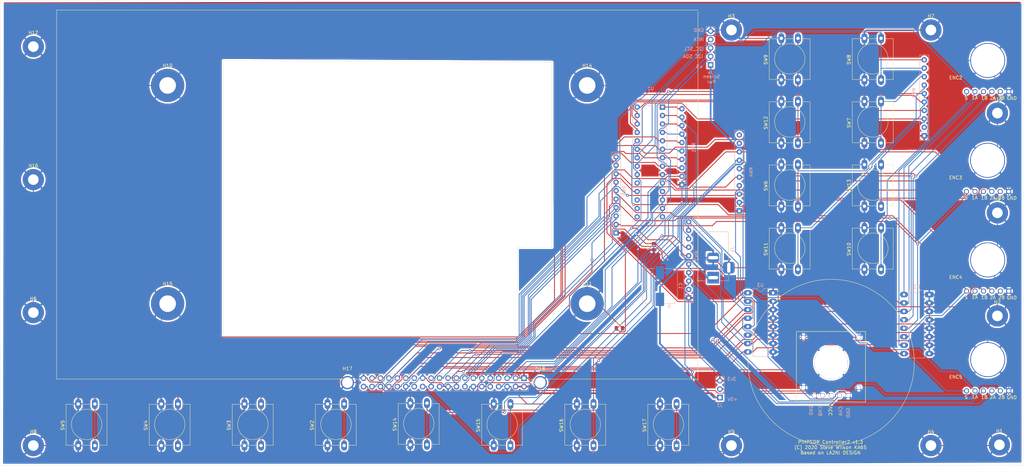
<source format=kicad_pcb>
(kicad_pcb (version 20171130) (host pcbnew 6.0.0-rc1-unknown-e7fa02a~66~ubuntu18.04.1)
  (layers (0 F.Cu signal) (31 B.Cu signal) (34 B.Paste user) (35 F.Paste user) (36 B.SilkS user) (37 F.SilkS user) (38 B.Mask user) (39 F.Mask user) (44 Edge.Cuts user))
  (net 0 "")
  (net 1 /encoder/5V)
  (net 2 GND)
  (net 3 "Net-(C2-Pad1)")
  (net 4 /encoder/3V3)
  (net 5 /encoder/GPIO5)
  (net 6 /encoder/GPIO6)
  (net 7 /encoder/GPIO22)
  (net 8 /encoder/GPIO20)
  (net 9 /encoder/GPIO26)
  (net 10 /encoder/GPIO21)
  (net 11 /encoder/GPIO4)
  (net 12 /encoder/GPIO27)
  (net 13 /encoder/GPIO7)
  (net 14 /encoder/GPIO9)
  (net 15 /encoder/GPIO19)
  (net 16 /encoder/GPIO16)
  (net 17 /encoder/GPIO23)
  (net 18 /encoder/GPIO10)
  (net 19 /encoder/GPIO11)
  (net 20 /encoder/GPIO13)
  (net 21 /encoder/GPIO12)
  (net 22 /encoder/GPIO24)
  (net 23 /encoder/GPIO25)
  (net 24 /encoder/GPIO8)
  (net 25 /encoder/GPIO14)
  (net 26 /encoder/GPIO15)
  (net 27 /encoder/GPIO17)
  (net 28 /encoder/GPIO18)
  (net 29 /encoder/GPB7)
  (net 30 /encoder/GPB6)
  (net 31 /encoder/GPB5)
  (net 32 /encoder/GPB4)
  (net 33 /encoder/GPB3)
  (net 34 /encoder/GPB2)
  (net 35 /encoder/GPB1)
  (net 36 /encoder/GBP0)
  (net 37 /encoder/GPA0)
  (net 38 /encoder/GPA1)
  (net 39 /encoder/GPA2)
  (net 40 /encoder/GPA3)
  (net 41 /encoder/GPA4)
  (net 42 /encoder/GPA5)
  (net 43 /encoder/GPA6')
  (net 44 /encoder/GPA7)
  (net 45 /encoder/GPA6)
  (net 46 /encoder/GPB0)
  (net 47 "Net-(ENC1-Pad3)")
  (net 48 /encoder/I2C_SDA)
  (net 49 /encoder/I2C_SCL)
  (module MountingHole:MountingHole_3.2mm_M3_Pad (layer F.Cu) (at 392.492 301.064)
    (fp_text reference H18 (at 0 -4.2) (layer F.SilkS))
    (fp_text value MountingHole_Pad)
    (pad 1 thru_hole circle (at 0 0) (size 4 4) (drill 3.2) (layers *.Cu *.Mask) (net 2 GND))
  )
  (module Connector_PinHeader_2.54mm:PinHeader_1x03_P2.54mm_Vertical (layer B.Cu) (at 446.532 305.562)
    (fp_text reference J3 (at 0 2.33) (layer B.SilkS) (effects (justify mirror)))
    (fp_text value Conn_01x03)
    (pad 1 thru_hole rect (at 0 0) (size 1.7 1.7) (drill 1) (layers *.Cu *.Mask) (net 1 /encoder/5V))
    (pad 2 thru_hole oval (at 0 -2.54) (size 1.7 1.7) (drill 1) (layers *.Cu *.Mask) (net 47 "Net-(ENC1-Pad3)"))
    (pad 3 thru_hole oval (at 0 -5.08) (size 1.7 1.7) (drill 1) (layers *.Cu *.Mask) (net 4 /encoder/3V3))
  )
  (module Capacitor_SMD:C_0805_2012Metric (layer F.Cu) (at 416.306 284.734)
    (fp_text reference C2 (at 0 -1.65) (layer F.SilkS))
    (fp_text value 0.01uF)
    (pad 2 smd roundrect (at 0.9375 0) (size 0.975 1.4) (layers F.Cu F.Paste F.Mask) (net 2 GND))
    (pad 1 smd roundrect (at -0.9375 0) (size 0.975 1.4) (layers F.Cu F.Paste F.Mask) (net 3 "Net-(C2-Pad1)"))
  )
  (module Capacitor_SMD:C_0805_2012Metric (layer F.Cu) (at 426.72 260.174 90)
    (fp_text reference C3 (at 0 -1.65 90) (layer F.SilkS))
    (fp_text value 10uF)
    (pad 1 smd roundrect (at -0.9375 0 90) (size 0.975 1.4) (layers F.Cu F.Paste F.Mask) (net 4 /encoder/3V3))
    (pad 2 smd roundrect (at 0.9375 0 90) (size 0.975 1.4) (layers F.Cu F.Paste F.Mask) (net 2 GND))
  )
  (module MountingHole:MountingHole_3.2mm_M3_Pad (layer F.Cu) (at 530 281)
    (fp_text reference H2 (at 0 -4.2) (layer F.SilkS))
    (fp_text value MountingHole_Pad)
    (pad 1 thru_hole circle (at 0 0) (size 6.4 6.4) (drill 3.2) (layers *.Cu *.Mask) (net 2 GND))
  )
  (module MountingHole:MountingHole_3.2mm_M3_Pad (layer F.Cu) (at 450 195)
    (fp_text reference H3 (at 0 -4.2) (layer F.SilkS))
    (fp_text value MountingHole_Pad)
    (pad 1 thru_hole circle (at 0 0) (size 6.4 6.4) (drill 3.2) (layers *.Cu *.Mask) (net 2 GND))
  )
  (module MountingHole:MountingHole_3.2mm_M3_Pad (layer F.Cu) (at 510 320)
    (fp_text reference H4 (at 0 -4.2) (layer F.SilkS))
    (fp_text value MountingHole_Pad)
    (pad 1 thru_hole circle (at 0 0) (size 6.4 6.4) (drill 3.2) (layers *.Cu *.Mask) (net 2 GND))
  )
  (module MountingHole:MountingHole_3.2mm_M3_Pad (layer F.Cu) (at 450 320)
    (fp_text reference H5 (at 0 -4.2) (layer F.SilkS))
    (fp_text value MountingHole_Pad)
    (pad 1 thru_hole circle (at 0 0) (size 6.4 6.4) (drill 3.2) (layers *.Cu *.Mask) (net 2 GND))
  )
  (module MountingHole:MountingHole_3.2mm_M3_Pad (layer F.Cu) (at 240 280)
    (fp_text reference H6 (at 0 -4.2) (layer F.SilkS))
    (fp_text value MountingHole_Pad)
    (pad 1 thru_hole circle (at 0 0) (size 6.4 6.4) (drill 3.2) (layers *.Cu *.Mask) (net 2 GND))
  )
  (module MountingHole:MountingHole_3.2mm_M3_Pad (layer F.Cu) (at 510 195)
    (fp_text reference H7 (at 0 -4.2) (layer F.SilkS))
    (fp_text value MountingHole_Pad)
    (pad 1 thru_hole circle (at 0 0) (size 6.4 6.4) (drill 3.2) (layers *.Cu *.Mask) (net 2 GND))
  )
  (module MountingHole:MountingHole_3.2mm_M3_Pad (layer F.Cu) (at 240 320)
    (fp_text reference H8 (at 0 -4.2) (layer F.SilkS))
    (fp_text value MountingHole_Pad)
    (pad 1 thru_hole circle (at 0 0) (size 6.4 6.4) (drill 3.2) (layers *.Cu *.Mask) (net 2 GND))
  )
  (module MountingHole:MountingHole_3.2mm_M3_Pad (layer F.Cu) (at 530 250)
    (fp_text reference H9 (at 0 -4.2) (layer F.SilkS))
    (fp_text value MountingHole_Pad)
    (pad 1 thru_hole circle (at 0 0) (size 6.4 6.4) (drill 3.2) (layers *.Cu *.Mask) (net 2 GND))
  )
  (module MountingHole:MountingHole_5mm_Pad (layer F.Cu) (at 280.4 211.675)
    (fp_text reference H10 (at 0 -6) (layer F.SilkS))
    (fp_text value MountingHole_Pad)
    (pad 1 thru_hole circle (at 0 0) (size 10 10) (drill 5) (layers *.Cu *.Mask) (net 2 GND))
  )
  (module MountingHole:MountingHole_5mm_Pad (layer F.Cu) (at 406.6 277.325)
    (fp_text reference H11 (at 0 -6) (layer F.SilkS))
    (fp_text value MountingHole_Pad)
    (pad 1 thru_hole circle (at 0 0) (size 10 10) (drill 5) (layers *.Cu *.Mask) (net 2 GND))
  )
  (module MountingHole:MountingHole_3.2mm_M3_Pad (layer F.Cu) (at 240 200)
    (fp_text reference H12 (at 0 -4.2) (layer F.SilkS))
    (fp_text value MountingHole_Pad)
    (pad 1 thru_hole circle (at 0 0) (size 6.4 6.4) (drill 3.2) (layers *.Cu *.Mask) (net 2 GND))
  )
  (module MountingHole:MountingHole_3.2mm_M3_Pad (layer F.Cu) (at 530 220)
    (fp_text reference H13 (at 0 -4.2) (layer F.SilkS))
    (fp_text value MountingHole_Pad)
    (pad 1 thru_hole circle (at 0 0) (size 6.4 6.4) (drill 3.2) (layers *.Cu *.Mask) (net 2 GND))
  )
  (module MountingHole:MountingHole_5mm_Pad (layer F.Cu) (at 406.6 211.675)
    (fp_text reference H14 (at 0 -6) (layer F.SilkS))
    (fp_text value MountingHole_Pad)
    (pad 1 thru_hole circle (at 0 0) (size 10 10) (drill 5) (layers *.Cu *.Mask) (net 2 GND))
  )
  (module MountingHole:MountingHole_3.2mm_M3_Pad (layer F.Cu) (at 240 240)
    (fp_text reference H16 (at 0 -4.2) (layer F.SilkS))
    (fp_text value MountingHole_Pad)
    (pad 1 thru_hole circle (at 0 0) (size 6.4 6.4) (drill 3.2) (layers *.Cu *.Mask) (net 2 GND))
  )
  (module Connector_BarrelJack:BarrelJack_Horizontal (layer B.Cu) (at 444.5 269.494 270)
    (fp_text reference J1 (at -8.45 -5.75 270) (layer B.SilkS) (effects (justify mirror)))
    (fp_text value Barrel_Jack_MountingPin)
    (pad 1 thru_hole rect (at 0 0 270) (size 3.5 3.5) (drill oval 1 3) (layers *.Cu *.Mask) (net 1 /encoder/5V))
    (pad 2 thru_hole roundrect (at -6 0 270) (size 3 3.5) (drill oval 1 3) (layers *.Cu *.Mask) (net 2 GND))
    (pad MP thru_hole roundrect (at -3 -4.7 270) (size 3.5 3.5) (drill oval 3 1) (layers *.Cu *.Mask) (net 2 GND))
  )
  (module Connector_PinSocket_2.54mm:PinSocket_2x20_P2.54mm_Vertical (layer B.Cu) (at 387.604 299.72 90)
    (fp_text reference J2 (at -1.27 2.77 90) (layer B.SilkS) (effects (justify mirror)))
    (fp_text value Conn_02x20_Odd_Even)
    (pad 1 thru_hole rect (at 0 0 90) (size 1.7 1.7) (drill 1) (layers *.Cu *.Mask) (net 4 /encoder/3V3))
    (pad 2 thru_hole oval (at -2.54 0 90) (size 1.7 1.7) (drill 1) (layers *.Cu *.Mask) (net 1 /encoder/5V))
    (pad 3 thru_hole oval (at 0 -2.54 90) (size 1.7 1.7) (drill 1) (layers *.Cu *.Mask) (net 48 /encoder/I2C_SDA))
    (pad 4 thru_hole oval (at -2.54 -2.54 90) (size 1.7 1.7) (drill 1) (layers *.Cu *.Mask) (net 1 /encoder/5V))
    (pad 5 thru_hole oval (at 0 -5.08 90) (size 1.7 1.7) (drill 1) (layers *.Cu *.Mask) (net 49 /encoder/I2C_SCL))
    (pad 6 thru_hole oval (at -2.54 -5.08 90) (size 1.7 1.7) (drill 1) (layers *.Cu *.Mask) (net 2 GND))
    (pad 7 thru_hole oval (at 0 -7.62 90) (size 1.7 1.7) (drill 1) (layers *.Cu *.Mask) (net 11 /encoder/GPIO4))
    (pad 8 thru_hole oval (at -2.54 -7.62 90) (size 1.7 1.7) (drill 1) (layers *.Cu *.Mask) (net 25 /encoder/GPIO14))
    (pad 9 thru_hole oval (at 0 -10.16 90) (size 1.7 1.7) (drill 1) (layers *.Cu *.Mask) (net 2 GND))
    (pad 10 thru_hole oval (at -2.54 -10.16 90) (size 1.7 1.7) (drill 1) (layers *.Cu *.Mask) (net 26 /encoder/GPIO15))
    (pad 11 thru_hole oval (at 0 -12.7 90) (size 1.7 1.7) (drill 1) (layers *.Cu *.Mask) (net 27 /encoder/GPIO17))
    (pad 12 thru_hole oval (at -2.54 -12.7 90) (size 1.7 1.7) (drill 1) (layers *.Cu *.Mask) (net 28 /encoder/GPIO18))
    (pad 13 thru_hole oval (at 0 -15.24 90) (size 1.7 1.7) (drill 1) (layers *.Cu *.Mask) (net 12 /encoder/GPIO27))
    (pad 14 thru_hole oval (at -2.54 -15.24 90) (size 1.7 1.7) (drill 1) (layers *.Cu *.Mask) (net 2 GND))
    (pad 15 thru_hole oval (at 0 -17.78 90) (size 1.7 1.7) (drill 1) (layers *.Cu *.Mask) (net 7 /encoder/GPIO22))
    (pad 16 thru_hole oval (at -2.54 -17.78 90) (size 1.7 1.7) (drill 1) (layers *.Cu *.Mask) (net 17 /encoder/GPIO23))
    (pad 17 thru_hole oval (at 0 -20.32 90) (size 1.7 1.7) (drill 1) (layers *.Cu *.Mask) (net 4 /encoder/3V3))
    (pad 18 thru_hole oval (at -2.54 -20.32 90) (size 1.7 1.7) (drill 1) (layers *.Cu *.Mask) (net 22 /encoder/GPIO24))
    (pad 19 thru_hole oval (at 0 -22.86 90) (size 1.7 1.7) (drill 1) (layers *.Cu *.Mask) (net 18 /encoder/GPIO10))
    (pad 20 thru_hole oval (at -2.54 -22.86 90) (size 1.7 1.7) (drill 1) (layers *.Cu *.Mask) (net 2 GND))
    (pad 21 thru_hole oval (at 0 -25.4 90) (size 1.7 1.7) (drill 1) (layers *.Cu *.Mask) (net 14 /encoder/GPIO9))
    (pad 22 thru_hole oval (at -2.54 -25.4 90) (size 1.7 1.7) (drill 1) (layers *.Cu *.Mask) (net 23 /encoder/GPIO25))
    (pad 23 thru_hole oval (at 0 -27.94 90) (size 1.7 1.7) (drill 1) (layers *.Cu *.Mask) (net 19 /encoder/GPIO11))
    (pad 24 thru_hole oval (at -2.54 -27.94 90) (size 1.7 1.7) (drill 1) (layers *.Cu *.Mask) (net 24 /encoder/GPIO8))
    (pad 25 thru_hole oval (at 0 -30.48 90) (size 1.7 1.7) (drill 1) (layers *.Cu *.Mask) (net 2 GND))
    (pad 26 thru_hole oval (at -2.54 -30.48 90) (size 1.7 1.7) (drill 1) (layers *.Cu *.Mask) (net 13 /encoder/GPIO7))
    (pad 27 thru_hole oval (at 0 -33.02 90) (size 1.7 1.7) (drill 1) (layers *.Cu *.Mask))
    (pad 28 thru_hole oval (at -2.54 -33.02 90) (size 1.7 1.7) (drill 1) (layers *.Cu *.Mask))
    (pad 29 thru_hole oval (at 0 -35.56 90) (size 1.7 1.7) (drill 1) (layers *.Cu *.Mask) (net 5 /encoder/GPIO5))
    (pad 30 thru_hole oval (at -2.54 -35.56 90) (size 1.7 1.7) (drill 1) (layers *.Cu *.Mask) (net 2 GND))
    (pad 31 thru_hole oval (at 0 -38.1 90) (size 1.7 1.7) (drill 1) (layers *.Cu *.Mask) (net 6 /encoder/GPIO6))
    (pad 32 thru_hole oval (at -2.54 -38.1 90) (size 1.7 1.7) (drill 1) (layers *.Cu *.Mask) (net 21 /encoder/GPIO12))
    (pad 33 thru_hole oval (at 0 -40.64 90) (size 1.7 1.7) (drill 1) (layers *.Cu *.Mask) (net 20 /encoder/GPIO13))
    (pad 34 thru_hole oval (at -2.54 -40.64 90) (size 1.7 1.7) (drill 1) (layers *.Cu *.Mask) (net 2 GND))
    (pad 35 thru_hole oval (at 0 -43.18 90) (size 1.7 1.7) (drill 1) (layers *.Cu *.Mask) (net 15 /encoder/GPIO19))
    (pad 36 thru_hole oval (at -2.54 -43.18 90) (size 1.7 1.7) (drill 1) (layers *.Cu *.Mask) (net 16 /encoder/GPIO16))
    (pad 37 thru_hole oval (at 0 -45.72 90) (size 1.7 1.7) (drill 1) (layers *.Cu *.Mask) (net 9 /encoder/GPIO26))
    (pad 38 thru_hole oval (at -2.54 -45.72 90) (size 1.7 1.7) (drill 1) (layers *.Cu *.Mask) (net 8 /encoder/GPIO20))
    (pad 39 thru_hole oval (at 0 -48.26 90) (size 1.7 1.7) (drill 1) (layers *.Cu *.Mask) (net 2 GND))
    (pad 40 thru_hole oval (at -2.54 -48.26 90) (size 1.7 1.7) (drill 1) (layers *.Cu *.Mask) (net 10 /encoder/GPIO21))
  )
  (module Resistor_THT:R_Array_SIP10 (layer B.Cu) (at 435.102 241.554 90)
    (fp_text reference RN1 (at 11.176 3.556 90) (layer B.SilkS) (effects (justify mirror)))
    (fp_text value 10K)
    (pad 1 thru_hole rect (at 0 0 90) (size 1.6 1.6) (drill 0.8) (layers *.Cu *.Mask) (net 4 /encoder/3V3))
    (pad 2 thru_hole oval (at 2.54 0 90) (size 1.6 1.6) (drill 0.8) (layers *.Cu *.Mask) (net 3 "Net-(C2-Pad1)"))
    (pad 3 thru_hole oval (at 5.08 0 90) (size 1.6 1.6) (drill 0.8) (layers *.Cu *.Mask) (net 29 /encoder/GPB7))
    (pad 4 thru_hole oval (at 7.62 0 90) (size 1.6 1.6) (drill 0.8) (layers *.Cu *.Mask) (net 30 /encoder/GPB6))
    (pad 5 thru_hole oval (at 10.16 0 90) (size 1.6 1.6) (drill 0.8) (layers *.Cu *.Mask) (net 31 /encoder/GPB5))
    (pad 6 thru_hole oval (at 12.7 0 90) (size 1.6 1.6) (drill 0.8) (layers *.Cu *.Mask) (net 32 /encoder/GPB4))
    (pad 7 thru_hole oval (at 15.24 0 90) (size 1.6 1.6) (drill 0.8) (layers *.Cu *.Mask) (net 33 /encoder/GPB3))
    (pad 8 thru_hole oval (at 17.78 0 90) (size 1.6 1.6) (drill 0.8) (layers *.Cu *.Mask) (net 34 /encoder/GPB2))
    (pad 9 thru_hole oval (at 20.32 0 90) (size 1.6 1.6) (drill 0.8) (layers *.Cu *.Mask) (net 35 /encoder/GPB1))
    (pad 10 thru_hole oval (at 22.86 0 90) (size 1.6 1.6) (drill 0.8) (layers *.Cu *.Mask) (net 36 /encoder/GBP0))
  )
  (module Resistor_THT:R_Array_SIP10 (layer B.Cu) (at 437.134 275.59 90)
    (fp_text reference RN2 (at 12.7 2.4 90) (layer B.SilkS) (effects (justify mirror)))
    (fp_text value 10K)
    (pad 1 thru_hole rect (at 0 0 90) (size 1.6 1.6) (drill 0.8) (layers *.Cu *.Mask) (net 4 /encoder/3V3))
    (pad 2 thru_hole oval (at 2.54 0 90) (size 1.6 1.6) (drill 0.8) (layers *.Cu *.Mask))
    (pad 3 thru_hole oval (at 5.08 0 90) (size 1.6 1.6) (drill 0.8) (layers *.Cu *.Mask) (net 28 /encoder/GPIO18))
    (pad 4 thru_hole oval (at 7.62 0 90) (size 1.6 1.6) (drill 0.8) (layers *.Cu *.Mask) (net 27 /encoder/GPIO17))
    (pad 5 thru_hole oval (at 10.16 0 90) (size 1.6 1.6) (drill 0.8) (layers *.Cu *.Mask) (net 16 /encoder/GPIO16))
    (pad 6 thru_hole oval (at 12.7 0 90) (size 1.6 1.6) (drill 0.8) (layers *.Cu *.Mask) (net 26 /encoder/GPIO15))
    (pad 7 thru_hole oval (at 15.24 0 90) (size 1.6 1.6) (drill 0.8) (layers *.Cu *.Mask) (net 25 /encoder/GPIO14))
    (pad 8 thru_hole oval (at 17.78 0 90) (size 1.6 1.6) (drill 0.8) (layers *.Cu *.Mask) (net 20 /encoder/GPIO13))
    (pad 9 thru_hole oval (at 20.32 0 90) (size 1.6 1.6) (drill 0.8) (layers *.Cu *.Mask) (net 21 /encoder/GPIO12))
    (pad 10 thru_hole oval (at 22.86 0 90) (size 1.6 1.6) (drill 0.8) (layers *.Cu *.Mask) (net 19 /encoder/GPIO11))
  )
  (module Resistor_THT:R_Array_SIP10 (layer B.Cu) (at 508 226.822 90)
    (fp_text reference RN3 (at 12.954 -3.048 90) (layer B.SilkS) (effects (justify mirror)))
    (fp_text value 10K)
    (pad 10 thru_hole oval (at 22.86 0 90) (size 1.6 1.6) (drill 0.8) (layers *.Cu *.Mask) (net 37 /encoder/GPA0))
    (pad 9 thru_hole oval (at 20.32 0 90) (size 1.6 1.6) (drill 0.8) (layers *.Cu *.Mask) (net 38 /encoder/GPA1))
    (pad 8 thru_hole oval (at 17.78 0 90) (size 1.6 1.6) (drill 0.8) (layers *.Cu *.Mask) (net 39 /encoder/GPA2))
    (pad 7 thru_hole oval (at 15.24 0 90) (size 1.6 1.6) (drill 0.8) (layers *.Cu *.Mask) (net 40 /encoder/GPA3))
    (pad 6 thru_hole oval (at 12.7 0 90) (size 1.6 1.6) (drill 0.8) (layers *.Cu *.Mask) (net 41 /encoder/GPA4))
    (pad 5 thru_hole oval (at 10.16 0 90) (size 1.6 1.6) (drill 0.8) (layers *.Cu *.Mask) (net 42 /encoder/GPA5))
    (pad 4 thru_hole oval (at 7.62 0 90) (size 1.6 1.6) (drill 0.8) (layers *.Cu *.Mask) (net 43 /encoder/GPA6'))
    (pad 3 thru_hole oval (at 5.08 0 90) (size 1.6 1.6) (drill 0.8) (layers *.Cu *.Mask) (net 44 /encoder/GPA7))
    (pad 2 thru_hole oval (at 2.54 0 90) (size 1.6 1.6) (drill 0.8) (layers *.Cu *.Mask))
    (pad 1 thru_hole rect (at 0 0 90) (size 1.6 1.6) (drill 0.8) (layers *.Cu *.Mask) (net 4 /encoder/3V3))
  )
  (module Resistor_THT:R_Array_SIP10 (layer B.Cu) (at 452.374 249.428 90)
    (fp_text reference RN4 (at 11.684 3.556 90) (layer B.SilkS) (effects (justify mirror)))
    (fp_text value 10K)
    (pad 1 thru_hole rect (at 0 0 90) (size 1.6 1.6) (drill 0.8) (layers *.Cu *.Mask) (net 4 /encoder/3V3))
    (pad 2 thru_hole oval (at 2.54 0 90) (size 1.6 1.6) (drill 0.8) (layers *.Cu *.Mask) (net 18 /encoder/GPIO10))
    (pad 3 thru_hole oval (at 5.08 0 90) (size 1.6 1.6) (drill 0.8) (layers *.Cu *.Mask) (net 14 /encoder/GPIO9))
    (pad 4 thru_hole oval (at 7.62 0 90) (size 1.6 1.6) (drill 0.8) (layers *.Cu *.Mask) (net 24 /encoder/GPIO8))
    (pad 5 thru_hole oval (at 10.16 0 90) (size 1.6 1.6) (drill 0.8) (layers *.Cu *.Mask) (net 13 /encoder/GPIO7))
    (pad 6 thru_hole oval (at 12.7 0 90) (size 1.6 1.6) (drill 0.8) (layers *.Cu *.Mask) (net 6 /encoder/GPIO6))
    (pad 7 thru_hole oval (at 15.24 0 90) (size 1.6 1.6) (drill 0.8) (layers *.Cu *.Mask) (net 5 /encoder/GPIO5))
    (pad 8 thru_hole oval (at 17.78 0 90) (size 1.6 1.6) (drill 0.8) (layers *.Cu *.Mask) (net 11 /encoder/GPIO4))
    (pad 9 thru_hole oval (at 20.32 0 90) (size 1.6 1.6) (drill 0.8) (layers *.Cu *.Mask))
    (pad 10 thru_hole oval (at 22.86 0 90) (size 1.6 1.6) (drill 0.8) (layers *.Cu *.Mask))
  )
  (module Resistor_THT:R_Array_SIP10 (layer B.Cu) (at 415.29 256.032 90)
    (fp_text reference RN5 (at 12.7 2.4 90) (layer B.SilkS) (effects (justify mirror)))
    (fp_text value 10K)
    (pad 10 thru_hole oval (at 22.86 0 90) (size 1.6 1.6) (drill 0.8) (layers *.Cu *.Mask) (net 15 /encoder/GPIO19))
    (pad 9 thru_hole oval (at 20.32 0 90) (size 1.6 1.6) (drill 0.8) (layers *.Cu *.Mask) (net 8 /encoder/GPIO20))
    (pad 8 thru_hole oval (at 17.78 0 90) (size 1.6 1.6) (drill 0.8) (layers *.Cu *.Mask) (net 10 /encoder/GPIO21))
    (pad 7 thru_hole oval (at 15.24 0 90) (size 1.6 1.6) (drill 0.8) (layers *.Cu *.Mask) (net 7 /encoder/GPIO22))
    (pad 6 thru_hole oval (at 12.7 0 90) (size 1.6 1.6) (drill 0.8) (layers *.Cu *.Mask) (net 17 /encoder/GPIO23))
    (pad 5 thru_hole oval (at 10.16 0 90) (size 1.6 1.6) (drill 0.8) (layers *.Cu *.Mask) (net 22 /encoder/GPIO24))
    (pad 4 thru_hole oval (at 7.62 0 90) (size 1.6 1.6) (drill 0.8) (layers *.Cu *.Mask) (net 23 /encoder/GPIO25))
    (pad 3 thru_hole oval (at 5.08 0 90) (size 1.6 1.6) (drill 0.8) (layers *.Cu *.Mask) (net 9 /encoder/GPIO26))
    (pad 2 thru_hole oval (at 2.54 0 90) (size 1.6 1.6) (drill 0.8) (layers *.Cu *.Mask) (net 12 /encoder/GPIO27))
    (pad 1 thru_hole rect (at 0 0 90) (size 1.6 1.6) (drill 0.8) (layers *.Cu *.Mask) (net 4 /encoder/3V3))
  )
  (module Button_Switch_THT:SW_PUSH-12mm (layer F.Cu) (at 328.5 320 90)
    (fp_text reference SW2 (at 6.08 -4.66 90) (layer F.SilkS))
    (fp_text value SW_SPST)
    (pad 1 thru_hole oval (at 12.5 0 90) (size 3.048 1.7272) (drill 1) (layers *.Cu *.Mask) (net 2 GND))
    (pad 2 thru_hole oval (at 12.5 5 90) (size 3.048 1.7272) (drill 1) (layers *.Cu *.Mask) (net 29 /encoder/GPB7))
    (pad 1 thru_hole oval (at 0 0 90) (size 3.048 1.7272) (drill 1) (layers *.Cu *.Mask) (net 2 GND))
    (pad 2 thru_hole oval (at 0 5 90) (size 3.048 1.7272) (drill 1) (layers *.Cu *.Mask) (net 29 /encoder/GPB7))
  )
  (module Button_Switch_THT:SW_PUSH-12mm (layer F.Cu) (at 303.5 320 90)
    (fp_text reference SW3 (at 6.08 -4.66 90) (layer F.SilkS))
    (fp_text value SW_SPST)
    (pad 2 thru_hole oval (at 0 5 90) (size 3.048 1.7272) (drill 1) (layers *.Cu *.Mask) (net 30 /encoder/GPB6))
    (pad 1 thru_hole oval (at 0 0 90) (size 3.048 1.7272) (drill 1) (layers *.Cu *.Mask) (net 2 GND))
    (pad 2 thru_hole oval (at 12.5 5 90) (size 3.048 1.7272) (drill 1) (layers *.Cu *.Mask) (net 30 /encoder/GPB6))
    (pad 1 thru_hole oval (at 12.5 0 90) (size 3.048 1.7272) (drill 1) (layers *.Cu *.Mask) (net 2 GND))
  )
  (module Button_Switch_THT:SW_PUSH-12mm (layer F.Cu) (at 278.5 320 90)
    (fp_text reference SW4 (at 6.08 -4.66 90) (layer F.SilkS))
    (fp_text value SW_SPST)
    (pad 1 thru_hole oval (at 12.5 0 90) (size 3.048 1.7272) (drill 1) (layers *.Cu *.Mask) (net 2 GND))
    (pad 2 thru_hole oval (at 12.5 5 90) (size 3.048 1.7272) (drill 1) (layers *.Cu *.Mask) (net 31 /encoder/GPB5))
    (pad 1 thru_hole oval (at 0 0 90) (size 3.048 1.7272) (drill 1) (layers *.Cu *.Mask) (net 2 GND))
    (pad 2 thru_hole oval (at 0 5 90) (size 3.048 1.7272) (drill 1) (layers *.Cu *.Mask) (net 31 /encoder/GPB5))
  )
  (module Button_Switch_THT:SW_PUSH-12mm (layer F.Cu) (at 253.5 320 90)
    (fp_text reference SW5 (at 6.08 -4.66 90) (layer F.SilkS))
    (fp_text value SW_SPST)
    (pad 2 thru_hole oval (at 0 5 90) (size 3.048 1.7272) (drill 1) (layers *.Cu *.Mask) (net 32 /encoder/GPB4))
    (pad 1 thru_hole oval (at 0 0 90) (size 3.048 1.7272) (drill 1) (layers *.Cu *.Mask) (net 2 GND))
    (pad 2 thru_hole oval (at 12.5 5 90) (size 3.048 1.7272) (drill 1) (layers *.Cu *.Mask) (net 32 /encoder/GPB4))
    (pad 1 thru_hole oval (at 12.5 0 90) (size 3.048 1.7272) (drill 1) (layers *.Cu *.Mask) (net 2 GND))
  )
  (module Button_Switch_THT:SW_PUSH-12mm (layer F.Cu) (at 465 248 90)
    (fp_text reference SW6 (at 6.08 -4.66 90) (layer F.SilkS))
    (fp_text value SW_SPST)
    (pad 1 thru_hole oval (at 12.5 0 90) (size 3.048 1.7272) (drill 1) (layers *.Cu *.Mask) (net 2 GND))
    (pad 2 thru_hole oval (at 12.5 5 90) (size 3.048 1.7272) (drill 1) (layers *.Cu *.Mask) (net 40 /encoder/GPA3))
    (pad 1 thru_hole oval (at 0 0 90) (size 3.048 1.7272) (drill 1) (layers *.Cu *.Mask) (net 2 GND))
    (pad 2 thru_hole oval (at 0 5 90) (size 3.048 1.7272) (drill 1) (layers *.Cu *.Mask) (net 40 /encoder/GPA3))
  )
  (module Button_Switch_THT:SW_PUSH-12mm (layer F.Cu) (at 490 229 90)
    (fp_text reference SW7 (at 6.08 -4.66 90) (layer F.SilkS))
    (fp_text value SW_SPST)
    (pad 2 thru_hole oval (at 0 5 90) (size 3.048 1.7272) (drill 1) (layers *.Cu *.Mask) (net 39 /encoder/GPA2))
    (pad 1 thru_hole oval (at 0 0 90) (size 3.048 1.7272) (drill 1) (layers *.Cu *.Mask) (net 2 GND))
    (pad 2 thru_hole oval (at 12.5 5 90) (size 3.048 1.7272) (drill 1) (layers *.Cu *.Mask) (net 39 /encoder/GPA2))
    (pad 1 thru_hole oval (at 12.5 0 90) (size 3.048 1.7272) (drill 1) (layers *.Cu *.Mask) (net 2 GND))
  )
  (module Button_Switch_THT:SW_PUSH-12mm (layer F.Cu) (at 490 210 90)
    (fp_text reference SW8 (at 6.08 -4.66 90) (layer F.SilkS))
    (fp_text value SW_SPST)
    (pad 1 thru_hole oval (at 12.5 0 90) (size 3.048 1.7272) (drill 1) (layers *.Cu *.Mask) (net 2 GND))
    (pad 2 thru_hole oval (at 12.5 5 90) (size 3.048 1.7272) (drill 1) (layers *.Cu *.Mask) (net 38 /encoder/GPA1))
    (pad 1 thru_hole oval (at 0 0 90) (size 3.048 1.7272) (drill 1) (layers *.Cu *.Mask) (net 2 GND))
    (pad 2 thru_hole oval (at 0 5 90) (size 3.048 1.7272) (drill 1) (layers *.Cu *.Mask) (net 38 /encoder/GPA1))
  )
  (module Button_Switch_THT:SW_PUSH-12mm (layer F.Cu) (at 465 210 90)
    (fp_text reference SW9 (at 6.08 -4.66 90) (layer F.SilkS))
    (fp_text value SW_SPST)
    (pad 2 thru_hole oval (at 0 5 90) (size 3.048 1.7272) (drill 1) (layers *.Cu *.Mask) (net 37 /encoder/GPA0))
    (pad 1 thru_hole oval (at 0 0 90) (size 3.048 1.7272) (drill 1) (layers *.Cu *.Mask) (net 2 GND))
    (pad 2 thru_hole oval (at 12.5 5 90) (size 3.048 1.7272) (drill 1) (layers *.Cu *.Mask) (net 37 /encoder/GPA0))
    (pad 1 thru_hole oval (at 12.5 0 90) (size 3.048 1.7272) (drill 1) (layers *.Cu *.Mask) (net 2 GND))
  )
  (module Button_Switch_THT:SW_PUSH-12mm (layer F.Cu) (at 490 267 90)
    (fp_text reference SW10 (at 6.08 -4.66 90) (layer F.SilkS))
    (fp_text value SW_SPST)
    (pad 2 thru_hole oval (at 0 5 90) (size 3.048 1.7272) (drill 1) (layers *.Cu *.Mask) (net 41 /encoder/GPA4))
    (pad 1 thru_hole oval (at 0 0 90) (size 3.048 1.7272) (drill 1) (layers *.Cu *.Mask) (net 2 GND))
    (pad 2 thru_hole oval (at 12.5 5 90) (size 3.048 1.7272) (drill 1) (layers *.Cu *.Mask) (net 41 /encoder/GPA4))
    (pad 1 thru_hole oval (at 12.5 0 90) (size 3.048 1.7272) (drill 1) (layers *.Cu *.Mask) (net 2 GND))
  )
  (module Button_Switch_THT:SW_PUSH-12mm (layer F.Cu) (at 465 267 90)
    (fp_text reference SW11 (at 6.08 -4.66 90) (layer F.SilkS))
    (fp_text value SW_SPST)
    (pad 1 thru_hole oval (at 12.5 0 90) (size 3.048 1.7272) (drill 1) (layers *.Cu *.Mask) (net 2 GND))
    (pad 2 thru_hole oval (at 12.5 5 90) (size 3.048 1.7272) (drill 1) (layers *.Cu *.Mask) (net 42 /encoder/GPA5))
    (pad 1 thru_hole oval (at 0 0 90) (size 3.048 1.7272) (drill 1) (layers *.Cu *.Mask) (net 2 GND))
    (pad 2 thru_hole oval (at 0 5 90) (size 3.048 1.7272) (drill 1) (layers *.Cu *.Mask) (net 42 /encoder/GPA5))
  )
  (module Button_Switch_THT:SW_PUSH-12mm (layer F.Cu) (at 465 229 90)
    (fp_text reference SW12 (at 6.08 -4.66 90) (layer F.SilkS))
    (fp_text value SW_SPST)
    (pad 1 thru_hole oval (at 12.5 0 90) (size 3.048 1.7272) (drill 1) (layers *.Cu *.Mask) (net 2 GND))
    (pad 2 thru_hole oval (at 12.5 5 90) (size 3.048 1.7272) (drill 1) (layers *.Cu *.Mask) (net 45 /encoder/GPA6))
    (pad 1 thru_hole oval (at 0 0 90) (size 3.048 1.7272) (drill 1) (layers *.Cu *.Mask) (net 2 GND))
    (pad 2 thru_hole oval (at 0 5 90) (size 3.048 1.7272) (drill 1) (layers *.Cu *.Mask) (net 45 /encoder/GPA6))
  )
  (module Button_Switch_THT:SW_PUSH-12mm (layer F.Cu) (at 490 248 90)
    (fp_text reference SW13 (at 6.08 -4.66 90) (layer F.SilkS))
    (fp_text value SW_SPST)
    (pad 2 thru_hole oval (at 0 5 90) (size 3.048 1.7272) (drill 1) (layers *.Cu *.Mask) (net 44 /encoder/GPA7))
    (pad 1 thru_hole oval (at 0 0 90) (size 3.048 1.7272) (drill 1) (layers *.Cu *.Mask) (net 2 GND))
    (pad 2 thru_hole oval (at 12.5 5 90) (size 3.048 1.7272) (drill 1) (layers *.Cu *.Mask) (net 44 /encoder/GPA7))
    (pad 1 thru_hole oval (at 12.5 0 90) (size 3.048 1.7272) (drill 1) (layers *.Cu *.Mask) (net 2 GND))
  )
  (module Button_Switch_THT:SW_PUSH-12mm (layer F.Cu) (at 353.404 319.746 90)
    (fp_text reference SW14 (at 6.08 -4.66 90) (layer F.SilkS))
    (fp_text value SW_SPST)
    (pad 1 thru_hole oval (at 12.5 0 90) (size 3.048 1.7272) (drill 1) (layers *.Cu *.Mask) (net 2 GND))
    (pad 2 thru_hole oval (at 12.5 5 90) (size 3.048 1.7272) (drill 1) (layers *.Cu *.Mask) (net 33 /encoder/GPB3))
    (pad 1 thru_hole oval (at 0 0 90) (size 3.048 1.7272) (drill 1) (layers *.Cu *.Mask) (net 2 GND))
    (pad 2 thru_hole oval (at 0 5 90) (size 3.048 1.7272) (drill 1) (layers *.Cu *.Mask) (net 33 /encoder/GPB3))
  )
  (module Button_Switch_THT:SW_PUSH-12mm (layer F.Cu) (at 378.5 320 90)
    (fp_text reference SW15 (at 6.08 -4.66 90) (layer F.SilkS))
    (fp_text value SW_SPST)
    (pad 2 thru_hole oval (at 0 5 90) (size 3.048 1.7272) (drill 1) (layers *.Cu *.Mask) (net 34 /encoder/GPB2))
    (pad 1 thru_hole oval (at 0 0 90) (size 3.048 1.7272) (drill 1) (layers *.Cu *.Mask) (net 2 GND))
    (pad 2 thru_hole oval (at 12.5 5 90) (size 3.048 1.7272) (drill 1) (layers *.Cu *.Mask) (net 34 /encoder/GPB2))
    (pad 1 thru_hole oval (at 12.5 0 90) (size 3.048 1.7272) (drill 1) (layers *.Cu *.Mask) (net 2 GND))
  )
  (module Button_Switch_THT:SW_PUSH-12mm (layer F.Cu) (at 403.5 320 90)
    (fp_text reference SW16 (at 6.08 -4.66 90) (layer F.SilkS))
    (fp_text value SW_SPST)
    (pad 1 thru_hole oval (at 12.5 0 90) (size 3.048 1.7272) (drill 1) (layers *.Cu *.Mask) (net 2 GND))
    (pad 2 thru_hole oval (at 12.5 5 90) (size 3.048 1.7272) (drill 1) (layers *.Cu *.Mask) (net 35 /encoder/GPB1))
    (pad 1 thru_hole oval (at 0 0 90) (size 3.048 1.7272) (drill 1) (layers *.Cu *.Mask) (net 2 GND))
    (pad 2 thru_hole oval (at 0 5 90) (size 3.048 1.7272) (drill 1) (layers *.Cu *.Mask) (net 35 /encoder/GPB1))
  )
  (module Button_Switch_THT:SW_PUSH-12mm (layer F.Cu) (at 428.5 320 90)
    (fp_text reference SW17 (at 6.08 -4.66 90) (layer F.SilkS))
    (fp_text value SW_SPST)
    (pad 2 thru_hole oval (at 0 5 90) (size 3.048 1.7272) (drill 1) (layers *.Cu *.Mask) (net 46 /encoder/GPB0))
    (pad 1 thru_hole oval (at 0 0 90) (size 3.048 1.7272) (drill 1) (layers *.Cu *.Mask) (net 2 GND))
    (pad 2 thru_hole oval (at 12.5 5 90) (size 3.048 1.7272) (drill 1) (layers *.Cu *.Mask) (net 46 /encoder/GPB0))
    (pad 1 thru_hole oval (at 12.5 0 90) (size 3.048 1.7272) (drill 1) (layers *.Cu *.Mask) (net 2 GND))
  )
  (module Package_DIP:DIP-28_W7.62mm_Socket (layer B.Cu) (at 429.26 218.186 180)
    (fp_text reference U1 (at 3.556 5.588 180) (layer B.SilkS) (effects (justify mirror)))
    (fp_text value MCP23017_SO)
    (pad 1 thru_hole rect (at 0 0 180) (size 1.6 1.6) (drill 0.8) (layers *.Cu *.Mask) (net 36 /encoder/GBP0))
    (pad 15 thru_hole oval (at 7.62 -33.02 180) (size 1.6 1.6) (drill 0.8) (layers *.Cu *.Mask))
    (pad 2 thru_hole oval (at 0 -2.54 180) (size 1.6 1.6) (drill 0.8) (layers *.Cu *.Mask) (net 35 /encoder/GPB1))
    (pad 16 thru_hole oval (at 7.62 -30.48 180) (size 1.6 1.6) (drill 0.8) (layers *.Cu *.Mask))
    (pad 3 thru_hole oval (at 0 -5.08 180) (size 1.6 1.6) (drill 0.8) (layers *.Cu *.Mask) (net 34 /encoder/GPB2))
    (pad 17 thru_hole oval (at 7.62 -27.94 180) (size 1.6 1.6) (drill 0.8) (layers *.Cu *.Mask))
    (pad 4 thru_hole oval (at 0 -7.62 180) (size 1.6 1.6) (drill 0.8) (layers *.Cu *.Mask) (net 33 /encoder/GPB3))
    (pad 18 thru_hole oval (at 7.62 -25.4 180) (size 1.6 1.6) (drill 0.8) (layers *.Cu *.Mask) (net 3 "Net-(C2-Pad1)"))
    (pad 5 thru_hole oval (at 0 -10.16 180) (size 1.6 1.6) (drill 0.8) (layers *.Cu *.Mask) (net 32 /encoder/GPB4))
    (pad 19 thru_hole oval (at 7.62 -22.86 180) (size 1.6 1.6) (drill 0.8) (layers *.Cu *.Mask))
    (pad 6 thru_hole oval (at 0 -12.7 180) (size 1.6 1.6) (drill 0.8) (layers *.Cu *.Mask) (net 31 /encoder/GPB5))
    (pad 20 thru_hole oval (at 7.62 -20.32 180) (size 1.6 1.6) (drill 0.8) (layers *.Cu *.Mask) (net 26 /encoder/GPIO15))
    (pad 7 thru_hole oval (at 0 -15.24 180) (size 1.6 1.6) (drill 0.8) (layers *.Cu *.Mask) (net 30 /encoder/GPB6))
    (pad 21 thru_hole oval (at 7.62 -17.78 180) (size 1.6 1.6) (drill 0.8) (layers *.Cu *.Mask) (net 37 /encoder/GPA0))
    (pad 8 thru_hole oval (at 0 -17.78 180) (size 1.6 1.6) (drill 0.8) (layers *.Cu *.Mask) (net 29 /encoder/GPB7))
    (pad 22 thru_hole oval (at 7.62 -15.24 180) (size 1.6 1.6) (drill 0.8) (layers *.Cu *.Mask) (net 38 /encoder/GPA1))
    (pad 9 thru_hole oval (at 0 -20.32 180) (size 1.6 1.6) (drill 0.8) (layers *.Cu *.Mask) (net 4 /encoder/3V3))
    (pad 23 thru_hole oval (at 7.62 -12.7 180) (size 1.6 1.6) (drill 0.8) (layers *.Cu *.Mask) (net 39 /encoder/GPA2))
    (pad 10 thru_hole oval (at 0 -22.86 180) (size 1.6 1.6) (drill 0.8) (layers *.Cu *.Mask) (net 2 GND))
    (pad 24 thru_hole oval (at 7.62 -10.16 180) (size 1.6 1.6) (drill 0.8) (layers *.Cu *.Mask) (net 40 /encoder/GPA3))
    (pad 11 thru_hole oval (at 0 -25.4 180) (size 1.6 1.6) (drill 0.8) (layers *.Cu *.Mask))
    (pad 25 thru_hole oval (at 7.62 -7.62 180) (size 1.6 1.6) (drill 0.8) (layers *.Cu *.Mask) (net 41 /encoder/GPA4))
    (pad 12 thru_hole oval (at 0 -27.94 180) (size 1.6 1.6) (drill 0.8) (layers *.Cu *.Mask) (net 49 /encoder/I2C_SCL))
    (pad 26 thru_hole oval (at 7.62 -5.08 180) (size 1.6 1.6) (drill 0.8) (layers *.Cu *.Mask) (net 42 /encoder/GPA5))
    (pad 13 thru_hole oval (at 0 -30.48 180) (size 1.6 1.6) (drill 0.8) (layers *.Cu *.Mask) (net 48 /encoder/I2C_SDA))
    (pad 27 thru_hole oval (at 7.62 -2.54 180) (size 1.6 1.6) (drill 0.8) (layers *.Cu *.Mask) (net 43 /encoder/GPA6'))
    (pad 14 thru_hole oval (at 0 -33.02 180) (size 1.6 1.6) (drill 0.8) (layers *.Cu *.Mask))
    (pad 28 thru_hole oval (at 7.62 0 180) (size 1.6 1.6) (drill 0.8) (layers *.Cu *.Mask) (net 44 /encoder/GPA7))
  )
  (module MountingHole:MountingHole_3.2mm_M3_Pad (layer F.Cu) (at 334.492 301.064)
    (fp_text reference H17 (at 0 -4.2) (layer F.SilkS))
    (fp_text value MountingHole_Pad)
    (pad 1 thru_hole circle (at 0 0) (size 4 4) (drill 3.2) (layers *.Cu *.Mask) (net 2 GND))
  )
  (module Rotary_Encoder:Rotary_Encoder_HRPG (layer F.Cu) (at 480 295)
    (fp_text reference ENC1 (at 0 0.5) (layer F.SilkS))
    (fp_text value Rotary_Encoder_HRPG)
    (pad 5 thru_hole circle (at 0 0) (size 10 10) (drill 10) (layers *.Cu *.Mask) (net 2 GND))
    (pad 5 thru_hole circle (at -8.31 7.56) (size 1.4 1.4) (drill 1.24) (layers *.Cu *.Mask) (net 2 GND))
    (pad 5 thru_hole circle (at 8.31 7.56) (size 1.4 1.4) (drill 1.24) (layers *.Cu *.Mask) (net 2 GND))
    (pad 5 thru_hole circle (at 8.31 -7.56) (size 1.4 1.4) (drill 1.24) (layers *.Cu *.Mask) (net 2 GND))
    (pad 5 thru_hole circle (at -8.31 -7.56) (size 1.4 1.4) (drill 1.24) (layers *.Cu *.Mask) (net 2 GND))
    (pad 3 thru_hole circle (at 0 9.96) (size 1.4 1.4) (drill 1.24) (layers *.Cu *.Mask) (net 47 "Net-(ENC1-Pad3)"))
    (pad 2 thru_hole circle (at 2.54 9.96) (size 1.4 1.4) (drill 1.24) (layers *.Cu *.Mask) (net 27 /encoder/GPIO17))
    (pad 1 thru_hole circle (at 5.08 9.96) (size 1.4 1.4) (drill 1.24) (layers *.Cu *.Mask) (net 2 GND))
    (pad 4 thru_hole circle (at -2.54 9.96) (size 1.4 1.4) (drill 1.24) (layers *.Cu *.Mask) (net 28 /encoder/GPIO18))
    (pad 5 thru_hole circle (at -5.08 9.96) (size 1.4 1.4) (drill 1.24) (layers *.Cu *.Mask) (net 2 GND))
  )
  (module Connector_PinHeader_2.54mm:PinHeader_1x05_P2.54mm_Vertical (layer B.Cu) (at 443.738 205.486)
    (fp_text reference J4 (at 0 2.33) (layer B.SilkS) (effects (justify mirror)))
    (fp_text value Conn_01x05)
    (pad 1 thru_hole rect (at 0 0) (size 1.7 1.7) (drill 1) (layers *.Cu *.Mask) (net 1 /encoder/5V))
    (pad 2 thru_hole oval (at 0 -2.54) (size 1.7 1.7) (drill 1) (layers *.Cu *.Mask) (net 48 /encoder/I2C_SDA))
    (pad 3 thru_hole oval (at 0 -5.08) (size 1.7 1.7) (drill 1) (layers *.Cu *.Mask) (net 49 /encoder/I2C_SCL))
    (pad 4 thru_hole oval (at 0 -7.62) (size 1.7 1.7) (drill 1) (layers *.Cu *.Mask) (net 26 /encoder/GPIO15))
    (pad 5 thru_hole oval (at 0 -10.16) (size 1.7 1.7) (drill 1) (layers *.Cu *.Mask) (net 2 GND))
  )
  (module Capacitor_SMD:CP_Elec_10x10 (layer B.Cu) (at 428.498 272.034 90)
    (fp_text reference C1 (at 0 6.2 90) (layer B.SilkS) (effects (justify mirror)))
    (fp_text value 220uF)
    (pad 1 smd roundrect (at -4 0 90) (size 4 2.5) (layers B.Cu B.Paste B.Mask) (roundrect_rratio 0.1) (net 1 /encoder/5V))
    (pad 2 smd roundrect (at 4 0 90) (size 4 2.5) (layers B.Cu B.Paste B.Mask) (roundrect_rratio 0.1) (net 2 GND))
  )
  (module MountingHole:MountingHole_3.2mm_M3_Pad (layer F.Cu) (at 530.606 319.786)
    (fp_text reference H1 (at 0 -4.2) (layer F.SilkS))
    (fp_text value MountingHole_Pad)
    (pad 1 thru_hole circle (at 0 0) (size 6.4 6.4) (drill 3.2) (layers *.Cu *.Mask) (net 2 GND))
  )
  (module MountingHole:MountingHole_5mm_Pad (layer F.Cu) (at 280.4 277.325)
    (fp_text reference H15 (at 0 -6) (layer F.SilkS))
    (fp_text value MountingHole_Pad)
    (pad 1 thru_hole circle (at 0 0) (size 10 10) (drill 5) (layers *.Cu *.Mask) (net 2 GND))
  )
  (module Capacitor_THT:CAP_ARRAY_16 (layer B.Cu) (at 509.524 274.574 180)
    (fp_text reference U2 (at 3.81 2.33 180) (layer B.SilkS) (effects (justify mirror)))
    (fp_text value "0.01uF ARRAY")
    (pad 16 thru_hole oval (at 7.62 0 180) (size 2.4 1.6) (drill 0.8) (layers *.Cu *.Mask) (net 8 /encoder/GPIO20))
    (pad 8 thru_hole oval (at 0 -17.78 180) (size 2.4 1.6) (drill 0.8) (layers *.Cu *.Mask) (net 2 GND))
    (pad 15 thru_hole oval (at 7.62 -2.54 180) (size 2.4 1.6) (drill 0.8) (layers *.Cu *.Mask) (net 9 /encoder/GPIO26))
    (pad 7 thru_hole oval (at 0 -15.24 180) (size 2.4 1.6) (drill 0.8) (layers *.Cu *.Mask) (net 2 GND))
    (pad 14 thru_hole oval (at 7.62 -5.08 180) (size 2.4 1.6) (drill 0.8) (layers *.Cu *.Mask) (net 6 /encoder/GPIO6))
    (pad 6 thru_hole oval (at 0 -12.7 180) (size 2.4 1.6) (drill 0.8) (layers *.Cu *.Mask) (net 2 GND))
    (pad 13 thru_hole oval (at 7.62 -7.62 180) (size 2.4 1.6) (drill 0.8) (layers *.Cu *.Mask) (net 5 /encoder/GPIO5))
    (pad 5 thru_hole oval (at 0 -10.16 180) (size 2.4 1.6) (drill 0.8) (layers *.Cu *.Mask) (net 2 GND))
    (pad 12 thru_hole oval (at 7.62 -10.16 180) (size 2.4 1.6) (drill 0.8) (layers *.Cu *.Mask) (net 12 /encoder/GPIO27))
    (pad 4 thru_hole oval (at 0 -7.62 180) (size 2.4 1.6) (drill 0.8) (layers *.Cu *.Mask) (net 2 GND))
    (pad 11 thru_hole oval (at 7.62 -12.7 180) (size 2.4 1.6) (drill 0.8) (layers *.Cu *.Mask) (net 17 /encoder/GPIO23))
    (pad 3 thru_hole oval (at 0 -5.08 180) (size 2.4 1.6) (drill 0.8) (layers *.Cu *.Mask) (net 2 GND))
    (pad 10 thru_hole oval (at 7.62 -15.24 180) (size 2.4 1.6) (drill 0.8) (layers *.Cu *.Mask) (net 7 /encoder/GPIO22))
    (pad 2 thru_hole oval (at 0 -2.54 180) (size 2.4 1.6) (drill 0.8) (layers *.Cu *.Mask) (net 2 GND))
    (pad 9 thru_hole oval (at 7.62 -17.78 180) (size 2.4 1.6) (drill 0.8) (layers *.Cu *.Mask) (net 22 /encoder/GPIO24))
    (pad 1 thru_hole rect (at 0 0 180) (size 2.4 1.6) (drill 0.8) (layers *.Cu *.Mask) (net 2 GND))
  )
  (module Capacitor_THT:CAP_ARRAY_16 (layer B.Cu) (at 462.534 274.066 180)
    (fp_text reference U3 (at 3.81 2.33 180) (layer B.SilkS) (effects (justify mirror)))
    (fp_text value "0.01uF ARRAY")
    (pad 1 thru_hole rect (at 0 0 180) (size 2.4 1.6) (drill 0.8) (layers *.Cu *.Mask) (net 2 GND))
    (pad 9 thru_hole oval (at 7.62 -17.78 180) (size 2.4 1.6) (drill 0.8) (layers *.Cu *.Mask) (net 19 /encoder/GPIO11))
    (pad 2 thru_hole oval (at 0 -2.54 180) (size 2.4 1.6) (drill 0.8) (layers *.Cu *.Mask) (net 2 GND))
    (pad 10 thru_hole oval (at 7.62 -15.24 180) (size 2.4 1.6) (drill 0.8) (layers *.Cu *.Mask) (net 16 /encoder/GPIO16))
    (pad 3 thru_hole oval (at 0 -5.08 180) (size 2.4 1.6) (drill 0.8) (layers *.Cu *.Mask) (net 2 GND))
    (pad 11 thru_hole oval (at 7.62 -12.7 180) (size 2.4 1.6) (drill 0.8) (layers *.Cu *.Mask) (net 15 /encoder/GPIO19))
    (pad 4 thru_hole oval (at 0 -7.62 180) (size 2.4 1.6) (drill 0.8) (layers *.Cu *.Mask) (net 2 GND))
    (pad 12 thru_hole oval (at 7.62 -10.16 180) (size 2.4 1.6) (drill 0.8) (layers *.Cu *.Mask) (net 18 /encoder/GPIO10))
    (pad 5 thru_hole oval (at 0 -10.16 180) (size 2.4 1.6) (drill 0.8) (layers *.Cu *.Mask) (net 2 GND))
    (pad 13 thru_hole oval (at 7.62 -7.62 180) (size 2.4 1.6) (drill 0.8) (layers *.Cu *.Mask) (net 20 /encoder/GPIO13))
    (pad 6 thru_hole oval (at 0 -12.7 180) (size 2.4 1.6) (drill 0.8) (layers *.Cu *.Mask) (net 2 GND))
    (pad 14 thru_hole oval (at 7.62 -5.08 180) (size 2.4 1.6) (drill 0.8) (layers *.Cu *.Mask) (net 21 /encoder/GPIO12))
    (pad 7 thru_hole oval (at 0 -15.24 180) (size 2.4 1.6) (drill 0.8) (layers *.Cu *.Mask) (net 2 GND))
    (pad 15 thru_hole oval (at 7.62 -2.54 180) (size 2.4 1.6) (drill 0.8) (layers *.Cu *.Mask) (net 24 /encoder/GPIO8))
    (pad 8 thru_hole oval (at 0 -17.78 180) (size 2.4 1.6) (drill 0.8) (layers *.Cu *.Mask) (net 2 GND))
    (pad 16 thru_hole oval (at 7.62 0 180) (size 2.4 1.6) (drill 0.8) (layers *.Cu *.Mask) (net 23 /encoder/GPIO25))
  )
  (module Rotary_Encoder:ELMA_E37A (layer F.Cu) (at 522 211)
    (fp_text reference ENC2 (at -4.54 -1.64 180) (layer F.SilkS))
    (fp_text value rotary_encoder_elma37a)
    (fp_text user GND (at 12.32 4.53) (layer F.SilkS))
    (fp_text user 1A (at 1.2 4.37) (layer F.SilkS))
    (fp_text user 2A (at 6.58 4.44) (layer F.SilkS))
    (fp_text user 2B (at 9.25 4.44) (layer F.SilkS))
    (fp_text user S (at -1.4 4.44) (layer F.SilkS))
    (fp_text user 1B (at 4.08 4.44) (layer F.SilkS))
    (pad 6 thru_hole circle (at 11.43 2.54) (size 1.524 1.524) (drill 1) (layers *.Cu *.Mask) (net 2 GND))
    (pad 5 thru_hole circle (at 8.89 2.54) (size 1.524 1.524) (drill 1) (layers *.Cu *.Mask) (net 5 /encoder/GPIO5))
    (pad 4 thru_hole circle (at 6.35 2.54) (size 1.524 1.524) (drill 1) (layers *.Cu *.Mask) (net 6 /encoder/GPIO6))
    (pad 3 thru_hole circle (at 3.81 2.54) (size 1.524 1.524) (drill 1) (layers *.Cu *.Mask) (net 9 /encoder/GPIO26))
    (pad 2 thru_hole circle (at 1.27 2.54) (size 1.524 1.524) (drill 1) (layers *.Cu *.Mask) (net 8 /encoder/GPIO20))
    (pad 1 thru_hole circle (at -1.27 2.54) (size 1.524 1.524) (drill 1) (layers *.Cu *.Mask) (net 7 /encoder/GPIO22))
    (pad 6 thru_hole circle (at 5.08 -6.85) (size 10.5 10.5) (drill 10) (layers *.Cu *.Mask) (net 2 GND))
  )
  (module Rotary_Encoder:ELMA_E37A (layer F.Cu) (at 521.97 241.046)
    (fp_text reference ENC3 (at -4.54 -1.64 180) (layer F.SilkS))
    (fp_text value rotary_encoder_elma37a)
    (fp_text user 1B (at 4.08 4.44) (layer F.SilkS))
    (fp_text user S (at -1.4 4.44) (layer F.SilkS))
    (fp_text user 2B (at 9.25 4.44) (layer F.SilkS))
    (fp_text user 2A (at 6.58 4.44) (layer F.SilkS))
    (fp_text user 1A (at 1.2 4.37) (layer F.SilkS))
    (fp_text user GND (at 12.32 4.53) (layer F.SilkS))
    (pad 6 thru_hole circle (at 5.08 -6.85) (size 10.5 10.5) (drill 10) (layers *.Cu *.Mask) (net 2 GND))
    (pad 1 thru_hole circle (at -1.27 2.54) (size 1.524 1.524) (drill 1) (layers *.Cu *.Mask) (net 12 /encoder/GPIO27))
    (pad 2 thru_hole circle (at 1.27 2.54) (size 1.524 1.524) (drill 1) (layers *.Cu *.Mask) (net 11 /encoder/GPIO4))
    (pad 3 thru_hole circle (at 3.81 2.54) (size 1.524 1.524) (drill 1) (layers *.Cu *.Mask) (net 10 /encoder/GPIO21))
    (pad 4 thru_hole circle (at 6.35 2.54) (size 1.524 1.524) (drill 1) (layers *.Cu *.Mask) (net 13 /encoder/GPIO7))
    (pad 5 thru_hole circle (at 8.89 2.54) (size 1.524 1.524) (drill 1) (layers *.Cu *.Mask) (net 14 /encoder/GPIO9))
    (pad 6 thru_hole circle (at 11.43 2.54) (size 1.524 1.524) (drill 1) (layers *.Cu *.Mask) (net 2 GND))
  )
  (module Rotary_Encoder:ELMA_E37A (layer F.Cu) (at 522 271)
    (fp_text reference ENC4 (at -4.54 -1.64 180) (layer F.SilkS))
    (fp_text value rotary_encoder_elma37a)
    (fp_text user GND (at 12.32 4.53) (layer F.SilkS))
    (fp_text user 1A (at 1.2 4.37) (layer F.SilkS))
    (fp_text user 2A (at 6.58 4.44) (layer F.SilkS))
    (fp_text user 2B (at 9.25 4.44) (layer F.SilkS))
    (fp_text user S (at -1.4 4.44) (layer F.SilkS))
    (fp_text user 1B (at 4.08 4.44) (layer F.SilkS))
    (pad 6 thru_hole circle (at 11.43 2.54) (size 1.524 1.524) (drill 1) (layers *.Cu *.Mask) (net 2 GND))
    (pad 5 thru_hole circle (at 8.89 2.54) (size 1.524 1.524) (drill 1) (layers *.Cu *.Mask) (net 19 /encoder/GPIO11))
    (pad 4 thru_hole circle (at 6.35 2.54) (size 1.524 1.524) (drill 1) (layers *.Cu *.Mask) (net 18 /encoder/GPIO10))
    (pad 3 thru_hole circle (at 3.81 2.54) (size 1.524 1.524) (drill 1) (layers *.Cu *.Mask) (net 15 /encoder/GPIO19))
    (pad 2 thru_hole circle (at 1.27 2.54) (size 1.524 1.524) (drill 1) (layers *.Cu *.Mask) (net 16 /encoder/GPIO16))
    (pad 1 thru_hole circle (at -1.27 2.54) (size 1.524 1.524) (drill 1) (layers *.Cu *.Mask) (net 17 /encoder/GPIO23))
    (pad 6 thru_hole circle (at 5.08 -6.85) (size 10.5 10.5) (drill 10) (layers *.Cu *.Mask) (net 2 GND))
  )
  (module Rotary_Encoder:ELMA_E37A (layer F.Cu) (at 522 301)
    (fp_text reference ENC5 (at -4.54 -1.64 180) (layer F.SilkS))
    (fp_text value rotary_encoder_elma37a)
    (fp_text user 1B (at 4.08 4.44) (layer F.SilkS))
    (fp_text user S (at -1.4 4.44) (layer F.SilkS))
    (fp_text user 2B (at 9.25 4.44) (layer F.SilkS))
    (fp_text user 2A (at 6.58 4.44) (layer F.SilkS))
    (fp_text user 1A (at 1.2 4.37) (layer F.SilkS))
    (fp_text user GND (at 12.32 4.53) (layer F.SilkS))
    (pad 6 thru_hole circle (at 5.08 -6.85) (size 10.5 10.5) (drill 10) (layers *.Cu *.Mask) (net 2 GND))
    (pad 1 thru_hole circle (at -1.27 2.54) (size 1.524 1.524) (drill 1) (layers *.Cu *.Mask) (net 22 /encoder/GPIO24))
    (pad 2 thru_hole circle (at 1.27 2.54) (size 1.524 1.524) (drill 1) (layers *.Cu *.Mask) (net 23 /encoder/GPIO25))
    (pad 3 thru_hole circle (at 3.81 2.54) (size 1.524 1.524) (drill 1) (layers *.Cu *.Mask) (net 24 /encoder/GPIO8))
    (pad 4 thru_hole circle (at 6.35 2.54) (size 1.524 1.524) (drill 1) (layers *.Cu *.Mask) (net 21 /encoder/GPIO12))
    (pad 5 thru_hole circle (at 8.89 2.54) (size 1.524 1.524) (drill 1) (layers *.Cu *.Mask) (net 20 /encoder/GPIO13))
    (pad 6 thru_hole circle (at 11.43 2.54) (size 1.524 1.524) (drill 1) (layers *.Cu *.Mask) (net 2 GND))
  )
  (gr_text INTA (at 440.182 197.866) (layer B.SilkS) (effects (font (size 1 1)) (justify mirror)))
  (gr_text "I2C_SCL\n" (at 438.658 200.66) (layer B.SilkS) (effects (font (size 1 1)) (justify mirror)))
  (gr_text "I2C SDA\n" (at 438.404 202.946) (layer B.SilkS) (effects (font (size 1 1)) (justify mirror)))
  (gr_text 3v3 (at 450.088 299.974) (layer B.SilkS) (effects (font (size 1 1)) (justify mirror)))
  (gr_text "+5V\n" (at 450.342 306.07) (layer B.SilkS) (effects (font (size 1 1)) (justify mirror)))
  (gr_text GND (at 473.964 309.372 90) (layer B.SilkS) (effects (font (size 1 1)) (justify mirror)))
  (gr_text GND (at 485.14 310.134 90) (layer B.SilkS) (effects (font (size 1 1)) (justify mirror)))
  (gr_text CHB (at 476.758 309.626 90) (layer B.SilkS) (effects (font (size 1 1)) (justify mirror)))
  (gr_text CHA (at 482.854 309.626 90) (layer B.SilkS) (effects (font (size 1 1)) (justify mirror)))
  (gr_text VCC (at 479.806 309.626 90) (layer F.SilkS) (effects (font (size 1 1)) (justify mirror)))
  (gr_text GND (at 440.182 195.072) (layer B.SilkS) (effects (font (size 1 1)) (justify mirror)))
  (gr_text "+5\n" (at 440.436 205.994) (layer B.SilkS) (effects (font (size 1 1)) (justify mirror)))
  (gr_text "Screen\nPwr" (at 443.992 209.804) (layer B.SilkS) (effects (font (size 1 1)) (justify mirror)))
  (gr_text "PiHPSDR Controller2 v1.3\n(C) 2020 Steve Wilson KA6S\nBased on LA2NI DESIGN" (at 479.806 320.548) (layer F.SilkS) (effects (font (size 1 1))))
  (gr_line (start 230 326) (end 230 186) (layer Edge.Cuts) (width 0.05))
  (gr_line (start 538 326) (end 230 326) (layer Edge.Cuts) (width 0.05))
  (gr_line (start 538 186) (end 538 326) (layer Edge.Cuts) (width 0.05))
  (gr_line (start 230 186) (end 538 186) (layer Edge.Cuts) (width 0.05))
  (gr_line (start 385.534 260.35) (end 385.572 287.02) (layer Edge.Cuts) (width 0.05))
  (gr_line (start 395.986 260.35) (end 385.534 260.35) (layer Edge.Cuts) (width 0.05))
  (gr_line (start 395.986 204.724) (end 395.986 260.35) (layer Edge.Cuts) (width 0.05))
  (gr_line (start 297.18 204.216) (end 297.18 287.02) (layer Edge.Cuts) (width 0.05))
  (gr_line (start 297.18 287.02) (end 385.572 287.02) (layer Edge.Cuts) (width 0.05))
  (gr_line (start 297.18 204.216) (end 395.986 204.724) (layer Edge.Cuts) (width 0.05))
  (gr_line (start 247 189) (end 247 300) (layer F.SilkS) (width 0.12))
  (gr_line (start 440 189) (end 247 189) (layer F.SilkS) (width 0.12))
  (gr_line (start 439.928 300.484) (end 439.928 189.484) (layer F.SilkS) (width 0.12))
  (gr_line (start 247 300) (end 440 300) (layer F.SilkS) (width 0.12))
  (gr_circle (center 480 295) (end 505 295) (layer F.SilkS) (width 0.12))
  (segment (start 428.498 276.034) (end 428.498 289.3589) (width 0.5) (layer B.Cu) (net 1))
  (segment (start 428.498 289.3589) (end 444.7011 305.562) (width 0.5) (layer B.Cu) (net 1))
  (segment (start 444.7011 305.562) (end 445.2317 305.562) (width 0.5) (layer B.Cu) (net 1))
  (segment (start 446.532 305.562) (end 445.2317 305.562) (width 0.5) (layer B.Cu) (net 1))
  (segment (start 436.6159 264.16) (end 434.973 262.5171) (width 0.5) (layer B.Cu) (net 1))
  (segment (start 434.973 262.5171) (end 434.973 251.8321) (width 0.5) (layer B.Cu) (net 1))
  (segment (start 434.973 251.8321) (end 451.3471 235.458) (width 0.5) (layer B.Cu) (net 1))
  (segment (start 451.3471 235.458) (end 452.9099 235.458) (width 0.5) (layer B.Cu) (net 1))
  (segment (start 452.9099 235.458) (end 453.6757 234.6922) (width 0.5) (layer B.Cu) (net 1))
  (segment (start 453.6757 234.6922) (end 453.6757 231.1583) (width 0.5) (layer B.Cu) (net 1))
  (segment (start 453.6757 231.1583) (end 452.8954 230.378) (width 0.5) (layer B.Cu) (net 1))
  (segment (start 452.8954 230.378) (end 451.788 230.378) (width 0.5) (layer B.Cu) (net 1))
  (segment (start 451.788 230.378) (end 443.738 222.328) (width 0.5) (layer B.Cu) (net 1))
  (segment (start 443.738 222.328) (end 443.738 205.486) (width 0.5) (layer B.Cu) (net 1))
  (segment (start 436.6159 264.16) (end 428.498 272.2779) (width 0.5) (layer B.Cu) (net 1))
  (segment (start 428.498 272.2779) (end 428.498 276.034) (width 0.5) (layer B.Cu) (net 1))
  (segment (start 442.2997 269.494) (end 442.2997 268.8064) (width 0.5) (layer B.Cu) (net 1))
  (segment (start 442.2997 268.8064) (end 437.6533 264.16) (width 0.5) (layer B.Cu) (net 1))
  (segment (start 437.6533 264.16) (end 436.6159 264.16) (width 0.5) (layer B.Cu) (net 1))
  (segment (start 446.532 305.562) (end 445.2317 305.562) (width 0.5) (layer F.Cu) (net 1))
  (segment (start 387.604 302.26) (end 388.9043 302.26) (width 0.5) (layer F.Cu) (net 1))
  (segment (start 388.9043 302.26) (end 390.906 304.2617) (width 0.5) (layer F.Cu) (net 1))
  (segment (start 390.906 304.2617) (end 443.9314 304.2617) (width 0.5) (layer F.Cu) (net 1))
  (segment (start 443.9314 304.2617) (end 445.2317 305.562) (width 0.5) (layer F.Cu) (net 1))
  (segment (start 385.064 302.26) (end 387.604 302.26) (width 0.5) (layer F.Cu) (net 1))
  (segment (start 444.5 269.494) (end 442.2997 269.494) (width 0.5) (layer B.Cu) (net 1))
  (segment (start 392.492 301.064) (end 390.1019 303.4541) (width 0.25) (layer B.Cu) (net 2))
  (segment (start 390.1019 303.4541) (end 384.5261 303.4541) (width 0.25) (layer B.Cu) (net 2))
  (segment (start 384.5261 303.4541) (end 383.6993 302.6273) (width 0.25) (layer B.Cu) (net 2))
  (segment (start 383.6993 302.6273) (end 383.6993 302.26) (width 0.25) (layer B.Cu) (net 2))
  (segment (start 428.498 268.034) (end 430.8232 265.7088) (width 0.25) (layer B.Cu) (net 2))
  (segment (start 430.8232 265.7088) (end 430.8232 264.0767) (width 0.25) (layer B.Cu) (net 2))
  (segment (start 430.8232 264.0767) (end 430.8232 262.9511) (width 0.25) (layer F.Cu) (net 2))
  (segment (start 430.8232 262.9511) (end 427.1086 259.2365) (width 0.25) (layer F.Cu) (net 2))
  (segment (start 427.1086 259.2365) (end 426.72 259.2365) (width 0.25) (layer F.Cu) (net 2))
  (segment (start 430.8232 264.0767) (end 443.9173 264.0767) (width 0.25) (layer F.Cu) (net 2))
  (segment (start 443.9173 264.0767) (end 444.5 263.494) (width 0.25) (layer F.Cu) (net 2))
  (segment (start 428.5 305.6507) (end 426.9218 304.0725) (width 0.25) (layer B.Cu) (net 2))
  (segment (start 426.9218 304.0725) (end 426.9218 269.6102) (width 0.25) (layer B.Cu) (net 2))
  (segment (start 426.9218 269.6102) (end 428.498 268.034) (width 0.25) (layer B.Cu) (net 2))
  (segment (start 449.2 266.494) (end 447.5 266.494) (width 0.25) (layer F.Cu) (net 2))
  (segment (start 447.5 266.494) (end 444.5 263.494) (width 0.25) (layer F.Cu) (net 2))
  (segment (start 463.7539 266.494) (end 449.2 266.494) (width 0.25) (layer F.Cu) (net 2))
  (segment (start 533.4 243.586) (end 533.4 240.546) (width 0.25) (layer B.Cu) (net 2))
  (segment (start 533.4 240.546) (end 527.05 234.196) (width 0.25) (layer B.Cu) (net 2))
  (segment (start 530 250) (end 533.4 246.6) (width 0.25) (layer B.Cu) (net 2))
  (segment (start 533.4 246.6) (end 533.4 243.586) (width 0.25) (layer B.Cu) (net 2))
  (segment (start 465 248) (end 465 235.5) (width 0.25) (layer B.Cu) (net 2))
  (segment (start 465 254.5) (end 465 248) (width 0.25) (layer B.Cu) (net 2))
  (segment (start 527.08 204.15) (end 519.15 204.15) (width 0.25) (layer B.Cu) (net 2))
  (segment (start 519.15 204.15) (end 510 195) (width 0.25) (layer B.Cu) (net 2))
  (segment (start 527.08 204.15) (end 527.08 207.19) (width 0.25) (layer B.Cu) (net 2))
  (segment (start 527.08 207.19) (end 533.43 213.54) (width 0.25) (layer B.Cu) (net 2))
  (segment (start 474.92 304.96) (end 475.9521 305.9921) (width 0.25) (layer F.Cu) (net 2))
  (segment (start 475.9521 305.9921) (end 480.4561 305.9921) (width 0.25) (layer F.Cu) (net 2))
  (segment (start 480.4561 305.9921) (end 481.2701 305.1781) (width 0.25) (layer F.Cu) (net 2))
  (segment (start 481.2701 305.1781) (end 481.2701 304.7751) (width 0.25) (layer F.Cu) (net 2))
  (segment (start 481.2701 304.7751) (end 482.1425 303.9027) (width 0.25) (layer F.Cu) (net 2))
  (segment (start 482.1425 303.9027) (end 484.0227 303.9027) (width 0.25) (layer F.Cu) (net 2))
  (segment (start 484.0227 303.9027) (end 485.08 304.96) (width 0.25) (layer F.Cu) (net 2))
  (segment (start 375.9822 301.0464) (end 376.2343 301.2985) (width 0.25) (layer B.Cu) (net 2))
  (segment (start 376.2343 301.2985) (end 376.2343 303.385) (width 0.25) (layer B.Cu) (net 2))
  (segment (start 376.2343 303.385) (end 378.5 305.6507) (width 0.25) (layer B.Cu) (net 2))
  (segment (start 373.5393 302.26) (end 373.5393 301.8927) (width 0.25) (layer B.Cu) (net 2))
  (segment (start 373.5393 301.8927) (end 374.3856 301.0464) (width 0.25) (layer B.Cu) (net 2))
  (segment (start 374.3856 301.0464) (end 375.9822 301.0464) (width 0.25) (layer B.Cu) (net 2))
  (segment (start 375.9822 301.0464) (end 376.8564 300.1722) (width 0.25) (layer B.Cu) (net 2))
  (segment (start 376.8564 300.1722) (end 376.8564 299.72) (width 0.25) (layer B.Cu) (net 2))
  (segment (start 490 216.5) (end 490 229) (width 0.25) (layer B.Cu) (net 2))
  (segment (start 490 210) (end 490 216.5) (width 0.25) (layer B.Cu) (net 2))
  (segment (start 490 235.5) (end 490 229) (width 0.25) (layer B.Cu) (net 2))
  (segment (start 474.92 304.96) (end 474.09 304.96) (width 0.25) (layer B.Cu) (net 2))
  (segment (start 474.09 304.96) (end 471.69 302.56) (width 0.25) (layer B.Cu) (net 2))
  (segment (start 462.534 291.846) (end 462.534 293.404) (width 0.25) (layer B.Cu) (net 2))
  (segment (start 462.534 293.404) (end 471.69 302.56) (width 0.25) (layer B.Cu) (net 2))
  (segment (start 509.524 284.734) (end 507.9987 284.734) (width 0.25) (layer F.Cu) (net 2))
  (segment (start 507.9987 284.734) (end 506.7287 286.004) (width 0.25) (layer F.Cu) (net 2))
  (segment (start 506.7287 286.004) (end 489.746 286.004) (width 0.25) (layer F.Cu) (net 2))
  (segment (start 489.746 286.004) (end 488.31 287.44) (width 0.25) (layer F.Cu) (net 2))
  (segment (start 429.26 242.1713) (end 429.0803 242.1713) (width 0.25) (layer B.Cu) (net 2))
  (segment (start 429.0803 242.1713) (end 425.8626 245.389) (width 0.25) (layer B.Cu) (net 2))
  (segment (start 425.8626 245.389) (end 425.8626 251.7381) (width 0.25) (layer B.Cu) (net 2))
  (segment (start 425.8626 251.7381) (end 421.2689 256.3318) (width 0.25) (layer B.Cu) (net 2))
  (segment (start 382.524 302.26) (end 383.6993 302.26) (width 0.25) (layer B.Cu) (net 2))
  (segment (start 382.524 302.26) (end 379.1333 305.6507) (width 0.25) (layer B.Cu) (net 2))
  (segment (start 379.1333 305.6507) (end 378.5 305.6507) (width 0.25) (layer B.Cu) (net 2))
  (segment (start 378.5 307.5) (end 378.5 305.6507) (width 0.25) (layer B.Cu) (net 2))
  (segment (start 462.534 291.846) (end 462.534 289.306) (width 0.25) (layer B.Cu) (net 2))
  (segment (start 485.08 304.96) (end 487.48 302.56) (width 0.25) (layer B.Cu) (net 2))
  (segment (start 487.48 302.56) (end 488.31 302.56) (width 0.25) (layer B.Cu) (net 2))
  (segment (start 382.524 302.26) (end 383.6993 302.26) (width 0.25) (layer F.Cu) (net 2))
  (segment (start 403.5 307.5) (end 388.572 307.5) (width 0.25) (layer F.Cu) (net 2))
  (segment (start 388.572 307.5) (end 383.6993 302.6273) (width 0.25) (layer F.Cu) (net 2))
  (segment (start 383.6993 302.6273) (end 383.6993 302.26) (width 0.25) (layer F.Cu) (net 2))
  (segment (start 426.72 259.2365) (end 424.1736 259.2365) (width 0.25) (layer F.Cu) (net 2))
  (segment (start 424.1736 259.2365) (end 421.2689 256.3318) (width 0.25) (layer F.Cu) (net 2))
  (segment (start 527.08 287.274) (end 527.08 294.15) (width 0.25) (layer B.Cu) (net 2))
  (segment (start 530 281) (end 527.08 283.92) (width 0.25) (layer B.Cu) (net 2))
  (segment (start 527.08 283.92) (end 527.08 287.274) (width 0.25) (layer B.Cu) (net 2))
  (segment (start 527.08 287.274) (end 511.0493 287.274) (width 0.25) (layer B.Cu) (net 2))
  (segment (start 509.524 287.274) (end 511.0493 287.274) (width 0.25) (layer B.Cu) (net 2))
  (segment (start 533.43 273.54) (end 530 276.97) (width 0.25) (layer B.Cu) (net 2))
  (segment (start 530 276.97) (end 530 281) (width 0.25) (layer B.Cu) (net 2))
  (segment (start 533.43 303.54) (end 533.43 300.5) (width 0.25) (layer B.Cu) (net 2))
  (segment (start 533.43 300.5) (end 527.08 294.15) (width 0.25) (layer B.Cu) (net 2))
  (segment (start 530.606 319.786) (end 533.43 316.962) (width 0.25) (layer B.Cu) (net 2))
  (segment (start 533.43 316.962) (end 533.43 303.54) (width 0.25) (layer B.Cu) (net 2))
  (segment (start 328.5 313.75) (end 328.5 307.5) (width 0.25) (layer B.Cu) (net 2))
  (segment (start 328.5 320) (end 328.5 313.75) (width 0.25) (layer B.Cu) (net 2))
  (segment (start 303.5 313.75) (end 328.5 313.75) (width 0.25) (layer B.Cu) (net 2))
  (segment (start 303.5 313.75) (end 303.5 318.1507) (width 0.25) (layer B.Cu) (net 2))
  (segment (start 303.5 309.3493) (end 303.5 313.75) (width 0.25) (layer B.Cu) (net 2))
  (segment (start 328.5 307.5) (end 328.5 305.6507) (width 0.25) (layer B.Cu) (net 2))
  (segment (start 334.492 301.064) (end 329.9053 305.6507) (width 0.25) (layer B.Cu) (net 2))
  (segment (start 329.9053 305.6507) (end 328.5 305.6507) (width 0.25) (layer B.Cu) (net 2))
  (segment (start 278.5 309.3493) (end 303.5 309.3493) (width 0.25) (layer B.Cu) (net 2))
  (segment (start 303.5 320) (end 303.5 318.1507) (width 0.25) (layer B.Cu) (net 2))
  (segment (start 278.5 309.3493) (end 278.5 307.5) (width 0.25) (layer B.Cu) (net 2))
  (segment (start 278.5 320) (end 278.5 309.3493) (width 0.25) (layer B.Cu) (net 2))
  (segment (start 303.5 307.5) (end 303.5 309.3493) (width 0.25) (layer B.Cu) (net 2))
  (segment (start 443.738 195.326) (end 444.9133 195.326) (width 0.25) (layer B.Cu) (net 2))
  (segment (start 450 195) (end 445.2393 195) (width 0.25) (layer B.Cu) (net 2))
  (segment (start 445.2393 195) (end 444.9133 195.326) (width 0.25) (layer B.Cu) (net 2))
  (segment (start 406.6 277.325) (end 406.6 271.0007) (width 0.25) (layer B.Cu) (net 2))
  (segment (start 406.6 271.0007) (end 421.2689 256.3318) (width 0.25) (layer B.Cu) (net 2))
  (segment (start 406.6 277.325) (end 409.8345 277.325) (width 0.25) (layer F.Cu) (net 2))
  (segment (start 409.8345 277.325) (end 417.2435 284.734) (width 0.25) (layer F.Cu) (net 2))
  (segment (start 490 267) (end 490 268.8493) (width 0.25) (layer B.Cu) (net 2))
  (segment (start 490 268.8493) (end 488.31 270.5393) (width 0.25) (layer B.Cu) (net 2))
  (segment (start 488.31 270.5393) (end 488.31 287.44) (width 0.25) (layer B.Cu) (net 2))
  (segment (start 490 254.5) (end 490 267) (width 0.25) (layer B.Cu) (net 2))
  (segment (start 465 267) (end 465 268.8493) (width 0.25) (layer B.Cu) (net 2))
  (segment (start 462.534 274.066) (end 464.0593 274.066) (width 0.25) (layer B.Cu) (net 2))
  (segment (start 464.0593 274.066) (end 464.0593 269.79) (width 0.25) (layer B.Cu) (net 2))
  (segment (start 464.0593 269.79) (end 465 268.8493) (width 0.25) (layer B.Cu) (net 2))
  (segment (start 462.534 276.606) (end 464.0593 276.606) (width 0.25) (layer F.Cu) (net 2))
  (segment (start 462.534 274.066) (end 464.0593 274.066) (width 0.25) (layer F.Cu) (net 2))
  (segment (start 464.0593 276.606) (end 464.0593 274.066) (width 0.25) (layer F.Cu) (net 2))
  (segment (start 278.5 305.6507) (end 278.5 279.225) (width 0.25) (layer B.Cu) (net 2))
  (segment (start 278.5 279.225) (end 280.4 277.325) (width 0.25) (layer B.Cu) (net 2))
  (segment (start 253.5 305.6507) (end 278.5 305.6507) (width 0.25) (layer B.Cu) (net 2))
  (segment (start 253.5 305.6507) (end 253.5 305.7633) (width 0.25) (layer B.Cu) (net 2))
  (segment (start 240 280) (end 253.5 293.5) (width 0.25) (layer B.Cu) (net 2))
  (segment (start 253.5 293.5) (end 253.5 305.6507) (width 0.25) (layer B.Cu) (net 2))
  (segment (start 278.5 307.5) (end 278.5 305.6507) (width 0.25) (layer B.Cu) (net 2))
  (segment (start 428.5 307.5) (end 428.5 305.6507) (width 0.25) (layer B.Cu) (net 2))
  (segment (start 527.05 234.196) (end 530 231.246) (width 0.25) (layer B.Cu) (net 2))
  (segment (start 530 231.246) (end 530 220) (width 0.25) (layer B.Cu) (net 2))
  (segment (start 490 254.5) (end 490 249.8493) (width 0.25) (layer B.Cu) (net 2))
  (segment (start 490 248) (end 490 249.8493) (width 0.25) (layer B.Cu) (net 2))
  (segment (start 462.534 286.766) (end 464.0593 286.766) (width 0.25) (layer B.Cu) (net 2))
  (segment (start 471.69 287.44) (end 464.7333 287.44) (width 0.25) (layer B.Cu) (net 2))
  (segment (start 464.7333 287.44) (end 464.0593 286.766) (width 0.25) (layer B.Cu) (net 2))
  (segment (start 465 254.5) (end 465 256.3493) (width 0.25) (layer F.Cu) (net 2))
  (segment (start 463.7539 266.494) (end 463.7539 257.5954) (width 0.25) (layer F.Cu) (net 2))
  (segment (start 463.7539 257.5954) (end 465 256.3493) (width 0.25) (layer F.Cu) (net 2))
  (segment (start 465 267) (end 464.2599 267) (width 0.25) (layer F.Cu) (net 2))
  (segment (start 464.2599 267) (end 463.7539 266.494) (width 0.25) (layer F.Cu) (net 2))
  (segment (start 443.738 195.326) (end 442.5627 195.326) (width 0.25) (layer B.Cu) (net 2))
  (segment (start 442.5627 195.326) (end 426.2137 211.675) (width 0.25) (layer B.Cu) (net 2))
  (segment (start 426.2137 211.675) (end 406.6 211.675) (width 0.25) (layer B.Cu) (net 2))
  (segment (start 253.5 307.5) (end 253.5 305.7633) (width 0.25) (layer B.Cu) (net 2))
  (segment (start 253.5 307.5) (end 253.5 320) (width 0.25) (layer B.Cu) (net 2))
  (segment (start 251.675 211.675) (end 240 200) (width 0.25) (layer F.Cu) (net 2))
  (segment (start 280.4 211.675) (end 251.675 211.675) (width 0.25) (layer F.Cu) (net 2))
  (segment (start 240 240) (end 251.675 228.325) (width 0.25) (layer F.Cu) (net 2))
  (segment (start 251.675 228.325) (end 251.675 211.675) (width 0.25) (layer F.Cu) (net 2))
  (segment (start 530 220) (end 530 216.97) (width 0.25) (layer B.Cu) (net 2))
  (segment (start 530 216.97) (end 533.43 213.54) (width 0.25) (layer B.Cu) (net 2))
  (segment (start 527.08 264.15) (end 530 261.23) (width 0.25) (layer B.Cu) (net 2))
  (segment (start 530 261.23) (end 530 250) (width 0.25) (layer B.Cu) (net 2))
  (segment (start 527.08 264.15) (end 527.08 267.19) (width 0.25) (layer B.Cu) (net 2))
  (segment (start 527.08 267.19) (end 533.43 273.54) (width 0.25) (layer B.Cu) (net 2))
  (segment (start 509.524 277.114) (end 511.0493 277.114) (width 0.25) (layer B.Cu) (net 2))
  (segment (start 509.524 274.574) (end 511.0493 274.574) (width 0.25) (layer B.Cu) (net 2))
  (segment (start 511.0493 274.574) (end 511.0493 277.114) (width 0.25) (layer B.Cu) (net 2))
  (segment (start 509.524 279.654) (end 509.524 277.114) (width 0.25) (layer B.Cu) (net 2))
  (segment (start 465 216.5) (end 465 211.8493) (width 0.25) (layer B.Cu) (net 2))
  (segment (start 465 229) (end 465 216.5) (width 0.25) (layer B.Cu) (net 2))
  (segment (start 465 210) (end 465 211.8493) (width 0.25) (layer B.Cu) (net 2))
  (segment (start 428.5 320) (end 428.5 307.5) (width 0.25) (layer B.Cu) (net 2))
  (segment (start 403.5 320) (end 403.5 307.5) (width 0.25) (layer B.Cu) (net 2))
  (segment (start 339.344 299.72) (end 338.1687 299.72) (width 0.25) (layer F.Cu) (net 2))
  (segment (start 334.492 301.064) (end 336.8247 301.064) (width 0.25) (layer F.Cu) (net 2))
  (segment (start 336.8247 301.064) (end 338.1687 299.72) (width 0.25) (layer F.Cu) (net 2))
  (segment (start 339.344 299.72) (end 340.5193 299.72) (width 0.25) (layer F.Cu) (net 2))
  (segment (start 346.964 302.26) (end 345.7887 302.26) (width 0.25) (layer F.Cu) (net 2))
  (segment (start 345.7887 302.26) (end 345.7887 301.8926) (width 0.25) (layer F.Cu) (net 2))
  (segment (start 345.7887 301.8926) (end 344.7914 300.8953) (width 0.25) (layer F.Cu) (net 2))
  (segment (start 344.7914 300.8953) (end 341.3272 300.8953) (width 0.25) (layer F.Cu) (net 2))
  (segment (start 341.3272 300.8953) (end 340.5193 300.0874) (width 0.25) (layer F.Cu) (net 2))
  (segment (start 340.5193 300.0874) (end 340.5193 299.72) (width 0.25) (layer F.Cu) (net 2))
  (segment (start 429.26 241.046) (end 429.26 242.1713) (width 0.25) (layer B.Cu) (net 2))
  (segment (start 372.364 302.26) (end 373.5393 302.26) (width 0.25) (layer B.Cu) (net 2))
  (segment (start 364.744 302.26) (end 363.5687 302.26) (width 0.25) (layer F.Cu) (net 2))
  (segment (start 357.124 299.72) (end 358.2993 299.72) (width 0.25) (layer F.Cu) (net 2))
  (segment (start 358.2993 299.72) (end 358.2993 300.0874) (width 0.25) (layer F.Cu) (net 2))
  (segment (start 358.2993 300.0874) (end 359.2966 301.0847) (width 0.25) (layer F.Cu) (net 2))
  (segment (start 359.2966 301.0847) (end 362.7608 301.0847) (width 0.25) (layer F.Cu) (net 2))
  (segment (start 362.7608 301.0847) (end 363.5687 301.8926) (width 0.25) (layer F.Cu) (net 2))
  (segment (start 363.5687 301.8926) (end 363.5687 302.26) (width 0.25) (layer F.Cu) (net 2))
  (segment (start 510 320) (end 530.392 320) (width 0.25) (layer F.Cu) (net 2))
  (segment (start 530.392 320) (end 530.606 319.786) (width 0.25) (layer F.Cu) (net 2))
  (segment (start 240 240) (end 240 280) (width 0.25) (layer B.Cu) (net 2))
  (segment (start 465 197.5) (end 465 210) (width 0.25) (layer B.Cu) (net 2))
  (segment (start 403.5 320) (end 403.5 321.8493) (width 0.25) (layer F.Cu) (net 2))
  (segment (start 428.5 321.8493) (end 403.5 321.8493) (width 0.25) (layer F.Cu) (net 2))
  (segment (start 428.5 321.7367) (end 428.5 321.8493) (width 0.25) (layer F.Cu) (net 2))
  (segment (start 428.5 320) (end 428.5 321.7367) (width 0.25) (layer F.Cu) (net 2))
  (segment (start 490 197.5) (end 490 195.6507) (width 0.25) (layer F.Cu) (net 2))
  (segment (start 510 195) (end 490.6507 195) (width 0.25) (layer F.Cu) (net 2))
  (segment (start 490.6507 195) (end 490 195.6507) (width 0.25) (layer F.Cu) (net 2))
  (segment (start 364.744 302.26) (end 365.9193 302.26) (width 0.25) (layer B.Cu) (net 2))
  (segment (start 372.364 302.26) (end 371.1887 302.26) (width 0.25) (layer B.Cu) (net 2))
  (segment (start 371.1887 302.26) (end 371.1887 302.6273) (width 0.25) (layer B.Cu) (net 2))
  (segment (start 371.1887 302.6273) (end 370.3807 303.4353) (width 0.25) (layer B.Cu) (net 2))
  (segment (start 370.3807 303.4353) (end 366.7272 303.4353) (width 0.25) (layer B.Cu) (net 2))
  (segment (start 366.7272 303.4353) (end 365.9193 302.6274) (width 0.25) (layer B.Cu) (net 2))
  (segment (start 365.9193 302.6274) (end 365.9193 302.26) (width 0.25) (layer B.Cu) (net 2))
  (segment (start 377.444 299.72) (end 376.8564 299.72) (width 0.25) (layer B.Cu) (net 2))
  (segment (start 352.044 302.26) (end 353.2193 302.26) (width 0.25) (layer B.Cu) (net 2))
  (segment (start 357.124 299.72) (end 355.9487 299.72) (width 0.25) (layer B.Cu) (net 2))
  (segment (start 355.9487 299.72) (end 355.9487 300.0874) (width 0.25) (layer B.Cu) (net 2))
  (segment (start 355.9487 300.0874) (end 354.9514 301.0847) (width 0.25) (layer B.Cu) (net 2))
  (segment (start 354.9514 301.0847) (end 354.0272 301.0847) (width 0.25) (layer B.Cu) (net 2))
  (segment (start 354.0272 301.0847) (end 353.2193 301.8926) (width 0.25) (layer B.Cu) (net 2))
  (segment (start 353.2193 301.8926) (end 353.2193 302.26) (width 0.25) (layer B.Cu) (net 2))
  (segment (start 352.044 303.4353) (end 352.044 302.26) (width 0.25) (layer B.Cu) (net 2))
  (segment (start 353.404 305.3967) (end 352.044 304.0367) (width 0.25) (layer B.Cu) (net 2))
  (segment (start 352.044 304.0367) (end 352.044 303.4353) (width 0.25) (layer B.Cu) (net 2))
  (segment (start 352.044 303.4353) (end 348.9472 303.4353) (width 0.25) (layer B.Cu) (net 2))
  (segment (start 348.9472 303.4353) (end 348.1393 302.6274) (width 0.25) (layer B.Cu) (net 2))
  (segment (start 348.1393 302.6274) (end 348.1393 302.26) (width 0.25) (layer B.Cu) (net 2))
  (segment (start 346.964 302.26) (end 348.1393 302.26) (width 0.25) (layer B.Cu) (net 2))
  (segment (start 490 197.5) (end 490 210) (width 0.25) (layer B.Cu) (net 2))
  (segment (start 465 229) (end 465 235.5) (width 0.25) (layer B.Cu) (net 2))
  (segment (start 353.404 307.246) (end 353.404 305.3967) (width 0.25) (layer B.Cu) (net 2))
  (segment (start 353.404 319.746) (end 353.404 307.246) (width 0.25) (layer B.Cu) (net 2))
  (segment (start 253.5 320) (end 240 320) (width 0.25) (layer F.Cu) (net 2))
  (segment (start 465 197.5) (end 452.5 197.5) (width 0.25) (layer F.Cu) (net 2))
  (segment (start 452.5 197.5) (end 450 195) (width 0.25) (layer F.Cu) (net 2))
  (segment (start 378.5 320) (end 378.5 307.5) (width 0.25) (layer B.Cu) (net 2))
  (segment (start 428.5 321.8493) (end 448.1507 321.8493) (width 0.25) (layer F.Cu) (net 2))
  (segment (start 448.1507 321.8493) (end 450 320) (width 0.25) (layer F.Cu) (net 2))
  (segment (start 488.31 287.44) (end 471.69 287.44) (width 0.25) (layer F.Cu) (net 2))
  (segment (start 509.524 289.814) (end 509.524 292.354) (width 0.25) (layer B.Cu) (net 2))
  (segment (start 509.524 287.274) (end 509.524 289.814) (width 0.25) (layer B.Cu) (net 2))
  (segment (start 509.524 284.734) (end 509.524 287.274) (width 0.25) (layer B.Cu) (net 2))
  (segment (start 509.524 282.194) (end 509.524 284.734) (width 0.25) (layer B.Cu) (net 2))
  (segment (start 509.524 279.654) (end 509.524 282.194) (width 0.25) (layer F.Cu) (net 2))
  (segment (start 462.534 279.146) (end 462.534 276.606) (width 0.25) (layer B.Cu) (net 2))
  (segment (start 462.534 281.686) (end 462.534 279.146) (width 0.25) (layer B.Cu) (net 2))
  (segment (start 462.534 284.226) (end 462.534 281.686) (width 0.25) (layer B.Cu) (net 2))
  (segment (start 462.534 286.766) (end 462.534 284.226) (width 0.25) (layer B.Cu) (net 2))
  (segment (start 462.534 289.306) (end 462.534 286.766) (width 0.25) (layer B.Cu) (net 2))
  (via (at 430.8232 264.0767) (size 0.8) (layers F.Cu B.Cu) (net 2))
  (via (at 421.2689 256.3318) (size 0.8) (layers F.Cu B.Cu) (net 2))
  (segment (start 433.9767 239.014) (end 430.7642 239.014) (width 0.25) (layer F.Cu) (net 3))
  (segment (start 430.7642 239.014) (end 430.0988 239.6794) (width 0.25) (layer F.Cu) (net 3))
  (segment (start 430.0988 239.6794) (end 420.3827 239.6794) (width 0.25) (layer F.Cu) (net 3))
  (segment (start 420.3827 239.6794) (end 417.7817 237.0784) (width 0.25) (layer F.Cu) (net 3))
  (segment (start 417.7817 237.0784) (end 414.8081 237.0784) (width 0.25) (layer F.Cu) (net 3))
  (segment (start 414.8081 237.0784) (end 414.1292 237.7573) (width 0.25) (layer F.Cu) (net 3))
  (segment (start 414.1292 237.7573) (end 414.1292 239.6164) (width 0.25) (layer F.Cu) (net 3))
  (segment (start 414.1292 239.6164) (end 414.1648 239.652) (width 0.25) (layer F.Cu) (net 3))
  (segment (start 414.1648 239.652) (end 412.5407 241.2761) (width 0.25) (layer F.Cu) (net 3))
  (segment (start 412.5407 241.2761) (end 412.5407 256.0185) (width 0.25) (layer F.Cu) (net 3))
  (segment (start 412.5407 256.0185) (end 418.088 261.5658) (width 0.25) (layer F.Cu) (net 3))
  (segment (start 418.088 261.5658) (end 418.088 285.4243) (width 0.25) (layer F.Cu) (net 3))
  (segment (start 418.088 285.4243) (end 417.7177 285.7946) (width 0.25) (layer F.Cu) (net 3))
  (segment (start 417.7177 285.7946) (end 416.4291 285.7946) (width 0.25) (layer F.Cu) (net 3))
  (segment (start 416.4291 285.7946) (end 415.3685 284.734) (width 0.25) (layer F.Cu) (net 3))
  (segment (start 420.5147 243.586) (end 416.5807 239.652) (width 0.25) (layer F.Cu) (net 3))
  (segment (start 416.5807 239.652) (end 414.1648 239.652) (width 0.25) (layer F.Cu) (net 3))
  (segment (start 435.102 239.014) (end 433.9767 239.014) (width 0.25) (layer F.Cu) (net 3))
  (segment (start 421.64 243.586) (end 420.5147 243.586) (width 0.25) (layer F.Cu) (net 3))
  (segment (start 451.2487 249.428) (end 448.5127 246.692) (width 0.25) (layer F.Cu) (net 4))
  (segment (start 448.5127 246.692) (end 435.071 246.692) (width 0.25) (layer F.Cu) (net 4))
  (segment (start 421.8635 260.9285) (end 421.8635 270.9736) (width 0.25) (layer B.Cu) (net 4))
  (segment (start 421.8635 270.9736) (end 396.4634 296.3737) (width 0.25) (layer B.Cu) (net 4))
  (segment (start 396.4634 296.3737) (end 392.1256 296.3737) (width 0.25) (layer B.Cu) (net 4))
  (segment (start 392.1256 296.3737) (end 388.7793 299.72) (width 0.25) (layer B.Cu) (net 4))
  (segment (start 435.071 246.692) (end 435.071 246.9866) (width 0.25) (layer B.Cu) (net 4))
  (segment (start 435.071 246.9866) (end 421.8635 260.1941) (width 0.25) (layer B.Cu) (net 4))
  (segment (start 421.8635 260.1941) (end 421.8635 260.9285) (width 0.25) (layer B.Cu) (net 4))
  (segment (start 435.102 241.554) (end 435.102 246.661) (width 0.25) (layer B.Cu) (net 4))
  (segment (start 435.102 246.661) (end 435.071 246.692) (width 0.25) (layer B.Cu) (net 4))
  (segment (start 446.532 300.482) (end 446.532 299.3067) (width 0.25) (layer B.Cu) (net 4))
  (segment (start 437.134 275.59) (end 437.134 289.9087) (width 0.25) (layer B.Cu) (net 4))
  (segment (start 437.134 289.9087) (end 446.532 299.3067) (width 0.25) (layer B.Cu) (net 4))
  (segment (start 452.374 249.428) (end 451.2487 249.428) (width 0.25) (layer F.Cu) (net 4))
  (segment (start 367.284 299.72) (end 368.4593 299.72) (width 0.25) (layer F.Cu) (net 4))
  (segment (start 387.604 299.72) (end 386.4287 299.72) (width 0.25) (layer F.Cu) (net 4))
  (segment (start 386.4287 299.72) (end 386.4287 299.3527) (width 0.25) (layer F.Cu) (net 4))
  (segment (start 386.4287 299.3527) (end 385.6207 298.5447) (width 0.25) (layer F.Cu) (net 4))
  (segment (start 385.6207 298.5447) (end 369.2672 298.5447) (width 0.25) (layer F.Cu) (net 4))
  (segment (start 369.2672 298.5447) (end 368.4593 299.3526) (width 0.25) (layer F.Cu) (net 4))
  (segment (start 368.4593 299.3526) (end 368.4593 299.72) (width 0.25) (layer F.Cu) (net 4))
  (segment (start 436.2273 238.5475) (end 436.2273 239.4847) (width 0.25) (layer F.Cu) (net 4))
  (segment (start 436.2273 239.4847) (end 435.2833 240.4287) (width 0.25) (layer F.Cu) (net 4))
  (segment (start 435.2833 240.4287) (end 435.102 240.4287) (width 0.25) (layer F.Cu) (net 4))
  (segment (start 430.3853 238.506) (end 431.0071 237.8842) (width 0.25) (layer F.Cu) (net 4))
  (segment (start 431.0071 237.8842) (end 435.564 237.8842) (width 0.25) (layer F.Cu) (net 4))
  (segment (start 435.564 237.8842) (end 436.2273 238.5475) (width 0.25) (layer F.Cu) (net 4))
  (segment (start 436.2273 238.5475) (end 444.2543 230.5205) (width 0.25) (layer F.Cu) (net 4))
  (segment (start 444.2543 230.5205) (end 453.1705 230.5205) (width 0.25) (layer F.Cu) (net 4))
  (segment (start 453.1705 230.5205) (end 453.5634 230.9134) (width 0.25) (layer F.Cu) (net 4))
  (segment (start 453.5634 230.9134) (end 502.7833 230.9134) (width 0.25) (layer F.Cu) (net 4))
  (segment (start 502.7833 230.9134) (end 506.8747 226.822) (width 0.25) (layer F.Cu) (net 4))
  (segment (start 508 226.822) (end 506.8747 226.822) (width 0.25) (layer F.Cu) (net 4))
  (segment (start 435.102 241.554) (end 435.102 240.4287) (width 0.25) (layer F.Cu) (net 4))
  (segment (start 429.26 238.506) (end 430.3853 238.506) (width 0.25) (layer F.Cu) (net 4))
  (segment (start 387.604 299.72) (end 388.7793 299.72) (width 0.25) (layer B.Cu) (net 4))
  (segment (start 415.29 256.032) (end 416.4153 256.032) (width 0.25) (layer F.Cu) (net 4))
  (segment (start 416.4153 256.032) (end 421.3118 260.9285) (width 0.25) (layer F.Cu) (net 4))
  (segment (start 421.3118 260.9285) (end 421.8635 260.9285) (width 0.25) (layer F.Cu) (net 4))
  (segment (start 426.72 261.1115) (end 426.537 260.9285) (width 0.25) (layer F.Cu) (net 4))
  (segment (start 426.537 260.9285) (end 421.8635 260.9285) (width 0.25) (layer F.Cu) (net 4))
  (segment (start 426.72 261.1115) (end 426.72 264.2963) (width 0.25) (layer F.Cu) (net 4))
  (segment (start 426.72 264.2963) (end 436.8884 274.4647) (width 0.25) (layer F.Cu) (net 4))
  (segment (start 436.8884 274.4647) (end 437.134 274.4647) (width 0.25) (layer F.Cu) (net 4))
  (segment (start 437.134 275.59) (end 437.134 274.4647) (width 0.25) (layer F.Cu) (net 4))
  (via (at 435.071 246.692) (size 0.8) (layers F.Cu B.Cu) (net 4))
  (via (at 421.8635 260.9285) (size 0.8) (layers F.Cu B.Cu) (net 4))
  (segment (start 452.374 234.188) (end 451.2487 234.188) (width 0.25) (layer B.Cu) (net 5))
  (segment (start 352.044 299.72) (end 353.2193 299.72) (width 0.25) (layer F.Cu) (net 5))
  (segment (start 410.0678 294.3963) (end 408.1959 296.2682) (width 0.25) (layer F.Cu) (net 5))
  (segment (start 408.1959 296.2682) (end 356.3038 296.2682) (width 0.25) (layer F.Cu) (net 5))
  (segment (start 356.3038 296.2682) (end 353.2193 299.3527) (width 0.25) (layer F.Cu) (net 5))
  (segment (start 353.2193 299.3527) (end 353.2193 299.72) (width 0.25) (layer F.Cu) (net 5))
  (segment (start 451.2487 234.188) (end 451.2487 234.7247) (width 0.25) (layer B.Cu) (net 5))
  (segment (start 451.2487 234.7247) (end 434.3976 251.5758) (width 0.25) (layer B.Cu) (net 5))
  (segment (start 434.3976 251.5758) (end 434.3976 258.5708) (width 0.25) (layer B.Cu) (net 5))
  (segment (start 434.3976 258.5708) (end 426.4714 266.497) (width 0.25) (layer B.Cu) (net 5))
  (segment (start 426.4714 266.497) (end 426.4714 277.9927) (width 0.25) (layer B.Cu) (net 5))
  (segment (start 426.4714 277.9927) (end 410.0678 294.3963) (width 0.25) (layer B.Cu) (net 5))
  (segment (start 453.4993 234.188) (end 457.4342 238.1229) (width 0.25) (layer F.Cu) (net 5))
  (segment (start 457.4342 238.1229) (end 504.6515 238.1229) (width 0.25) (layer F.Cu) (net 5))
  (segment (start 504.6515 238.1229) (end 505.4793 238.9507) (width 0.25) (layer F.Cu) (net 5))
  (segment (start 452.374 234.188) (end 453.4993 234.188) (width 0.25) (layer F.Cu) (net 5))
  (segment (start 505.4793 238.9507) (end 504.6509 239.7791) (width 0.25) (layer B.Cu) (net 5))
  (segment (start 504.6509 239.7791) (end 504.6509 280.9724) (width 0.25) (layer B.Cu) (net 5))
  (segment (start 504.6509 280.9724) (end 503.4293 282.194) (width 0.25) (layer B.Cu) (net 5))
  (segment (start 530.89 213.54) (end 505.4793 238.9507) (width 0.25) (layer B.Cu) (net 5))
  (segment (start 501.904 282.194) (end 503.4293 282.194) (width 0.25) (layer B.Cu) (net 5))
  (via (at 410.0678 294.3963) (size 0.8) (layers F.Cu B.Cu) (net 5))
  (via (at 505.4793 238.9507) (size 0.8) (layers F.Cu B.Cu) (net 5))
  (segment (start 504.0676 238.8702) (end 504.0676 279.0157) (width 0.25) (layer B.Cu) (net 6))
  (segment (start 504.0676 279.0157) (end 503.4293 279.654) (width 0.25) (layer B.Cu) (net 6))
  (segment (start 528.35 213.54) (end 504.0676 237.8224) (width 0.25) (layer B.Cu) (net 6))
  (segment (start 504.0676 237.8224) (end 504.0676 238.8702) (width 0.25) (layer B.Cu) (net 6))
  (segment (start 452.374 236.728) (end 453.4993 236.728) (width 0.25) (layer F.Cu) (net 6))
  (segment (start 504.0676 238.8702) (end 455.6415 238.8702) (width 0.25) (layer F.Cu) (net 6))
  (segment (start 455.6415 238.8702) (end 453.4993 236.728) (width 0.25) (layer F.Cu) (net 6))
  (segment (start 501.904 279.654) (end 503.4293 279.654) (width 0.25) (layer B.Cu) (net 6))
  (segment (start 501.904 279.654) (end 471.1064 279.654) (width 0.25) (layer F.Cu) (net 6))
  (segment (start 471.1064 279.654) (end 465.2644 285.496) (width 0.25) (layer F.Cu) (net 6))
  (segment (start 465.2644 285.496) (end 459.1193 285.496) (width 0.25) (layer F.Cu) (net 6))
  (segment (start 459.1193 285.496) (end 456.5054 288.1099) (width 0.25) (layer F.Cu) (net 6))
  (segment (start 456.5054 288.1099) (end 453.3886 288.1099) (width 0.25) (layer F.Cu) (net 6))
  (segment (start 453.3886 288.1099) (end 448.5219 292.9766) (width 0.25) (layer F.Cu) (net 6))
  (segment (start 448.5219 292.9766) (end 387.6114 292.9766) (width 0.25) (layer F.Cu) (net 6))
  (segment (start 387.6114 292.9766) (end 387.0643 293.5237) (width 0.25) (layer F.Cu) (net 6))
  (segment (start 387.0643 293.5237) (end 355.7003 293.5237) (width 0.25) (layer F.Cu) (net 6))
  (segment (start 355.7003 293.5237) (end 349.504 299.72) (width 0.25) (layer F.Cu) (net 6))
  (via (at 504.0676 238.8702) (size 0.8) (layers F.Cu B.Cu) (net 6))
  (segment (start 369.824 299.72) (end 378.8019 290.7421) (width 0.25) (layer B.Cu) (net 7))
  (segment (start 378.8019 290.7421) (end 385.6168 290.7421) (width 0.25) (layer B.Cu) (net 7))
  (segment (start 385.6168 290.7421) (end 389.3468 287.0121) (width 0.25) (layer B.Cu) (net 7))
  (segment (start 389.3468 287.0121) (end 389.3468 275.4274) (width 0.25) (layer B.Cu) (net 7))
  (segment (start 389.3468 275.4274) (end 413.2673 251.5069) (width 0.25) (layer B.Cu) (net 7))
  (segment (start 500.3787 251.6302) (end 500.3787 237.331) (width 0.25) (layer B.Cu) (net 7))
  (segment (start 500.3787 237.331) (end 520.73 216.9797) (width 0.25) (layer B.Cu) (net 7))
  (segment (start 520.73 216.9797) (end 520.73 213.54) (width 0.25) (layer B.Cu) (net 7))
  (segment (start 414.1648 247.142) (end 413.2673 248.0395) (width 0.25) (layer F.Cu) (net 7))
  (segment (start 413.2673 248.0395) (end 413.2673 251.5069) (width 0.25) (layer F.Cu) (net 7))
  (segment (start 500.3787 251.6302) (end 500.3787 289.814) (width 0.25) (layer B.Cu) (net 7))
  (segment (start 500.3787 251.6302) (end 497.63 251.6302) (width 0.25) (layer B.Cu) (net 7))
  (segment (start 414.1648 247.142) (end 414.1646 247.1418) (width 0.25) (layer F.Cu) (net 7))
  (segment (start 414.1646 247.1418) (end 414.1646 242.7614) (width 0.25) (layer F.Cu) (net 7))
  (segment (start 414.1646 242.7614) (end 415.0087 241.9173) (width 0.25) (layer F.Cu) (net 7))
  (segment (start 415.0087 241.9173) (end 415.29 241.9173) (width 0.25) (layer F.Cu) (net 7))
  (segment (start 497.63 251.6302) (end 497.5556 251.5558) (width 0.25) (layer F.Cu) (net 7))
  (segment (start 497.5556 251.5558) (end 433.7404 251.5558) (width 0.25) (layer F.Cu) (net 7))
  (segment (start 433.7404 251.5558) (end 432.9572 252.339) (width 0.25) (layer F.Cu) (net 7))
  (segment (start 432.9572 252.339) (end 421.1723 252.339) (width 0.25) (layer F.Cu) (net 7))
  (segment (start 421.1723 252.339) (end 415.9753 247.142) (width 0.25) (layer F.Cu) (net 7))
  (segment (start 415.9753 247.142) (end 414.1648 247.142) (width 0.25) (layer F.Cu) (net 7))
  (segment (start 415.29 240.792) (end 415.29 241.9173) (width 0.25) (layer F.Cu) (net 7))
  (segment (start 501.904 289.814) (end 500.3787 289.814) (width 0.25) (layer B.Cu) (net 7))
  (via (at 497.63 251.6302) (size 0.8) (layers F.Cu B.Cu) (net 7))
  (via (at 413.2673 251.5069) (size 0.8) (layers F.Cu B.Cu) (net 7))
  (segment (start 415.29 236.8373) (end 415.0087 236.8373) (width 0.25) (layer B.Cu) (net 8))
  (segment (start 415.0087 236.8373) (end 406.5244 245.3216) (width 0.25) (layer B.Cu) (net 8))
  (segment (start 406.5244 245.3216) (end 406.5244 254.0915) (width 0.25) (layer B.Cu) (net 8))
  (segment (start 406.5244 254.0915) (end 386.149 274.4669) (width 0.25) (layer B.Cu) (net 8))
  (segment (start 386.149 274.4669) (end 386.149 286.9131) (width 0.25) (layer B.Cu) (net 8))
  (segment (start 386.149 286.9131) (end 385.0411 288.021) (width 0.25) (layer B.Cu) (net 8))
  (segment (start 385.0411 288.021) (end 356.993 288.021) (width 0.25) (layer B.Cu) (net 8))
  (segment (start 356.993 288.021) (end 345.5994 299.4146) (width 0.25) (layer B.Cu) (net 8))
  (segment (start 345.5994 299.4146) (end 345.5994 300.2094) (width 0.25) (layer B.Cu) (net 8))
  (segment (start 345.5994 300.2094) (end 344.7241 301.0847) (width 0.25) (layer B.Cu) (net 8))
  (segment (start 344.7241 301.0847) (end 343.8672 301.0847) (width 0.25) (layer B.Cu) (net 8))
  (segment (start 343.8672 301.0847) (end 343.0593 301.8926) (width 0.25) (layer B.Cu) (net 8))
  (segment (start 343.0593 301.8926) (end 343.0593 302.26) (width 0.25) (layer B.Cu) (net 8))
  (segment (start 501.904 274.574) (end 501.904 236.4426) (width 0.25) (layer B.Cu) (net 8))
  (segment (start 501.904 236.4426) (end 522.9398 215.4068) (width 0.25) (layer B.Cu) (net 8))
  (segment (start 522.9398 215.4068) (end 522.9398 213.54) (width 0.25) (layer B.Cu) (net 8))
  (segment (start 415.29 234.5867) (end 415.5714 234.5867) (width 0.25) (layer B.Cu) (net 8))
  (segment (start 415.5714 234.5867) (end 416.4153 233.7428) (width 0.25) (layer B.Cu) (net 8))
  (segment (start 416.4153 233.7428) (end 416.4153 221.7827) (width 0.25) (layer B.Cu) (net 8))
  (segment (start 416.4153 221.7827) (end 422.431 215.767) (width 0.25) (layer B.Cu) (net 8))
  (segment (start 422.431 215.767) (end 422.786 215.767) (width 0.25) (layer B.Cu) (net 8))
  (segment (start 422.786 215.767) (end 441.9021 196.6509) (width 0.25) (layer B.Cu) (net 8))
  (segment (start 441.9021 196.6509) (end 446.4349 196.6509) (width 0.25) (layer B.Cu) (net 8))
  (segment (start 446.4349 196.6509) (end 448.355 198.571) (width 0.25) (layer B.Cu) (net 8))
  (segment (start 448.355 198.571) (end 453.5435 198.571) (width 0.25) (layer B.Cu) (net 8))
  (segment (start 453.5435 198.571) (end 456.9142 195.2003) (width 0.25) (layer B.Cu) (net 8))
  (segment (start 456.9142 195.2003) (end 504.6001 195.2003) (width 0.25) (layer B.Cu) (net 8))
  (segment (start 504.6001 195.2003) (end 522.9398 213.54) (width 0.25) (layer B.Cu) (net 8))
  (segment (start 523.27 213.54) (end 522.9398 213.54) (width 0.25) (layer B.Cu) (net 8))
  (segment (start 415.29 235.712) (end 415.29 234.5867) (width 0.25) (layer B.Cu) (net 8))
  (segment (start 415.29 235.712) (end 415.29 236.8373) (width 0.25) (layer B.Cu) (net 8))
  (segment (start 341.884 302.26) (end 343.0593 302.26) (width 0.25) (layer B.Cu) (net 8))
  (segment (start 503.4293 277.114) (end 503.4293 239.2576) (width 0.25) (layer B.Cu) (net 9))
  (segment (start 503.4293 239.2576) (end 503.3423 239.1706) (width 0.25) (layer B.Cu) (net 9))
  (segment (start 503.3423 239.1706) (end 503.3423 236.0077) (width 0.25) (layer B.Cu) (net 9))
  (segment (start 503.3423 236.0077) (end 525.81 213.54) (width 0.25) (layer B.Cu) (net 9))
  (segment (start 415.29 250.952) (end 415.29 252.0773) (width 0.25) (layer F.Cu) (net 9))
  (segment (start 501.904 277.114) (end 500.3787 277.114) (width 0.25) (layer F.Cu) (net 9))
  (segment (start 500.3787 277.114) (end 492.8877 269.623) (width 0.25) (layer F.Cu) (net 9))
  (segment (start 492.8877 269.623) (end 448.853 269.623) (width 0.25) (layer F.Cu) (net 9))
  (segment (start 448.853 269.623) (end 445.93 266.7) (width 0.25) (layer F.Cu) (net 9))
  (segment (start 445.93 266.7) (end 432.3964 266.7) (width 0.25) (layer F.Cu) (net 9))
  (segment (start 432.3964 266.7) (end 429.1667 263.4703) (width 0.25) (layer F.Cu) (net 9))
  (segment (start 429.1667 263.4703) (end 429.1667 262.0065) (width 0.25) (layer F.Cu) (net 9))
  (segment (start 429.1667 262.0065) (end 427.2427 260.0825) (width 0.25) (layer F.Cu) (net 9))
  (segment (start 427.2427 260.0825) (end 423.0364 260.0825) (width 0.25) (layer F.Cu) (net 9))
  (segment (start 423.0364 260.0825) (end 417.8605 254.9066) (width 0.25) (layer F.Cu) (net 9))
  (segment (start 417.8605 254.9066) (end 415.03 254.9066) (width 0.25) (layer F.Cu) (net 9))
  (segment (start 415.03 254.9066) (end 414.1409 254.0175) (width 0.25) (layer F.Cu) (net 9))
  (segment (start 414.1409 254.0175) (end 414.1409 252.9495) (width 0.25) (layer F.Cu) (net 9))
  (segment (start 414.1409 252.9495) (end 415.0131 252.0773) (width 0.25) (layer F.Cu) (net 9))
  (segment (start 415.0131 252.0773) (end 415.29 252.0773) (width 0.25) (layer F.Cu) (net 9))
  (segment (start 343.0593 299.72) (end 343.0593 299.3527) (width 0.25) (layer F.Cu) (net 9))
  (segment (start 343.0593 299.3527) (end 352.7041 289.7079) (width 0.25) (layer F.Cu) (net 9))
  (segment (start 352.7041 289.7079) (end 385.9542 289.7079) (width 0.25) (layer F.Cu) (net 9))
  (segment (start 385.9542 289.7079) (end 408.0431 267.619) (width 0.25) (layer F.Cu) (net 9))
  (segment (start 408.0431 267.619) (end 408.0431 264.1226) (width 0.25) (layer F.Cu) (net 9))
  (segment (start 415.29 250.952) (end 415.29 252.0773) (width 0.25) (layer B.Cu) (net 9))
  (segment (start 341.884 299.72) (end 343.0593 299.72) (width 0.25) (layer F.Cu) (net 9))
  (segment (start 415.29 252.0773) (end 415.0087 252.0773) (width 0.25) (layer B.Cu) (net 9))
  (segment (start 415.0087 252.0773) (end 408.0431 259.0429) (width 0.25) (layer B.Cu) (net 9))
  (segment (start 408.0431 259.0429) (end 408.0431 264.1226) (width 0.25) (layer B.Cu) (net 9))
  (segment (start 501.904 277.114) (end 503.4293 277.114) (width 0.25) (layer B.Cu) (net 9))
  (via (at 408.0431 264.1226) (size 0.8) (layers F.Cu B.Cu) (net 9))
  (segment (start 416.4153 238.252) (end 420.3346 242.1713) (width 0.25) (layer F.Cu) (net 10))
  (segment (start 420.3346 242.1713) (end 432.0481 242.1713) (width 0.25) (layer F.Cu) (net 10))
  (segment (start 432.0481 242.1713) (end 433.032 243.1552) (width 0.25) (layer F.Cu) (net 10))
  (segment (start 433.032 243.1552) (end 518.089 243.1552) (width 0.25) (layer F.Cu) (net 10))
  (segment (start 518.089 243.1552) (end 520.081 245.1472) (width 0.25) (layer F.Cu) (net 10))
  (segment (start 520.081 245.1472) (end 524.2188 245.1472) (width 0.25) (layer F.Cu) (net 10))
  (segment (start 524.2188 245.1472) (end 525.78 243.586) (width 0.25) (layer F.Cu) (net 10))
  (segment (start 415.29 239.3773) (end 415.0087 239.3773) (width 0.25) (layer B.Cu) (net 10))
  (segment (start 415.0087 239.3773) (end 410.1724 244.2136) (width 0.25) (layer B.Cu) (net 10))
  (segment (start 410.1724 244.2136) (end 410.1724 251.0804) (width 0.25) (layer B.Cu) (net 10))
  (segment (start 410.1724 251.0804) (end 386.7496 274.5032) (width 0.25) (layer B.Cu) (net 10))
  (segment (start 386.7496 274.5032) (end 386.7496 286.9494) (width 0.25) (layer B.Cu) (net 10))
  (segment (start 386.7496 286.9494) (end 385.0026 288.6964) (width 0.25) (layer B.Cu) (net 10))
  (segment (start 385.0026 288.6964) (end 358.8652 288.6964) (width 0.25) (layer B.Cu) (net 10))
  (segment (start 358.8652 288.6964) (end 348.234 299.3276) (width 0.25) (layer B.Cu) (net 10))
  (segment (start 348.234 299.3276) (end 348.234 300.2095) (width 0.25) (layer B.Cu) (net 10))
  (segment (start 348.234 300.2095) (end 347.5481 300.8954) (width 0.25) (layer B.Cu) (net 10))
  (segment (start 347.5481 300.8954) (end 346.6643 300.8954) (width 0.25) (layer B.Cu) (net 10))
  (segment (start 346.6643 300.8954) (end 345.694 301.8657) (width 0.25) (layer B.Cu) (net 10))
  (segment (start 345.694 301.8657) (end 345.694 302.7228) (width 0.25) (layer B.Cu) (net 10))
  (segment (start 345.694 302.7228) (end 344.9815 303.4353) (width 0.25) (layer B.Cu) (net 10))
  (segment (start 344.9815 303.4353) (end 341.3272 303.4353) (width 0.25) (layer B.Cu) (net 10))
  (segment (start 341.3272 303.4353) (end 340.5193 302.6274) (width 0.25) (layer B.Cu) (net 10))
  (segment (start 340.5193 302.6274) (end 340.5193 302.26) (width 0.25) (layer B.Cu) (net 10))
  (segment (start 415.29 238.252) (end 416.4153 238.252) (width 0.25) (layer F.Cu) (net 10))
  (segment (start 339.344 302.26) (end 340.5193 302.26) (width 0.25) (layer B.Cu) (net 10))
  (segment (start 415.29 238.252) (end 415.29 239.3773) (width 0.25) (layer B.Cu) (net 10))
  (segment (start 452.374 231.648) (end 448.2831 231.648) (width 0.25) (layer F.Cu) (net 11))
  (segment (start 448.2831 231.648) (end 437.2463 242.6848) (width 0.25) (layer F.Cu) (net 11))
  (segment (start 437.2463 242.6848) (end 433.5169 242.6848) (width 0.25) (layer F.Cu) (net 11))
  (segment (start 433.5169 242.6848) (end 431.1365 240.3044) (width 0.25) (layer F.Cu) (net 11))
  (segment (start 431.1365 240.3044) (end 430.4995 240.3044) (width 0.25) (layer F.Cu) (net 11))
  (segment (start 452.374 231.648) (end 453.4993 231.648) (width 0.25) (layer F.Cu) (net 11))
  (segment (start 523.24 243.586) (end 511.302 231.648) (width 0.25) (layer F.Cu) (net 11))
  (segment (start 511.302 231.648) (end 453.4993 231.648) (width 0.25) (layer F.Cu) (net 11))
  (segment (start 379.984 298.5447) (end 380.3618 298.5447) (width 0.25) (layer B.Cu) (net 11))
  (segment (start 380.3618 298.5447) (end 401.2746 277.6319) (width 0.25) (layer B.Cu) (net 11))
  (segment (start 401.2746 277.6319) (end 401.2746 275.0243) (width 0.25) (layer B.Cu) (net 11))
  (segment (start 401.2746 275.0243) (end 424.8897 251.4092) (width 0.25) (layer B.Cu) (net 11))
  (segment (start 424.8897 251.4092) (end 424.8897 243.8117) (width 0.25) (layer B.Cu) (net 11))
  (segment (start 424.8897 243.8117) (end 428.7971 239.9043) (width 0.25) (layer B.Cu) (net 11))
  (segment (start 428.7971 239.9043) (end 430.0994 239.9043) (width 0.25) (layer B.Cu) (net 11))
  (segment (start 430.0994 239.9043) (end 430.4995 240.3044) (width 0.25) (layer B.Cu) (net 11))
  (segment (start 379.984 299.72) (end 379.984 298.5447) (width 0.25) (layer B.Cu) (net 11))
  (via (at 430.4995 240.3044) (size 0.8) (layers F.Cu B.Cu) (net 11))
  (segment (start 373.5393 299.72) (end 373.5393 299.3527) (width 0.25) (layer B.Cu) (net 12))
  (segment (start 373.5393 299.3527) (end 381.2493 291.6427) (width 0.25) (layer B.Cu) (net 12))
  (segment (start 381.2493 291.6427) (end 385.99 291.6427) (width 0.25) (layer B.Cu) (net 12))
  (segment (start 385.99 291.6427) (end 390.4987 287.134) (width 0.25) (layer B.Cu) (net 12))
  (segment (start 390.4987 287.134) (end 390.4987 282.6928) (width 0.25) (layer B.Cu) (net 12))
  (segment (start 390.4987 282.6928) (end 414.1645 259.027) (width 0.25) (layer B.Cu) (net 12))
  (segment (start 414.1645 259.027) (end 414.1645 255.0912) (width 0.25) (layer B.Cu) (net 12))
  (segment (start 414.1645 255.0912) (end 414.6384 254.6173) (width 0.25) (layer B.Cu) (net 12))
  (segment (start 414.6384 254.6173) (end 415.29 254.6173) (width 0.25) (layer B.Cu) (net 12))
  (segment (start 416.4153 253.492) (end 416.7986 253.8753) (width 0.25) (layer F.Cu) (net 12))
  (segment (start 416.7986 253.8753) (end 444.232 253.8753) (width 0.25) (layer F.Cu) (net 12))
  (segment (start 444.232 253.8753) (end 445.5005 252.6068) (width 0.25) (layer F.Cu) (net 12))
  (segment (start 445.5005 252.6068) (end 499.2175 252.6068) (width 0.25) (layer F.Cu) (net 12))
  (segment (start 499.2175 252.6068) (end 506.0043 259.3936) (width 0.25) (layer F.Cu) (net 12))
  (segment (start 503.4293 284.734) (end 506.0043 282.159) (width 0.25) (layer B.Cu) (net 12))
  (segment (start 506.0043 282.159) (end 506.0043 259.3936) (width 0.25) (layer B.Cu) (net 12))
  (segment (start 506.0043 259.3936) (end 520.7 244.6979) (width 0.25) (layer B.Cu) (net 12))
  (segment (start 520.7 244.6979) (end 520.7 243.586) (width 0.25) (layer B.Cu) (net 12))
  (segment (start 415.29 253.492) (end 416.4153 253.492) (width 0.25) (layer F.Cu) (net 12))
  (segment (start 501.904 284.734) (end 503.4293 284.734) (width 0.25) (layer B.Cu) (net 12))
  (segment (start 372.364 299.72) (end 373.5393 299.72) (width 0.25) (layer B.Cu) (net 12))
  (segment (start 415.29 253.492) (end 415.29 254.6173) (width 0.25) (layer B.Cu) (net 12))
  (via (at 506.0043 259.3936) (size 0.8) (layers F.Cu B.Cu) (net 12))
  (segment (start 358.2993 302.26) (end 358.2993 302.6273) (width 0.25) (layer B.Cu) (net 13))
  (segment (start 358.2993 302.6273) (end 377.576 321.904) (width 0.25) (layer B.Cu) (net 13))
  (segment (start 377.576 321.904) (end 383.9384 321.904) (width 0.25) (layer B.Cu) (net 13))
  (segment (start 383.9384 321.904) (end 385.9649 319.8775) (width 0.25) (layer B.Cu) (net 13))
  (segment (start 385.9649 319.8775) (end 385.9649 314.3569) (width 0.25) (layer B.Cu) (net 13))
  (segment (start 385.9649 314.3569) (end 424.4835 275.8383) (width 0.25) (layer B.Cu) (net 13))
  (segment (start 424.4835 275.8383) (end 424.4835 265.2354) (width 0.25) (layer B.Cu) (net 13))
  (segment (start 424.4835 265.2354) (end 432.4097 257.3092) (width 0.25) (layer B.Cu) (net 13))
  (segment (start 432.4097 257.3092) (end 432.4097 251.6529) (width 0.25) (layer B.Cu) (net 13))
  (segment (start 432.4097 251.6529) (end 438.6859 245.3767) (width 0.25) (layer B.Cu) (net 13))
  (segment (start 438.6859 245.3767) (end 438.6859 242.2709) (width 0.25) (layer B.Cu) (net 13))
  (segment (start 451.2487 239.268) (end 448.2458 242.2709) (width 0.25) (layer F.Cu) (net 13))
  (segment (start 448.2458 242.2709) (end 438.6859 242.2709) (width 0.25) (layer F.Cu) (net 13))
  (segment (start 452.374 239.268) (end 453.4993 239.268) (width 0.25) (layer F.Cu) (net 13))
  (segment (start 528.32 243.586) (end 527.1976 242.4636) (width 0.25) (layer F.Cu) (net 13))
  (segment (start 527.1976 242.4636) (end 525.2983 242.4636) (width 0.25) (layer F.Cu) (net 13))
  (segment (start 525.2983 242.4636) (end 524.51 243.2519) (width 0.25) (layer F.Cu) (net 13))
  (segment (start 524.51 243.2519) (end 524.51 243.8581) (width 0.25) (layer F.Cu) (net 13))
  (segment (start 524.51 243.8581) (end 523.6712 244.6969) (width 0.25) (layer F.Cu) (net 13))
  (segment (start 523.6712 244.6969) (end 520.2676 244.6969) (width 0.25) (layer F.Cu) (net 13))
  (segment (start 520.2676 244.6969) (end 515.964 240.3933) (width 0.25) (layer F.Cu) (net 13))
  (segment (start 515.964 240.3933) (end 454.6246 240.3933) (width 0.25) (layer F.Cu) (net 13))
  (segment (start 454.6246 240.3933) (end 453.4993 239.268) (width 0.25) (layer F.Cu) (net 13))
  (segment (start 452.374 239.268) (end 451.2487 239.268) (width 0.25) (layer F.Cu) (net 13))
  (segment (start 357.124 302.26) (end 358.2993 302.26) (width 0.25) (layer B.Cu) (net 13))
  (via (at 438.6859 242.2709) (size 0.8) (layers F.Cu B.Cu) (net 13))
  (segment (start 418.6958 244.7556) (end 416.0924 242.1522) (width 0.25) (layer B.Cu) (net 14))
  (segment (start 416.0924 242.1522) (end 414.8768 242.1522) (width 0.25) (layer B.Cu) (net 14))
  (segment (start 414.8768 242.1522) (end 410.6228 246.4062) (width 0.25) (layer B.Cu) (net 14))
  (segment (start 410.6228 246.4062) (end 410.6228 251.5304) (width 0.25) (layer B.Cu) (net 14))
  (segment (start 410.6228 251.5304) (end 387.1999 274.9533) (width 0.25) (layer B.Cu) (net 14))
  (segment (start 387.1999 274.9533) (end 387.1999 287.1634) (width 0.25) (layer B.Cu) (net 14))
  (segment (start 387.1999 287.1634) (end 385.178 289.1853) (width 0.25) (layer B.Cu) (net 14))
  (segment (start 385.178 289.1853) (end 374.5682 289.1853) (width 0.25) (layer B.Cu) (net 14))
  (segment (start 374.5682 289.1853) (end 371.4552 292.2983) (width 0.25) (layer B.Cu) (net 14))
  (segment (start 371.4552 292.2983) (end 370.4516 292.2983) (width 0.25) (layer B.Cu) (net 14))
  (segment (start 370.4516 292.2983) (end 363.3793 299.3706) (width 0.25) (layer B.Cu) (net 14))
  (segment (start 363.3793 299.3706) (end 363.3793 299.72) (width 0.25) (layer B.Cu) (net 14))
  (segment (start 453.4993 244.348) (end 454.7488 245.5975) (width 0.25) (layer F.Cu) (net 14))
  (segment (start 454.7488 245.5975) (end 528.8485 245.5975) (width 0.25) (layer F.Cu) (net 14))
  (segment (start 528.8485 245.5975) (end 530.86 243.586) (width 0.25) (layer F.Cu) (net 14))
  (segment (start 452.374 244.348) (end 453.4993 244.348) (width 0.25) (layer F.Cu) (net 14))
  (segment (start 452.374 244.348) (end 451.2487 244.348) (width 0.25) (layer F.Cu) (net 14))
  (segment (start 451.2487 244.348) (end 450.8411 244.7556) (width 0.25) (layer F.Cu) (net 14))
  (segment (start 450.8411 244.7556) (end 418.6958 244.7556) (width 0.25) (layer F.Cu) (net 14))
  (segment (start 362.204 299.72) (end 363.3793 299.72) (width 0.25) (layer B.Cu) (net 14))
  (via (at 418.6958 244.7556) (size 0.8) (layers F.Cu B.Cu) (net 14))
  (segment (start 345.5993 299.72) (end 345.5993 299.3527) (width 0.25) (layer F.Cu) (net 15))
  (segment (start 345.5993 299.3527) (end 354.7938 290.1582) (width 0.25) (layer F.Cu) (net 15))
  (segment (start 354.7938 290.1582) (end 397.3859 290.1582) (width 0.25) (layer F.Cu) (net 15))
  (segment (start 397.3859 290.1582) (end 401.2547 286.2894) (width 0.25) (layer F.Cu) (net 15))
  (segment (start 415.29 234.2973) (end 415.0087 234.2973) (width 0.25) (layer F.Cu) (net 15))
  (segment (start 415.0087 234.2973) (end 411.7896 237.5164) (width 0.25) (layer F.Cu) (net 15))
  (segment (start 411.7896 237.5164) (end 411.7896 264.5891) (width 0.25) (layer F.Cu) (net 15))
  (segment (start 411.7896 264.5891) (end 401.2547 275.124) (width 0.25) (layer F.Cu) (net 15))
  (segment (start 401.2547 275.124) (end 401.2547 286.2894) (width 0.25) (layer F.Cu) (net 15))
  (segment (start 459.1342 282.8713) (end 459.1342 278.6388) (width 0.25) (layer F.Cu) (net 15))
  (segment (start 459.1342 278.6388) (end 455.9713 275.4759) (width 0.25) (layer F.Cu) (net 15))
  (segment (start 455.9713 275.4759) (end 453.2487 275.4759) (width 0.25) (layer F.Cu) (net 15))
  (segment (start 453.2487 275.4759) (end 442.4352 286.2894) (width 0.25) (layer F.Cu) (net 15))
  (segment (start 442.4352 286.2894) (end 401.2547 286.2894) (width 0.25) (layer F.Cu) (net 15))
  (segment (start 456.4393 286.766) (end 459.1342 284.0711) (width 0.25) (layer F.Cu) (net 15))
  (segment (start 459.1342 284.0711) (end 459.1342 282.8713) (width 0.25) (layer F.Cu) (net 15))
  (segment (start 344.424 299.72) (end 345.5993 299.72) (width 0.25) (layer F.Cu) (net 15))
  (segment (start 459.1342 282.8713) (end 465.227 282.8713) (width 0.25) (layer F.Cu) (net 15))
  (segment (start 465.227 282.8713) (end 469.8589 278.2394) (width 0.25) (layer F.Cu) (net 15))
  (segment (start 469.8589 278.2394) (end 517.5793 278.2394) (width 0.25) (layer F.Cu) (net 15))
  (segment (start 517.5793 278.2394) (end 522 273.8187) (width 0.25) (layer F.Cu) (net 15))
  (segment (start 522 273.8187) (end 522 273.228) (width 0.25) (layer F.Cu) (net 15))
  (segment (start 522 273.228) (end 522.7954 272.4326) (width 0.25) (layer F.Cu) (net 15))
  (segment (start 522.7954 272.4326) (end 524.7026 272.4326) (width 0.25) (layer F.Cu) (net 15))
  (segment (start 524.7026 272.4326) (end 525.81 273.54) (width 0.25) (layer F.Cu) (net 15))
  (segment (start 415.29 233.172) (end 415.29 234.2973) (width 0.25) (layer F.Cu) (net 15))
  (segment (start 454.914 286.766) (end 456.4393 286.766) (width 0.25) (layer F.Cu) (net 15))
  (segment (start 344.424 302.26) (end 345.624 303.46) (width 0.25) (layer F.Cu) (net 16))
  (segment (start 345.624 303.46) (end 347.4324 303.46) (width 0.25) (layer F.Cu) (net 16))
  (segment (start 347.4324 303.46) (end 348.234 302.6584) (width 0.25) (layer F.Cu) (net 16))
  (segment (start 348.234 302.6584) (end 348.234 301.8156) (width 0.25) (layer F.Cu) (net 16))
  (segment (start 348.234 301.8156) (end 349.1543 300.8953) (width 0.25) (layer F.Cu) (net 16))
  (segment (start 349.1543 300.8953) (end 350.0587 300.8953) (width 0.25) (layer F.Cu) (net 16))
  (segment (start 350.0587 300.8953) (end 350.8687 300.0853) (width 0.25) (layer F.Cu) (net 16))
  (segment (start 350.8687 300.0853) (end 350.8687 299.2328) (width 0.25) (layer F.Cu) (net 16))
  (segment (start 350.8687 299.2328) (end 354.869 295.2325) (width 0.25) (layer F.Cu) (net 16))
  (segment (start 354.869 295.2325) (end 386.3139 295.2325) (width 0.25) (layer F.Cu) (net 16))
  (segment (start 386.3139 295.2325) (end 387.928 293.6184) (width 0.25) (layer F.Cu) (net 16))
  (segment (start 387.928 293.6184) (end 449.0763 293.6184) (width 0.25) (layer F.Cu) (net 16))
  (segment (start 449.0763 293.6184) (end 453.3887 289.306) (width 0.25) (layer F.Cu) (net 16))
  (segment (start 437.134 265.43) (end 437.134 266.5553) (width 0.25) (layer B.Cu) (net 16))
  (segment (start 454.914 289.306) (end 453.3887 289.306) (width 0.25) (layer B.Cu) (net 16))
  (segment (start 453.3887 289.306) (end 447.0759 282.9932) (width 0.25) (layer B.Cu) (net 16))
  (segment (start 447.0759 282.9932) (end 447.0759 276.3203) (width 0.25) (layer B.Cu) (net 16))
  (segment (start 447.0759 276.3203) (end 437.3109 266.5553) (width 0.25) (layer B.Cu) (net 16))
  (segment (start 437.3109 266.5553) (end 437.134 266.5553) (width 0.25) (layer B.Cu) (net 16))
  (segment (start 456.4393 289.306) (end 457.7752 287.9701) (width 0.25) (layer F.Cu) (net 16))
  (segment (start 457.7752 287.9701) (end 468.7391 287.9701) (width 0.25) (layer F.Cu) (net 16))
  (segment (start 468.7391 287.9701) (end 473.2764 283.4328) (width 0.25) (layer F.Cu) (net 16))
  (segment (start 473.2764 283.4328) (end 513.3772 283.4328) (width 0.25) (layer F.Cu) (net 16))
  (segment (start 513.3772 283.4328) (end 523.27 273.54) (width 0.25) (layer F.Cu) (net 16))
  (segment (start 454.914 289.306) (end 456.4393 289.306) (width 0.25) (layer F.Cu) (net 16))
  (segment (start 454.914 289.306) (end 453.3887 289.306) (width 0.25) (layer F.Cu) (net 16))
  (segment (start 369.824 301.0847) (end 370.1914 301.0847) (width 0.25) (layer B.Cu) (net 17))
  (segment (start 370.1914 301.0847) (end 370.9993 300.2768) (width 0.25) (layer B.Cu) (net 17))
  (segment (start 370.9993 300.2768) (end 370.9993 299.375) (width 0.25) (layer B.Cu) (net 17))
  (segment (start 370.9993 299.375) (end 379.1819 291.1924) (width 0.25) (layer B.Cu) (net 17))
  (segment (start 379.1819 291.1924) (end 385.8034 291.1924) (width 0.25) (layer B.Cu) (net 17))
  (segment (start 385.8034 291.1924) (end 389.7971 287.1987) (width 0.25) (layer B.Cu) (net 17))
  (segment (start 389.7971 287.1987) (end 389.7971 276.0029) (width 0.25) (layer B.Cu) (net 17))
  (segment (start 389.7971 276.0029) (end 413.9926 251.8074) (width 0.25) (layer B.Cu) (net 17))
  (segment (start 413.9926 251.8074) (end 413.9926 250.6388) (width 0.25) (layer B.Cu) (net 17))
  (segment (start 413.9926 250.6388) (end 414.9494 249.682) (width 0.25) (layer B.Cu) (net 17))
  (segment (start 414.9494 249.682) (end 415.6755 249.682) (width 0.25) (layer B.Cu) (net 17))
  (segment (start 415.6755 249.682) (end 416.4198 248.9377) (width 0.25) (layer B.Cu) (net 17))
  (segment (start 416.4198 248.9377) (end 416.4198 245.3058) (width 0.25) (layer B.Cu) (net 17))
  (segment (start 416.4198 245.3058) (end 415.5713 244.4573) (width 0.25) (layer B.Cu) (net 17))
  (segment (start 415.5713 244.4573) (end 415.29 244.4573) (width 0.25) (layer B.Cu) (net 17))
  (segment (start 415.29 243.332) (end 415.29 244.4573) (width 0.25) (layer F.Cu) (net 17))
  (segment (start 520.73 273.54) (end 520.73 273.0897) (width 0.25) (layer F.Cu) (net 17))
  (segment (start 520.73 273.0897) (end 498.522 250.8817) (width 0.25) (layer F.Cu) (net 17))
  (segment (start 498.522 250.8817) (end 475.8548 250.8817) (width 0.25) (layer F.Cu) (net 17))
  (segment (start 475.8548 250.8817) (end 475.687 251.0495) (width 0.25) (layer F.Cu) (net 17))
  (segment (start 475.687 251.0495) (end 432.8773 251.0495) (width 0.25) (layer F.Cu) (net 17))
  (segment (start 432.8773 251.0495) (end 431.7638 249.936) (width 0.25) (layer F.Cu) (net 17))
  (segment (start 431.7638 249.936) (end 421.3027 249.936) (width 0.25) (layer F.Cu) (net 17))
  (segment (start 421.3027 249.936) (end 415.824 244.4573) (width 0.25) (layer F.Cu) (net 17))
  (segment (start 415.824 244.4573) (end 415.29 244.4573) (width 0.25) (layer F.Cu) (net 17))
  (segment (start 501.904 287.274) (end 503.4293 287.274) (width 0.25) (layer B.Cu) (net 17))
  (segment (start 520.73 273.54) (end 513.346 280.924) (width 0.25) (layer B.Cu) (net 17))
  (segment (start 513.346 280.924) (end 508.7307 280.924) (width 0.25) (layer B.Cu) (net 17))
  (segment (start 508.7307 280.924) (end 503.4293 286.2254) (width 0.25) (layer B.Cu) (net 17))
  (segment (start 503.4293 286.2254) (end 503.4293 287.274) (width 0.25) (layer B.Cu) (net 17))
  (segment (start 369.824 302.26) (end 369.824 301.0847) (width 0.25) (layer B.Cu) (net 17))
  (segment (start 415.29 243.332) (end 415.29 244.4573) (width 0.25) (layer B.Cu) (net 17))
  (segment (start 364.744 299.72) (end 365.9193 299.72) (width 0.25) (layer B.Cu) (net 18))
  (segment (start 454.914 284.226) (end 453.3887 284.226) (width 0.25) (layer F.Cu) (net 18))
  (segment (start 373.2153 292.6482) (end 372.6238 292.6482) (width 0.25) (layer B.Cu) (net 18))
  (segment (start 372.6238 292.6482) (end 365.9193 299.3527) (width 0.25) (layer B.Cu) (net 18))
  (segment (start 365.9193 299.3527) (end 365.9193 299.72) (width 0.25) (layer B.Cu) (net 18))
  (segment (start 453.3887 284.226) (end 445.0914 292.5233) (width 0.25) (layer F.Cu) (net 18))
  (segment (start 445.0914 292.5233) (end 373.3402 292.5233) (width 0.25) (layer F.Cu) (net 18))
  (segment (start 373.3402 292.5233) (end 373.2153 292.6482) (width 0.25) (layer F.Cu) (net 18))
  (segment (start 454.914 284.226) (end 456.4393 284.226) (width 0.25) (layer B.Cu) (net 18))
  (segment (start 452.374 246.888) (end 452.374 248.0133) (width 0.25) (layer B.Cu) (net 18))
  (segment (start 452.374 248.0133) (end 453.0773 248.0133) (width 0.25) (layer B.Cu) (net 18))
  (segment (start 453.0773 248.0133) (end 453.4994 248.4354) (width 0.25) (layer B.Cu) (net 18))
  (segment (start 453.4994 248.4354) (end 453.4994 269.4162) (width 0.25) (layer B.Cu) (net 18))
  (segment (start 453.3315 274.506) (end 454.3062 275.4807) (width 0.25) (layer B.Cu) (net 18))
  (segment (start 454.3062 275.4807) (end 455.8061 275.4807) (width 0.25) (layer B.Cu) (net 18))
  (segment (start 455.8061 275.4807) (end 456.8947 276.5693) (width 0.25) (layer B.Cu) (net 18))
  (segment (start 456.8947 276.5693) (end 456.8947 283.7706) (width 0.25) (layer B.Cu) (net 18))
  (segment (start 456.8947 283.7706) (end 456.4393 284.226) (width 0.25) (layer B.Cu) (net 18))
  (segment (start 452.374 246.888) (end 453.4993 246.888) (width 0.25) (layer F.Cu) (net 18))
  (segment (start 528.35 273.54) (end 500.9297 246.1197) (width 0.25) (layer F.Cu) (net 18))
  (segment (start 500.9297 246.1197) (end 454.2676 246.1197) (width 0.25) (layer F.Cu) (net 18))
  (segment (start 454.2676 246.1197) (end 453.4993 246.888) (width 0.25) (layer F.Cu) (net 18))
  (via (at 373.2153 292.6482) (size 0.8) (layers F.Cu B.Cu) (net 18))
  (segment (start 453.4994 269.4162) (end 453.3315 269.5841) (width 0.25) (layer B.Cu) (net 18))
  (segment (start 453.3315 269.5841) (end 453.3315 274.506) (width 0.25) (layer B.Cu) (net 18))
  (segment (start 360.8393 299.72) (end 360.8393 299.3527) (width 0.25) (layer F.Cu) (net 19))
  (segment (start 360.8393 299.3527) (end 363.4734 296.7186) (width 0.25) (layer F.Cu) (net 19))
  (segment (start 363.4734 296.7186) (end 448.5161 296.7186) (width 0.25) (layer F.Cu) (net 19))
  (segment (start 448.5161 296.7186) (end 453.3887 291.846) (width 0.25) (layer F.Cu) (net 19))
  (segment (start 456.4393 291.846) (end 456.4393 288.8264) (width 0.25) (layer B.Cu) (net 19))
  (segment (start 456.4393 288.8264) (end 455.7475 288.1346) (width 0.25) (layer B.Cu) (net 19))
  (segment (start 455.7475 288.1346) (end 454.2518 288.1346) (width 0.25) (layer B.Cu) (net 19))
  (segment (start 454.2518 288.1346) (end 447.5263 281.4091) (width 0.25) (layer B.Cu) (net 19))
  (segment (start 447.5263 281.4091) (end 447.5263 275.8933) (width 0.25) (layer B.Cu) (net 19))
  (segment (start 447.5263 275.8933) (end 446.6453 275.0123) (width 0.25) (layer B.Cu) (net 19))
  (segment (start 446.6453 275.0123) (end 446.6453 262.2413) (width 0.25) (layer B.Cu) (net 19))
  (segment (start 446.6453 262.2413) (end 437.134 252.73) (width 0.25) (layer B.Cu) (net 19))
  (segment (start 454.914 291.846) (end 456.4393 291.846) (width 0.25) (layer B.Cu) (net 19))
  (segment (start 454.914 291.846) (end 456.4393 291.846) (width 0.25) (layer F.Cu) (net 19))
  (segment (start 530.89 273.54) (end 515.9646 288.4654) (width 0.25) (layer F.Cu) (net 19))
  (segment (start 515.9646 288.4654) (end 469.4479 288.4654) (width 0.25) (layer F.Cu) (net 19))
  (segment (start 469.4479 288.4654) (end 467.3373 290.576) (width 0.25) (layer F.Cu) (net 19))
  (segment (start 467.3373 290.576) (end 457.7093 290.576) (width 0.25) (layer F.Cu) (net 19))
  (segment (start 457.7093 290.576) (end 456.4393 291.846) (width 0.25) (layer F.Cu) (net 19))
  (segment (start 359.664 299.72) (end 360.8393 299.72) (width 0.25) (layer F.Cu) (net 19))
  (segment (start 454.914 291.846) (end 453.3887 291.846) (width 0.25) (layer F.Cu) (net 19))
  (segment (start 348.1393 299.72) (end 348.1393 299.3815) (width 0.25) (layer F.Cu) (net 20))
  (segment (start 348.1393 299.3815) (end 355.3946 292.1262) (width 0.25) (layer F.Cu) (net 20))
  (segment (start 355.3946 292.1262) (end 372.7116 292.1262) (width 0.25) (layer F.Cu) (net 20))
  (segment (start 372.7116 292.1262) (end 372.9149 291.9229) (width 0.25) (layer F.Cu) (net 20))
  (segment (start 372.9149 291.9229) (end 443.3425 291.9229) (width 0.25) (layer F.Cu) (net 20))
  (segment (start 443.3425 291.9229) (end 453.3887 281.8767) (width 0.25) (layer F.Cu) (net 20))
  (segment (start 453.3887 281.8767) (end 453.3887 281.686) (width 0.25) (layer F.Cu) (net 20))
  (segment (start 346.964 299.72) (end 348.1393 299.72) (width 0.25) (layer F.Cu) (net 20))
  (segment (start 454.914 281.686) (end 453.3887 281.686) (width 0.25) (layer F.Cu) (net 20))
  (segment (start 437.134 256.6847) (end 436.8527 256.6847) (width 0.25) (layer B.Cu) (net 20))
  (segment (start 436.8527 256.6847) (end 435.5516 255.3836) (width 0.25) (layer B.Cu) (net 20))
  (segment (start 435.5516 255.3836) (end 435.5516 252.0672) (width 0.25) (layer B.Cu) (net 20))
  (segment (start 435.5516 252.0672) (end 436.4692 251.1496) (width 0.25) (layer B.Cu) (net 20))
  (segment (start 436.4692 251.1496) (end 437.8943 251.1496) (width 0.25) (layer B.Cu) (net 20))
  (segment (start 437.8943 251.1496) (end 452.0378 265.2931) (width 0.25) (layer B.Cu) (net 20))
  (segment (start 452.0378 275.7896) (end 454.0503 277.8021) (width 0.25) (layer B.Cu) (net 20))
  (segment (start 454.0503 277.8021) (end 455.624 277.8021) (width 0.25) (layer B.Cu) (net 20))
  (segment (start 455.624 277.8021) (end 456.4393 278.6174) (width 0.25) (layer B.Cu) (net 20))
  (segment (start 456.4393 278.6174) (end 456.4393 281.686) (width 0.25) (layer B.Cu) (net 20))
  (segment (start 454.914 281.686) (end 453.3887 281.686) (width 0.25) (layer B.Cu) (net 20))
  (segment (start 530.89 303.54) (end 529.7789 302.4289) (width 0.25) (layer B.Cu) (net 20))
  (segment (start 529.7789 302.4289) (end 525.3383 302.4289) (width 0.25) (layer B.Cu) (net 20))
  (segment (start 525.3383 302.4289) (end 524.54 303.2272) (width 0.25) (layer B.Cu) (net 20))
  (segment (start 524.54 303.2272) (end 524.54 303.8184) (width 0.25) (layer B.Cu) (net 20))
  (segment (start 524.54 303.8184) (end 523.7075 304.6509) (width 0.25) (layer B.Cu) (net 20))
  (segment (start 523.7075 304.6509) (end 496.2422 304.6509) (width 0.25) (layer B.Cu) (net 20))
  (segment (start 496.2422 304.6509) (end 493.1136 301.5223) (width 0.25) (layer B.Cu) (net 20))
  (segment (start 493.1136 301.5223) (end 487.8808 301.5223) (width 0.25) (layer B.Cu) (net 20))
  (segment (start 487.8808 301.5223) (end 485.8364 303.5667) (width 0.25) (layer B.Cu) (net 20))
  (segment (start 485.8364 303.5667) (end 482.4691 303.5667) (width 0.25) (layer B.Cu) (net 20))
  (segment (start 482.4691 303.5667) (end 481.27 304.7658) (width 0.25) (layer B.Cu) (net 20))
  (segment (start 481.27 304.7658) (end 481.27 305.1789) (width 0.25) (layer B.Cu) (net 20))
  (segment (start 481.27 305.1789) (end 480.4534 305.9955) (width 0.25) (layer B.Cu) (net 20))
  (segment (start 480.4534 305.9955) (end 473.6335 305.9955) (width 0.25) (layer B.Cu) (net 20))
  (segment (start 473.6335 305.9955) (end 461.0086 293.3706) (width 0.25) (layer B.Cu) (net 20))
  (segment (start 461.0086 293.3706) (end 461.0086 290.8617) (width 0.25) (layer B.Cu) (net 20))
  (segment (start 461.0086 290.8617) (end 455.6429 285.496) (width 0.25) (layer B.Cu) (net 20))
  (segment (start 455.6429 285.496) (end 454.1234 285.496) (width 0.25) (layer B.Cu) (net 20))
  (segment (start 454.1234 285.496) (end 453.3887 284.7613) (width 0.25) (layer B.Cu) (net 20))
  (segment (start 453.3887 284.7613) (end 453.3887 281.686) (width 0.25) (layer B.Cu) (net 20))
  (segment (start 454.914 281.686) (end 456.4393 281.686) (width 0.25) (layer B.Cu) (net 20))
  (segment (start 437.134 257.81) (end 437.134 256.6847) (width 0.25) (layer B.Cu) (net 20))
  (segment (start 452.0378 265.2931) (end 452.0378 275.7896) (width 0.25) (layer B.Cu) (net 20))
  (segment (start 444.441 288.1699) (end 442.0024 290.6085) (width 0.25) (layer F.Cu) (net 21))
  (segment (start 442.0024 290.6085) (end 362.3487 290.6085) (width 0.25) (layer F.Cu) (net 21))
  (segment (start 362.3487 290.6085) (end 362.0736 290.8836) (width 0.25) (layer F.Cu) (net 21))
  (segment (start 350.6793 302.26) (end 350.6793 301.8926) (width 0.25) (layer B.Cu) (net 21))
  (segment (start 350.6793 301.8926) (end 351.4872 301.0847) (width 0.25) (layer B.Cu) (net 21))
  (segment (start 351.4872 301.0847) (end 352.3635 301.0847) (width 0.25) (layer B.Cu) (net 21))
  (segment (start 352.3635 301.0847) (end 353.2806 300.1676) (width 0.25) (layer B.Cu) (net 21))
  (segment (start 353.2806 300.1676) (end 353.2806 299.3609) (width 0.25) (layer B.Cu) (net 21))
  (segment (start 353.2806 299.3609) (end 361.7579 290.8836) (width 0.25) (layer B.Cu) (net 21))
  (segment (start 361.7579 290.8836) (end 362.0736 290.8836) (width 0.25) (layer B.Cu) (net 21))
  (segment (start 444.441 288.1699) (end 453.3887 279.2222) (width 0.25) (layer F.Cu) (net 21))
  (segment (start 453.3887 279.2222) (end 453.3887 279.146) (width 0.25) (layer F.Cu) (net 21))
  (segment (start 444.441 288.1699) (end 444.441 288.2235) (width 0.25) (layer B.Cu) (net 21))
  (segment (start 444.441 288.2235) (end 463.6032 307.3857) (width 0.25) (layer B.Cu) (net 21))
  (segment (start 463.6032 307.3857) (end 524.5043 307.3857) (width 0.25) (layer B.Cu) (net 21))
  (segment (start 524.5043 307.3857) (end 528.35 303.54) (width 0.25) (layer B.Cu) (net 21))
  (segment (start 437.134 255.27) (end 437.134 254.1447) (width 0.25) (layer B.Cu) (net 21))
  (segment (start 454.914 279.146) (end 453.3887 279.146) (width 0.25) (layer B.Cu) (net 21))
  (segment (start 453.3887 279.146) (end 447.1214 272.8787) (width 0.25) (layer B.Cu) (net 21))
  (segment (start 447.1214 272.8787) (end 447.1214 261.0593) (width 0.25) (layer B.Cu) (net 21))
  (segment (start 447.1214 261.0593) (end 437.662 251.5999) (width 0.25) (layer B.Cu) (net 21))
  (segment (start 437.662 251.5999) (end 436.6558 251.5999) (width 0.25) (layer B.Cu) (net 21))
  (segment (start 436.6558 251.5999) (end 436.0087 252.247) (width 0.25) (layer B.Cu) (net 21))
  (segment (start 436.0087 252.247) (end 436.0087 253.3008) (width 0.25) (layer B.Cu) (net 21))
  (segment (start 436.0087 253.3008) (end 436.8526 254.1447) (width 0.25) (layer B.Cu) (net 21))
  (segment (start 436.8526 254.1447) (end 437.134 254.1447) (width 0.25) (layer B.Cu) (net 21))
  (segment (start 349.504 302.26) (end 350.6793 302.26) (width 0.25) (layer B.Cu) (net 21))
  (segment (start 454.914 279.146) (end 453.3887 279.146) (width 0.25) (layer F.Cu) (net 21))
  (via (at 362.0736 290.8836) (size 0.8) (layers F.Cu B.Cu) (net 21))
  (via (at 444.441 288.1699) (size 0.8) (layers F.Cu B.Cu) (net 21))
  (segment (start 500.3787 292.354) (end 497.6923 289.6676) (width 0.25) (layer F.Cu) (net 22))
  (segment (start 497.6923 289.6676) (end 476.0334 289.6676) (width 0.25) (layer F.Cu) (net 22))
  (segment (start 476.0334 289.6676) (end 468.5074 297.1936) (width 0.25) (layer F.Cu) (net 22))
  (segment (start 468.5074 297.1936) (end 369.8675 297.1936) (width 0.25) (layer F.Cu) (net 22))
  (segment (start 369.8675 297.1936) (end 369.3567 297.7044) (width 0.25) (layer F.Cu) (net 22))
  (segment (start 415.29 246.9973) (end 415.0863 246.9973) (width 0.25) (layer B.Cu) (net 22))
  (segment (start 415.0863 246.9973) (end 411.8351 250.2485) (width 0.25) (layer B.Cu) (net 22))
  (segment (start 411.8351 250.2485) (end 411.8351 250.958) (width 0.25) (layer B.Cu) (net 22))
  (segment (start 411.8351 250.958) (end 387.6502 275.1429) (width 0.25) (layer B.Cu) (net 22))
  (segment (start 387.6502 275.1429) (end 387.6502 287.3553) (width 0.25) (layer B.Cu) (net 22))
  (segment (start 387.6502 287.3553) (end 385.3233 289.6822) (width 0.25) (layer B.Cu) (net 22))
  (segment (start 385.3233 289.6822) (end 377.3789 289.6822) (width 0.25) (layer B.Cu) (net 22))
  (segment (start 377.3789 289.6822) (end 369.3567 297.7044) (width 0.25) (layer B.Cu) (net 22))
  (segment (start 367.284 301.0847) (end 366.9166 301.0847) (width 0.25) (layer F.Cu) (net 22))
  (segment (start 366.9166 301.0847) (end 366.1087 300.2768) (width 0.25) (layer F.Cu) (net 22))
  (segment (start 366.1087 300.2768) (end 366.1087 299.224) (width 0.25) (layer F.Cu) (net 22))
  (segment (start 366.1087 299.224) (end 367.6283 297.7044) (width 0.25) (layer F.Cu) (net 22))
  (segment (start 367.6283 297.7044) (end 369.3567 297.7044) (width 0.25) (layer F.Cu) (net 22))
  (segment (start 501.904 292.354) (end 503.4293 292.354) (width 0.25) (layer B.Cu) (net 22))
  (segment (start 520.73 303.54) (end 514.6153 303.54) (width 0.25) (layer B.Cu) (net 22))
  (segment (start 514.6153 303.54) (end 503.4293 292.354) (width 0.25) (layer B.Cu) (net 22))
  (segment (start 415.29 245.872) (end 415.29 246.9973) (width 0.25) (layer B.Cu) (net 22))
  (segment (start 367.284 302.26) (end 367.284 301.0847) (width 0.25) (layer F.Cu) (net 22))
  (segment (start 501.904 292.354) (end 500.3787 292.354) (width 0.25) (layer F.Cu) (net 22))
  (via (at 369.3567 297.7044) (size 0.8) (layers F.Cu B.Cu) (net 22))
  (segment (start 362.204 302.26) (end 363.3793 302.26) (width 0.25) (layer B.Cu) (net 23))
  (segment (start 415.29 248.412) (end 388.8964 274.8056) (width 0.25) (layer B.Cu) (net 23))
  (segment (start 388.8964 274.8056) (end 388.8964 286.746) (width 0.25) (layer B.Cu) (net 23))
  (segment (start 388.8964 286.746) (end 385.5098 290.1326) (width 0.25) (layer B.Cu) (net 23))
  (segment (start 385.5098 290.1326) (end 378.5898 290.1326) (width 0.25) (layer B.Cu) (net 23))
  (segment (start 378.5898 290.1326) (end 370.2352 298.4872) (width 0.25) (layer B.Cu) (net 23))
  (segment (start 370.2352 298.4872) (end 369.3433 298.4872) (width 0.25) (layer B.Cu) (net 23))
  (segment (start 369.3433 298.4872) (end 368.4594 299.3711) (width 0.25) (layer B.Cu) (net 23))
  (segment (start 368.4594 299.3711) (end 368.4594 300.2818) (width 0.25) (layer B.Cu) (net 23))
  (segment (start 368.4594 300.2818) (end 367.6565 301.0847) (width 0.25) (layer B.Cu) (net 23))
  (segment (start 367.6565 301.0847) (end 364.1872 301.0847) (width 0.25) (layer B.Cu) (net 23))
  (segment (start 364.1872 301.0847) (end 363.3793 301.8926) (width 0.25) (layer B.Cu) (net 23))
  (segment (start 363.3793 301.8926) (end 363.3793 302.26) (width 0.25) (layer B.Cu) (net 23))
  (segment (start 523.27 303.54) (end 517.4779 297.7479) (width 0.25) (layer B.Cu) (net 23))
  (segment (start 517.4779 297.7479) (end 512.9263 297.7479) (width 0.25) (layer B.Cu) (net 23))
  (segment (start 512.9263 297.7479) (end 506.3424 291.164) (width 0.25) (layer B.Cu) (net 23))
  (segment (start 506.3424 291.164) (end 492.847 291.164) (width 0.25) (layer B.Cu) (net 23))
  (segment (start 492.847 291.164) (end 490.7987 289.1157) (width 0.25) (layer B.Cu) (net 23))
  (segment (start 490.7987 289.1157) (end 488.5307 289.1157) (width 0.25) (layer B.Cu) (net 23))
  (segment (start 488.5307 289.1157) (end 487.264 287.849) (width 0.25) (layer B.Cu) (net 23))
  (segment (start 487.264 287.849) (end 487.264 286.8628) (width 0.25) (layer B.Cu) (net 23))
  (segment (start 487.264 286.8628) (end 475.8818 275.4806) (width 0.25) (layer B.Cu) (net 23))
  (segment (start 475.8818 275.4806) (end 459.1175 275.4806) (width 0.25) (layer B.Cu) (net 23))
  (segment (start 459.1175 275.4806) (end 457.7029 274.066) (width 0.25) (layer B.Cu) (net 23))
  (segment (start 457.7029 274.066) (end 454.914 274.066) (width 0.25) (layer B.Cu) (net 23))
  (segment (start 453.3887 274.066) (end 450.7393 276.7154) (width 0.25) (layer F.Cu) (net 23))
  (segment (start 450.7393 276.7154) (end 433.8745 276.7154) (width 0.25) (layer F.Cu) (net 23))
  (segment (start 433.8745 276.7154) (end 413.6905 256.5314) (width 0.25) (layer F.Cu) (net 23))
  (segment (start 413.6905 256.5314) (end 413.6905 252.1095) (width 0.25) (layer F.Cu) (net 23))
  (segment (start 413.6905 252.1095) (end 413.9926 251.8074) (width 0.25) (layer F.Cu) (net 23))
  (segment (start 413.9926 251.8074) (end 413.9926 250.6303) (width 0.25) (layer F.Cu) (net 23))
  (segment (start 413.9926 250.6303) (end 415.0856 249.5373) (width 0.25) (layer F.Cu) (net 23))
  (segment (start 415.0856 249.5373) (end 415.29 249.5373) (width 0.25) (layer F.Cu) (net 23))
  (segment (start 415.29 248.412) (end 415.29 249.5373) (width 0.25) (layer F.Cu) (net 23))
  (segment (start 454.914 274.066) (end 453.3887 274.066) (width 0.25) (layer F.Cu) (net 23))
  (segment (start 359.664 302.26) (end 359.664 301.0847) (width 0.25) (layer B.Cu) (net 24))
  (segment (start 371.3268 291.4009) (end 368.8269 291.4009) (width 0.25) (layer B.Cu) (net 24))
  (segment (start 368.8269 291.4009) (end 360.8393 299.3885) (width 0.25) (layer B.Cu) (net 24))
  (segment (start 360.8393 299.3885) (end 360.8393 300.2768) (width 0.25) (layer B.Cu) (net 24))
  (segment (start 360.8393 300.2768) (end 360.0314 301.0847) (width 0.25) (layer B.Cu) (net 24))
  (segment (start 360.0314 301.0847) (end 359.664 301.0847) (width 0.25) (layer B.Cu) (net 24))
  (segment (start 445.741 288.4978) (end 442.8379 291.4009) (width 0.25) (layer F.Cu) (net 24))
  (segment (start 442.8379 291.4009) (end 371.3268 291.4009) (width 0.25) (layer F.Cu) (net 24))
  (segment (start 456.4393 276.606) (end 456.4393 279.6371) (width 0.25) (layer F.Cu) (net 24))
  (segment (start 456.4393 279.6371) (end 455.805 280.2714) (width 0.25) (layer F.Cu) (net 24))
  (segment (start 455.805 280.2714) (end 453.9674 280.2714) (width 0.25) (layer F.Cu) (net 24))
  (segment (start 453.9674 280.2714) (end 445.741 288.4978) (width 0.25) (layer F.Cu) (net 24))
  (segment (start 452.374 241.808) (end 452.374 242.9333) (width 0.25) (layer B.Cu) (net 24))
  (segment (start 452.374 242.9333) (end 452.0927 242.9333) (width 0.25) (layer B.Cu) (net 24))
  (segment (start 452.0927 242.9333) (end 451.2467 243.7793) (width 0.25) (layer B.Cu) (net 24))
  (segment (start 451.2467 243.7793) (end 451.2467 261.8179) (width 0.25) (layer B.Cu) (net 24))
  (segment (start 451.2467 261.8179) (end 452.7132 263.2844) (width 0.25) (layer B.Cu) (net 24))
  (segment (start 452.7132 274.5246) (end 454.7946 276.606) (width 0.25) (layer B.Cu) (net 24))
  (segment (start 454.7946 276.606) (end 454.914 276.606) (width 0.25) (layer B.Cu) (net 24))
  (segment (start 525.81 303.54) (end 522.4146 306.9354) (width 0.25) (layer B.Cu) (net 24))
  (segment (start 522.4146 306.9354) (end 464.1786 306.9354) (width 0.25) (layer B.Cu) (net 24))
  (segment (start 464.1786 306.9354) (end 445.741 288.4978) (width 0.25) (layer B.Cu) (net 24))
  (segment (start 454.914 276.606) (end 456.4393 276.606) (width 0.25) (layer F.Cu) (net 24))
  (via (at 371.3268 291.4009) (size 0.8) (layers F.Cu B.Cu) (net 24))
  (via (at 445.741 288.4978) (size 0.8) (layers F.Cu B.Cu) (net 24))
  (segment (start 452.7132 263.2844) (end 452.7132 274.5246) (width 0.25) (layer B.Cu) (net 24))
  (segment (start 429.0645 256.9246) (end 422.8686 263.1205) (width 0.25) (layer B.Cu) (net 25))
  (segment (start 422.8686 263.1205) (end 422.8686 270.6054) (width 0.25) (layer B.Cu) (net 25))
  (segment (start 422.8686 270.6054) (end 395.852 297.622) (width 0.25) (layer B.Cu) (net 25))
  (segment (start 395.852 297.622) (end 392.5867 297.622) (width 0.25) (layer B.Cu) (net 25))
  (segment (start 392.5867 297.622) (end 389.124 301.0847) (width 0.25) (layer B.Cu) (net 25))
  (segment (start 389.124 301.0847) (end 381.9672 301.0847) (width 0.25) (layer B.Cu) (net 25))
  (segment (start 381.9672 301.0847) (end 381.1593 301.8926) (width 0.25) (layer B.Cu) (net 25))
  (segment (start 381.1593 301.8926) (end 381.1593 302.26) (width 0.25) (layer B.Cu) (net 25))
  (segment (start 379.984 302.26) (end 381.1593 302.26) (width 0.25) (layer B.Cu) (net 25))
  (segment (start 437.134 260.35) (end 436.0087 260.35) (width 0.25) (layer F.Cu) (net 25))
  (segment (start 436.0087 260.35) (end 432.5833 256.9246) (width 0.25) (layer F.Cu) (net 25))
  (segment (start 432.5833 256.9246) (end 429.0645 256.9246) (width 0.25) (layer F.Cu) (net 25))
  (via (at 429.0645 256.9246) (size 0.8) (layers F.Cu B.Cu) (net 25))
  (segment (start 419.9498 254.6007) (end 421.3884 254.6007) (width 0.25) (layer F.Cu) (net 26))
  (segment (start 421.3884 254.6007) (end 424.886 258.0983) (width 0.25) (layer F.Cu) (net 26))
  (segment (start 424.886 258.0983) (end 431.217 258.0983) (width 0.25) (layer F.Cu) (net 26))
  (segment (start 431.217 258.0983) (end 436.0087 262.89) (width 0.25) (layer F.Cu) (net 26))
  (segment (start 377.444 301.0847) (end 377.8114 301.0847) (width 0.25) (layer B.Cu) (net 26))
  (segment (start 377.8114 301.0847) (end 378.6193 300.2768) (width 0.25) (layer B.Cu) (net 26))
  (segment (start 378.6193 300.2768) (end 378.6193 299.2067) (width 0.25) (layer B.Cu) (net 26))
  (segment (start 378.6193 299.2067) (end 385.733 292.093) (width 0.25) (layer B.Cu) (net 26))
  (segment (start 385.733 292.093) (end 386.1766 292.093) (width 0.25) (layer B.Cu) (net 26))
  (segment (start 386.1766 292.093) (end 390.949 287.3206) (width 0.25) (layer B.Cu) (net 26))
  (segment (start 390.949 287.3206) (end 390.949 283.6015) (width 0.25) (layer B.Cu) (net 26))
  (segment (start 390.949 283.6015) (end 419.9498 254.6007) (width 0.25) (layer B.Cu) (net 26))
  (segment (start 421.64 238.506) (end 421.64 237.3807) (width 0.25) (layer B.Cu) (net 26))
  (segment (start 443.738 197.866) (end 423.1907 218.4133) (width 0.25) (layer B.Cu) (net 26))
  (segment (start 423.1907 218.4133) (end 423.1907 228.4717) (width 0.25) (layer B.Cu) (net 26))
  (segment (start 423.1907 228.4717) (end 422.0464 229.616) (width 0.25) (layer B.Cu) (net 26))
  (segment (start 422.0464 229.616) (end 421.2731 229.616) (width 0.25) (layer B.Cu) (net 26))
  (segment (start 421.2731 229.616) (end 420.5147 230.3744) (width 0.25) (layer B.Cu) (net 26))
  (segment (start 420.5147 230.3744) (end 420.5147 236.5368) (width 0.25) (layer B.Cu) (net 26))
  (segment (start 420.5147 236.5368) (end 421.3586 237.3807) (width 0.25) (layer B.Cu) (net 26))
  (segment (start 421.3586 237.3807) (end 421.64 237.3807) (width 0.25) (layer B.Cu) (net 26))
  (segment (start 421.64 238.506) (end 421.64 239.6313) (width 0.25) (layer B.Cu) (net 26))
  (segment (start 421.64 239.6313) (end 421.9213 239.6313) (width 0.25) (layer B.Cu) (net 26))
  (segment (start 421.9213 239.6313) (end 422.8012 240.5112) (width 0.25) (layer B.Cu) (net 26))
  (segment (start 422.8012 240.5112) (end 422.8012 251.7493) (width 0.25) (layer B.Cu) (net 26))
  (segment (start 422.8012 251.7493) (end 419.9498 254.6007) (width 0.25) (layer B.Cu) (net 26))
  (segment (start 377.444 302.26) (end 377.444 301.0847) (width 0.25) (layer B.Cu) (net 26))
  (segment (start 437.134 262.89) (end 436.0087 262.89) (width 0.25) (layer F.Cu) (net 26))
  (via (at 419.9498 254.6007) (size 0.8) (layers F.Cu B.Cu) (net 26))
  (segment (start 482.54 304.96) (end 478.1392 309.3608) (width 0.25) (layer F.Cu) (net 27))
  (segment (start 478.1392 309.3608) (end 382.0949 309.3608) (width 0.25) (layer F.Cu) (net 27))
  (segment (start 382.0949 309.3608) (end 382.0127 309.2786) (width 0.25) (layer F.Cu) (net 27))
  (segment (start 382.0127 309.2786) (end 381.4118 309.2786) (width 0.25) (layer F.Cu) (net 27))
  (segment (start 381.4118 309.2786) (end 381.3296 309.3608) (width 0.25) (layer F.Cu) (net 27))
  (segment (start 381.3296 309.3608) (end 378.019 309.3608) (width 0.25) (layer F.Cu) (net 27))
  (segment (start 378.019 309.3608) (end 373.7287 305.0705) (width 0.25) (layer F.Cu) (net 27))
  (segment (start 373.7287 305.0705) (end 373.7287 301.7032) (width 0.25) (layer F.Cu) (net 27))
  (segment (start 373.7287 301.7032) (end 374.5366 300.8953) (width 0.25) (layer F.Cu) (net 27))
  (segment (start 374.5366 300.8953) (end 374.904 300.8953) (width 0.25) (layer F.Cu) (net 27))
  (segment (start 437.134 269.0953) (end 437.3385 269.0953) (width 0.25) (layer B.Cu) (net 27))
  (segment (start 437.3385 269.0953) (end 445.7279 277.4847) (width 0.25) (layer B.Cu) (net 27))
  (segment (start 445.7279 277.4847) (end 445.7279 284.6699) (width 0.25) (layer B.Cu) (net 27))
  (segment (start 445.7279 284.6699) (end 467.543 306.485) (width 0.25) (layer B.Cu) (net 27))
  (segment (start 467.543 306.485) (end 481.015 306.485) (width 0.25) (layer B.Cu) (net 27))
  (segment (start 481.015 306.485) (end 482.54 304.96) (width 0.25) (layer B.Cu) (net 27))
  (segment (start 437.134 267.97) (end 437.134 269.0953) (width 0.25) (layer B.Cu) (net 27))
  (segment (start 374.904 299.72) (end 374.904 300.8953) (width 0.25) (layer F.Cu) (net 27))
  (segment (start 437.134 270.51) (end 437.134 271.6353) (width 0.25) (layer B.Cu) (net 28))
  (segment (start 438.2733 303.4424) (end 445.1127 303.4424) (width 0.25) (layer F.Cu) (net 28))
  (segment (start 445.1127 303.4424) (end 445.9432 304.2729) (width 0.25) (layer F.Cu) (net 28))
  (segment (start 445.9432 304.2729) (end 473.9252 304.2729) (width 0.25) (layer F.Cu) (net 28))
  (segment (start 473.9252 304.2729) (end 474.2887 303.9094) (width 0.25) (layer F.Cu) (net 28))
  (segment (start 474.2887 303.9094) (end 476.4094 303.9094) (width 0.25) (layer F.Cu) (net 28))
  (segment (start 476.4094 303.9094) (end 477.46 304.96) (width 0.25) (layer F.Cu) (net 28))
  (segment (start 376.0793 302.26) (end 376.0793 301.8926) (width 0.25) (layer F.Cu) (net 28))
  (segment (start 376.0793 301.8926) (end 376.8872 301.0847) (width 0.25) (layer F.Cu) (net 28))
  (segment (start 376.8872 301.0847) (end 389.1949 301.0847) (width 0.25) (layer F.Cu) (net 28))
  (segment (start 389.1949 301.0847) (end 391.5526 303.4424) (width 0.25) (layer F.Cu) (net 28))
  (segment (start 391.5526 303.4424) (end 438.2733 303.4424) (width 0.25) (layer F.Cu) (net 28))
  (segment (start 438.2733 303.4424) (end 438.2733 297.9189) (width 0.25) (layer F.Cu) (net 28))
  (segment (start 438.2733 297.9189) (end 436.0087 295.6543) (width 0.25) (layer B.Cu) (net 28))
  (segment (start 436.0087 295.6543) (end 436.0087 272.4792) (width 0.25) (layer B.Cu) (net 28))
  (segment (start 436.0087 272.4792) (end 436.8526 271.6353) (width 0.25) (layer B.Cu) (net 28))
  (segment (start 436.8526 271.6353) (end 437.134 271.6353) (width 0.25) (layer B.Cu) (net 28))
  (segment (start 374.904 302.26) (end 376.0793 302.26) (width 0.25) (layer F.Cu) (net 28))
  (via (at 438.2733 297.9189) (size 0.8) (layers F.Cu B.Cu) (net 28))
  (segment (start 333.5 305.6507) (end 332.1538 304.3045) (width 0.25) (layer F.Cu) (net 29))
  (segment (start 332.1538 304.3045) (end 332.1538 300.1136) (width 0.25) (layer F.Cu) (net 29))
  (segment (start 332.1538 300.1136) (end 343.2349 289.0325) (width 0.25) (layer F.Cu) (net 29))
  (segment (start 343.2349 289.0325) (end 385.9927 289.0325) (width 0.25) (layer F.Cu) (net 29))
  (segment (start 385.9927 289.0325) (end 399.9657 275.0595) (width 0.25) (layer F.Cu) (net 29))
  (segment (start 399.9657 275.0595) (end 399.9657 246.8851) (width 0.25) (layer F.Cu) (net 29))
  (segment (start 399.9657 246.8851) (end 414.8364 232.0144) (width 0.25) (layer F.Cu) (net 29))
  (segment (start 414.8364 232.0144) (end 416.8232 232.0144) (width 0.25) (layer F.Cu) (net 29))
  (segment (start 416.8232 232.0144) (end 419.6495 234.8407) (width 0.25) (layer F.Cu) (net 29))
  (segment (start 419.6495 234.8407) (end 427.0094 234.8407) (width 0.25) (layer F.Cu) (net 29))
  (segment (start 427.0094 234.8407) (end 428.1347 235.966) (width 0.25) (layer F.Cu) (net 29))
  (segment (start 429.26 235.966) (end 428.1347 235.966) (width 0.25) (layer F.Cu) (net 29))
  (segment (start 333.5 307.5) (end 333.5 305.6507) (width 0.25) (layer F.Cu) (net 29))
  (segment (start 433.9767 236.474) (end 433.4687 235.966) (width 0.25) (layer F.Cu) (net 29))
  (segment (start 433.4687 235.966) (end 429.26 235.966) (width 0.25) (layer F.Cu) (net 29))
  (segment (start 435.102 236.474) (end 433.9767 236.474) (width 0.25) (layer F.Cu) (net 29))
  (segment (start 333.5 320) (end 333.5 307.5) (width 0.25) (layer B.Cu) (net 29))
  (segment (start 308.5 307.5) (end 308.5 305.6507) (width 0.25) (layer F.Cu) (net 30))
  (segment (start 308.5 305.6507) (end 325.5686 288.5821) (width 0.25) (layer F.Cu) (net 30))
  (segment (start 325.5686 288.5821) (end 385.8062 288.5821) (width 0.25) (layer F.Cu) (net 30))
  (segment (start 385.8062 288.5821) (end 399.1797 275.2086) (width 0.25) (layer F.Cu) (net 30))
  (segment (start 399.1797 275.2086) (end 399.1797 247.0342) (width 0.25) (layer F.Cu) (net 30))
  (segment (start 399.1797 247.0342) (end 414.6952 231.5187) (width 0.25) (layer F.Cu) (net 30))
  (segment (start 414.6952 231.5187) (end 417.6013 231.5187) (width 0.25) (layer F.Cu) (net 30))
  (segment (start 417.6013 231.5187) (end 418.2386 232.156) (width 0.25) (layer F.Cu) (net 30))
  (segment (start 418.2386 232.156) (end 422.4309 232.156) (width 0.25) (layer F.Cu) (net 30))
  (segment (start 422.4309 232.156) (end 423.7009 233.426) (width 0.25) (layer F.Cu) (net 30))
  (segment (start 423.7009 233.426) (end 429.26 233.426) (width 0.25) (layer F.Cu) (net 30))
  (segment (start 308.5 308.4246) (end 308.5 307.5) (width 0.25) (layer F.Cu) (net 30))
  (segment (start 308.5 308.4246) (end 308.5 309.3493) (width 0.25) (layer F.Cu) (net 30))
  (segment (start 435.102 233.934) (end 433.9767 233.934) (width 0.25) (layer F.Cu) (net 30))
  (segment (start 429.26 233.426) (end 433.4687 233.426) (width 0.25) (layer F.Cu) (net 30))
  (segment (start 433.4687 233.426) (end 433.9767 233.934) (width 0.25) (layer F.Cu) (net 30))
  (segment (start 308.5 309.3493) (end 308.5 318.1507) (width 0.25) (layer F.Cu) (net 30))
  (segment (start 308.5 320) (end 308.5 318.1507) (width 0.25) (layer F.Cu) (net 30))
  (segment (start 435.102 231.394) (end 433.9767 231.394) (width 0.25) (layer B.Cu) (net 31))
  (segment (start 429.26 230.886) (end 433.4687 230.886) (width 0.25) (layer B.Cu) (net 31))
  (segment (start 433.4687 230.886) (end 433.9767 231.394) (width 0.25) (layer B.Cu) (net 31))
  (segment (start 428.1347 230.886) (end 427.0019 229.7532) (width 0.25) (layer F.Cu) (net 31))
  (segment (start 427.0019 229.7532) (end 415.8238 229.7532) (width 0.25) (layer F.Cu) (net 31))
  (segment (start 415.8238 229.7532) (end 398.7294 246.8476) (width 0.25) (layer F.Cu) (net 31))
  (segment (start 398.7294 246.8476) (end 398.7294 274.9862) (width 0.25) (layer F.Cu) (net 31))
  (segment (start 398.7294 274.9862) (end 385.8089 287.9067) (width 0.25) (layer F.Cu) (net 31))
  (segment (start 385.8089 287.9067) (end 301.244 287.9067) (width 0.25) (layer F.Cu) (net 31))
  (segment (start 301.244 287.9067) (end 283.5 305.6507) (width 0.25) (layer F.Cu) (net 31))
  (segment (start 283.5 307.5) (end 283.5 305.6507) (width 0.25) (layer F.Cu) (net 31))
  (segment (start 429.26 230.886) (end 428.1347 230.886) (width 0.25) (layer F.Cu) (net 31))
  (segment (start 283.5 307.5) (end 283.5 309.3493) (width 0.25) (layer F.Cu) (net 31))
  (segment (start 283.5 309.3493) (end 283.5 318.1507) (width 0.25) (layer F.Cu) (net 31))
  (segment (start 283.5 320) (end 283.5 318.1507) (width 0.25) (layer F.Cu) (net 31))
  (segment (start 428.1347 228.346) (end 426.9441 227.1554) (width 0.25) (layer F.Cu) (net 32))
  (segment (start 426.9441 227.1554) (end 417.7847 227.1554) (width 0.25) (layer F.Cu) (net 32))
  (segment (start 417.7847 227.1554) (end 396.7775 248.1626) (width 0.25) (layer F.Cu) (net 32))
  (segment (start 396.7775 248.1626) (end 396.7775 276.3012) (width 0.25) (layer F.Cu) (net 32))
  (segment (start 396.7775 276.3012) (end 385.7333 287.3454) (width 0.25) (layer F.Cu) (net 32))
  (segment (start 385.7333 287.3454) (end 276.8053 287.3454) (width 0.25) (layer F.Cu) (net 32))
  (segment (start 276.8053 287.3454) (end 258.5 305.6507) (width 0.25) (layer F.Cu) (net 32))
  (segment (start 258.5 307.5) (end 258.5 305.6507) (width 0.25) (layer F.Cu) (net 32))
  (segment (start 429.26 228.346) (end 428.1347 228.346) (width 0.25) (layer F.Cu) (net 32))
  (segment (start 433.9767 228.854) (end 433.4687 228.346) (width 0.25) (layer F.Cu) (net 32))
  (segment (start 433.4687 228.346) (end 429.26 228.346) (width 0.25) (layer F.Cu) (net 32))
  (segment (start 435.102 228.854) (end 433.9767 228.854) (width 0.25) (layer F.Cu) (net 32))
  (segment (start 258.5 307.5) (end 258.5 320) (width 0.25) (layer B.Cu) (net 32))
  (segment (start 358.404 307.246) (end 358.404 309.0953) (width 0.25) (layer F.Cu) (net 33))
  (segment (start 381.7122 310.0039) (end 359.3126 310.0039) (width 0.25) (layer F.Cu) (net 33))
  (segment (start 359.3126 310.0039) (end 358.404 309.0953) (width 0.25) (layer F.Cu) (net 33))
  (segment (start 434.8207 226.314) (end 436.248 227.7413) (width 0.25) (layer B.Cu) (net 33))
  (segment (start 436.248 227.7413) (end 436.248 246.5408) (width 0.25) (layer B.Cu) (net 33))
  (segment (start 436.248 246.5408) (end 430.0043 252.7845) (width 0.25) (layer B.Cu) (net 33))
  (segment (start 430.0043 252.7845) (end 430.0043 257.0231) (width 0.25) (layer B.Cu) (net 33))
  (segment (start 430.0043 257.0231) (end 423.5439 263.4835) (width 0.25) (layer B.Cu) (net 33))
  (segment (start 423.5439 263.4835) (end 423.5439 273.3794) (width 0.25) (layer B.Cu) (net 33))
  (segment (start 423.5439 273.3794) (end 391.3501 305.5732) (width 0.25) (layer B.Cu) (net 33))
  (segment (start 391.3501 305.5732) (end 383.0578 305.5732) (width 0.25) (layer B.Cu) (net 33))
  (segment (start 383.0578 305.5732) (end 381.7122 306.9188) (width 0.25) (layer B.Cu) (net 33))
  (segment (start 381.7122 306.9188) (end 381.7122 310.0039) (width 0.25) (layer B.Cu) (net 33))
  (segment (start 434.8207 226.314) (end 433.9767 226.314) (width 0.25) (layer B.Cu) (net 33))
  (segment (start 435.102 226.314) (end 434.8207 226.314) (width 0.25) (layer B.Cu) (net 33))
  (segment (start 429.8227 225.806) (end 429.26 225.806) (width 0.25) (layer B.Cu) (net 33))
  (segment (start 358.404 319.746) (end 358.404 307.246) (width 0.25) (layer B.Cu) (net 33))
  (segment (start 429.8227 225.806) (end 430.3853 225.806) (width 0.25) (layer B.Cu) (net 33))
  (segment (start 433.9767 226.314) (end 430.8933 226.314) (width 0.25) (layer B.Cu) (net 33))
  (segment (start 430.8933 226.314) (end 430.3853 225.806) (width 0.25) (layer B.Cu) (net 33))
  (via (at 381.7122 310.0039) (size 0.8) (layers F.Cu B.Cu) (net 33))
  (segment (start 383.5 307.5) (end 390.0602 307.5) (width 0.25) (layer B.Cu) (net 34))
  (segment (start 390.0602 307.5) (end 423.9943 273.5659) (width 0.25) (layer B.Cu) (net 34))
  (segment (start 423.9943 273.5659) (end 423.9943 264.2969) (width 0.25) (layer B.Cu) (net 34))
  (segment (start 423.9943 264.2969) (end 431.0741 257.2171) (width 0.25) (layer B.Cu) (net 34))
  (segment (start 431.0741 257.2171) (end 431.0741 252.3516) (width 0.25) (layer B.Cu) (net 34))
  (segment (start 431.0741 252.3516) (end 436.6983 246.7274) (width 0.25) (layer B.Cu) (net 34))
  (segment (start 436.6983 246.7274) (end 436.6983 226.2143) (width 0.25) (layer B.Cu) (net 34))
  (segment (start 436.6983 226.2143) (end 435.3833 224.8993) (width 0.25) (layer B.Cu) (net 34))
  (segment (start 435.3833 224.8993) (end 435.102 224.8993) (width 0.25) (layer B.Cu) (net 34))
  (segment (start 435.102 223.774) (end 435.102 224.8993) (width 0.25) (layer B.Cu) (net 34))
  (segment (start 435.102 223.774) (end 433.9767 223.774) (width 0.25) (layer F.Cu) (net 34))
  (segment (start 429.26 223.266) (end 433.4687 223.266) (width 0.25) (layer F.Cu) (net 34))
  (segment (start 433.4687 223.266) (end 433.9767 223.774) (width 0.25) (layer F.Cu) (net 34))
  (segment (start 383.5 307.5) (end 383.5 318.1507) (width 0.25) (layer B.Cu) (net 34))
  (segment (start 383.5 320) (end 383.5 318.1507) (width 0.25) (layer B.Cu) (net 34))
  (segment (start 408.5 305.6507) (end 408.5 293.858) (width 0.25) (layer B.Cu) (net 35))
  (segment (start 408.5 293.858) (end 425.8345 276.5235) (width 0.25) (layer B.Cu) (net 35))
  (segment (start 425.8345 276.5235) (end 425.8345 265.4217) (width 0.25) (layer B.Cu) (net 35))
  (segment (start 425.8345 265.4217) (end 433.9472 257.309) (width 0.25) (layer B.Cu) (net 35))
  (segment (start 433.9472 257.309) (end 433.9472 251.3893) (width 0.25) (layer B.Cu) (net 35))
  (segment (start 433.9472 251.3893) (end 439.4159 245.9206) (width 0.25) (layer B.Cu) (net 35))
  (segment (start 439.4159 245.9206) (end 439.4159 226.3919) (width 0.25) (layer B.Cu) (net 35))
  (segment (start 439.4159 226.3919) (end 435.3833 222.3593) (width 0.25) (layer B.Cu) (net 35))
  (segment (start 435.3833 222.3593) (end 435.102 222.3593) (width 0.25) (layer B.Cu) (net 35))
  (segment (start 408.5 307.5) (end 408.5 305.6507) (width 0.25) (layer B.Cu) (net 35))
  (segment (start 435.102 221.234) (end 435.102 222.3593) (width 0.25) (layer B.Cu) (net 35))
  (segment (start 435.102 221.234) (end 433.9767 221.234) (width 0.25) (layer F.Cu) (net 35))
  (segment (start 429.26 220.726) (end 433.4687 220.726) (width 0.25) (layer F.Cu) (net 35))
  (segment (start 433.4687 220.726) (end 433.9767 221.234) (width 0.25) (layer F.Cu) (net 35))
  (segment (start 408.5 320) (end 408.5 307.5) (width 0.25) (layer B.Cu) (net 35))
  (segment (start 435.102 218.694) (end 433.9767 218.694) (width 0.25) (layer F.Cu) (net 36))
  (segment (start 429.26 218.186) (end 433.4687 218.186) (width 0.25) (layer F.Cu) (net 36))
  (segment (start 433.4687 218.186) (end 433.9767 218.694) (width 0.25) (layer F.Cu) (net 36))
  (segment (start 470 211.8493) (end 468.3834 213.4659) (width 0.25) (layer F.Cu) (net 37))
  (segment (start 468.3834 213.4659) (end 431.0718 213.4659) (width 0.25) (layer F.Cu) (net 37))
  (segment (start 421.64 235.966) (end 421.64 234.8407) (width 0.25) (layer B.Cu) (net 37))
  (segment (start 470 210) (end 470 211.8493) (width 0.25) (layer F.Cu) (net 37))
  (segment (start 421.64 234.8407) (end 421.9213 234.8407) (width 0.25) (layer B.Cu) (net 37))
  (segment (start 421.9213 234.8407) (end 427.0615 229.7005) (width 0.25) (layer B.Cu) (net 37))
  (segment (start 427.0615 229.7005) (end 427.0615 217.4762) (width 0.25) (layer B.Cu) (net 37))
  (segment (start 427.0615 217.4762) (end 431.0718 213.4659) (width 0.25) (layer B.Cu) (net 37))
  (segment (start 470 203.962) (end 470 210) (width 0.25) (layer F.Cu) (net 37))
  (segment (start 470 197.5) (end 470 203.962) (width 0.25) (layer F.Cu) (net 37))
  (segment (start 470 203.962) (end 506.8747 203.962) (width 0.25) (layer F.Cu) (net 37))
  (segment (start 508 203.962) (end 506.8747 203.962) (width 0.25) (layer F.Cu) (net 37))
  (via (at 431.0718 213.4659) (size 0.8) (layers F.Cu B.Cu) (net 37))
  (segment (start 495 197.5) (end 495 195.6507) (width 0.25) (layer B.Cu) (net 38))
  (segment (start 421.64 233.426) (end 421.64 232.3007) (width 0.25) (layer B.Cu) (net 38))
  (segment (start 421.64 232.3007) (end 421.9213 232.3007) (width 0.25) (layer B.Cu) (net 38))
  (segment (start 421.9213 232.3007) (end 426.1507 228.0713) (width 0.25) (layer B.Cu) (net 38))
  (segment (start 426.1507 228.0713) (end 426.1507 216.3269) (width 0.25) (layer B.Cu) (net 38))
  (segment (start 426.1507 216.3269) (end 443.2613 199.2163) (width 0.25) (layer B.Cu) (net 38))
  (segment (start 443.2613 199.2163) (end 459.1368 199.2163) (width 0.25) (layer B.Cu) (net 38))
  (segment (start 459.1368 199.2163) (end 462.7024 195.6507) (width 0.25) (layer B.Cu) (net 38))
  (segment (start 462.7024 195.6507) (end 495 195.6507) (width 0.25) (layer B.Cu) (net 38))
  (segment (start 495 206.502) (end 495 197.5) (width 0.25) (layer B.Cu) (net 38))
  (segment (start 495 210) (end 495 206.502) (width 0.25) (layer B.Cu) (net 38))
  (segment (start 495 206.502) (end 508 206.502) (width 0.25) (layer B.Cu) (net 38))
  (segment (start 495 229) (end 495 227.1507) (width 0.25) (layer F.Cu) (net 39))
  (segment (start 421.64 230.886) (end 422.7653 230.886) (width 0.25) (layer F.Cu) (net 39))
  (segment (start 422.7653 230.886) (end 423.9194 232.0401) (width 0.25) (layer F.Cu) (net 39))
  (segment (start 423.9194 232.0401) (end 431.3531 232.0401) (width 0.25) (layer F.Cu) (net 39))
  (segment (start 431.3531 232.0401) (end 433.1451 230.2481) (width 0.25) (layer F.Cu) (net 39))
  (segment (start 433.1451 230.2481) (end 442.7369 230.2481) (width 0.25) (layer F.Cu) (net 39))
  (segment (start 442.7369 230.2481) (end 445.0024 227.9826) (width 0.25) (layer F.Cu) (net 39))
  (segment (start 445.0024 227.9826) (end 458.051 227.9826) (width 0.25) (layer F.Cu) (net 39))
  (segment (start 458.051 227.9826) (end 458.8829 227.1507) (width 0.25) (layer F.Cu) (net 39))
  (segment (start 458.8829 227.1507) (end 495 227.1507) (width 0.25) (layer F.Cu) (net 39))
  (segment (start 495 216.5) (end 499.4167 216.5) (width 0.25) (layer B.Cu) (net 39))
  (segment (start 499.4167 216.5) (end 506.8747 209.042) (width 0.25) (layer B.Cu) (net 39))
  (segment (start 508 209.042) (end 506.8747 209.042) (width 0.25) (layer B.Cu) (net 39))
  (segment (start 495 229) (end 495 216.5) (width 0.25) (layer B.Cu) (net 39))
  (segment (start 420.546 247.5104) (end 445.9813 247.5104) (width 0.25) (layer F.Cu) (net 40))
  (segment (start 445.9813 247.5104) (end 449.0447 250.5738) (width 0.25) (layer F.Cu) (net 40))
  (segment (start 449.0447 250.5738) (end 469.2755 250.5738) (width 0.25) (layer F.Cu) (net 40))
  (segment (start 469.2755 250.5738) (end 470 249.8493) (width 0.25) (layer F.Cu) (net 40))
  (segment (start 421.64 228.346) (end 420.0076 229.9784) (width 0.25) (layer B.Cu) (net 40))
  (segment (start 420.0076 229.9784) (end 420.0076 246.972) (width 0.25) (layer B.Cu) (net 40))
  (segment (start 420.0076 246.972) (end 420.546 247.5104) (width 0.25) (layer B.Cu) (net 40))
  (segment (start 470 248) (end 470 249.8493) (width 0.25) (layer F.Cu) (net 40))
  (segment (start 508 212.7073) (end 507.7187 212.7073) (width 0.25) (layer B.Cu) (net 40))
  (segment (start 507.7187 212.7073) (end 505.5637 214.8623) (width 0.25) (layer B.Cu) (net 40))
  (segment (start 505.5637 214.8623) (end 505.5637 221.459) (width 0.25) (layer B.Cu) (net 40))
  (segment (start 505.5637 221.459) (end 491.2893 235.7334) (width 0.25) (layer B.Cu) (net 40))
  (segment (start 491.2893 235.7334) (end 491.2893 236.5525) (width 0.25) (layer B.Cu) (net 40))
  (segment (start 491.2893 236.5525) (end 490.4772 237.3646) (width 0.25) (layer B.Cu) (net 40))
  (segment (start 490.4772 237.3646) (end 470 237.3646) (width 0.25) (layer B.Cu) (net 40))
  (segment (start 470 237.3646) (end 470 248) (width 0.25) (layer B.Cu) (net 40))
  (segment (start 470 235.5) (end 470 237.3646) (width 0.25) (layer B.Cu) (net 40))
  (segment (start 508 211.582) (end 508 212.7073) (width 0.25) (layer B.Cu) (net 40))
  (via (at 420.546 247.5104) (size 0.8) (layers F.Cu B.Cu) (net 40))
  (segment (start 495 254.5) (end 495 252.6507) (width 0.25) (layer B.Cu) (net 41))
  (segment (start 508 214.122) (end 508 215.2473) (width 0.25) (layer B.Cu) (net 41))
  (segment (start 508 215.2473) (end 508.2813 215.2473) (width 0.25) (layer B.Cu) (net 41))
  (segment (start 508.2813 215.2473) (end 509.1254 216.0914) (width 0.25) (layer B.Cu) (net 41))
  (segment (start 509.1254 216.0914) (end 509.1254 227.9474) (width 0.25) (layer B.Cu) (net 41))
  (segment (start 509.1254 227.9474) (end 496.8493 240.2235) (width 0.25) (layer B.Cu) (net 41))
  (segment (start 496.8493 240.2235) (end 496.8493 250.8014) (width 0.25) (layer B.Cu) (net 41))
  (segment (start 496.8493 250.8014) (end 495 252.6507) (width 0.25) (layer B.Cu) (net 41))
  (segment (start 506.8747 214.122) (end 456.1746 214.122) (width 0.25) (layer F.Cu) (net 41))
  (segment (start 456.1746 214.122) (end 455.8869 214.4097) (width 0.25) (layer F.Cu) (net 41))
  (segment (start 455.8869 214.4097) (end 422.5364 214.4097) (width 0.25) (layer F.Cu) (net 41))
  (segment (start 422.5364 214.4097) (end 419.5898 217.3563) (width 0.25) (layer F.Cu) (net 41))
  (segment (start 419.5898 217.3563) (end 419.5898 222.9118) (width 0.25) (layer F.Cu) (net 41))
  (segment (start 419.5898 222.9118) (end 421.3587 224.6807) (width 0.25) (layer F.Cu) (net 41))
  (segment (start 421.3587 224.6807) (end 421.64 224.6807) (width 0.25) (layer F.Cu) (net 41))
  (segment (start 508 214.122) (end 506.8747 214.122) (width 0.25) (layer F.Cu) (net 41))
  (segment (start 495 267) (end 495 254.5) (width 0.25) (layer B.Cu) (net 41))
  (segment (start 421.64 225.806) (end 421.64 224.6807) (width 0.25) (layer F.Cu) (net 41))
  (segment (start 470 254.5) (end 470 265.1507) (width 0.25) (layer B.Cu) (net 42))
  (segment (start 470 267) (end 470 265.1507) (width 0.25) (layer B.Cu) (net 42))
  (segment (start 508 217.7873) (end 507.7186 217.7873) (width 0.25) (layer B.Cu) (net 42))
  (segment (start 507.7186 217.7873) (end 506.8747 218.6312) (width 0.25) (layer B.Cu) (net 42))
  (segment (start 506.8747 218.6312) (end 506.8747 220.7849) (width 0.25) (layer B.Cu) (net 42))
  (segment (start 506.8747 220.7849) (end 492.3034 235.3562) (width 0.25) (layer B.Cu) (net 42))
  (segment (start 492.3034 235.3562) (end 492.3034 236.2014) (width 0.25) (layer B.Cu) (net 42))
  (segment (start 492.3034 236.2014) (end 474.0048 254.5) (width 0.25) (layer B.Cu) (net 42))
  (segment (start 474.0048 254.5) (end 470 254.5) (width 0.25) (layer B.Cu) (net 42))
  (segment (start 508 216.662) (end 508 217.7873) (width 0.25) (layer B.Cu) (net 42))
  (segment (start 508 216.662) (end 506.8747 216.662) (width 0.25) (layer F.Cu) (net 42))
  (segment (start 421.64 223.266) (end 421.64 222.1407) (width 0.25) (layer F.Cu) (net 42))
  (segment (start 421.64 222.1407) (end 421.3587 222.1407) (width 0.25) (layer F.Cu) (net 42))
  (segment (start 421.3587 222.1407) (end 420.0402 220.8222) (width 0.25) (layer F.Cu) (net 42))
  (segment (start 420.0402 220.8222) (end 420.0402 217.5428) (width 0.25) (layer F.Cu) (net 42))
  (segment (start 420.0402 217.5428) (end 421.4913 216.0917) (width 0.25) (layer F.Cu) (net 42))
  (segment (start 421.4913 216.0917) (end 461.8416 216.0917) (width 0.25) (layer F.Cu) (net 42))
  (segment (start 461.8416 216.0917) (end 463.2851 214.6482) (width 0.25) (layer F.Cu) (net 42))
  (segment (start 463.2851 214.6482) (end 504.8609 214.6482) (width 0.25) (layer F.Cu) (net 42))
  (segment (start 504.8609 214.6482) (end 506.8747 216.662) (width 0.25) (layer F.Cu) (net 42))
  (segment (start 421.64 219.6007) (end 421.3587 219.6007) (width 0.25) (layer F.Cu) (net 43))
  (segment (start 421.3587 219.6007) (end 420.5054 218.7474) (width 0.25) (layer F.Cu) (net 43))
  (segment (start 420.5054 218.7474) (end 420.5054 217.7268) (width 0.25) (layer F.Cu) (net 43))
  (segment (start 420.5054 217.7268) (end 421.6901 216.5421) (width 0.25) (layer F.Cu) (net 43))
  (segment (start 421.6901 216.5421) (end 460.4423 216.5421) (width 0.25) (layer F.Cu) (net 43))
  (segment (start 460.4423 216.5421) (end 463.1022 219.202) (width 0.25) (layer F.Cu) (net 43))
  (segment (start 463.1022 219.202) (end 508 219.202) (width 0.25) (layer F.Cu) (net 43))
  (segment (start 421.64 220.726) (end 421.64 219.6007) (width 0.25) (layer F.Cu) (net 43))
  (segment (start 422.7653 218.186) (end 423.9582 216.9931) (width 0.25) (layer F.Cu) (net 44))
  (segment (start 423.9582 216.9931) (end 435.0637 216.9931) (width 0.25) (layer F.Cu) (net 44))
  (segment (start 435.0637 216.9931) (end 439.8126 221.742) (width 0.25) (layer F.Cu) (net 44))
  (segment (start 439.8126 221.742) (end 506.8747 221.742) (width 0.25) (layer F.Cu) (net 44))
  (segment (start 508 221.742) (end 506.8747 221.742) (width 0.25) (layer F.Cu) (net 44))
  (segment (start 495 235.5) (end 495 233.6507) (width 0.25) (layer B.Cu) (net 44))
  (segment (start 495 233.6507) (end 505.7834 222.8673) (width 0.25) (layer B.Cu) (net 44))
  (segment (start 505.7834 222.8673) (end 508 222.8673) (width 0.25) (layer B.Cu) (net 44))
  (segment (start 495 235.5) (end 495 248) (width 0.25) (layer B.Cu) (net 44))
  (segment (start 508 221.742) (end 508 222.8673) (width 0.25) (layer B.Cu) (net 44))
  (segment (start 421.64 218.186) (end 422.7653 218.186) (width 0.25) (layer F.Cu) (net 44))
  (segment (start 470 229) (end 470 216.5) (width 0.25) (layer B.Cu) (net 45))
  (segment (start 433.5 307.5) (end 433.5 320) (width 0.25) (layer B.Cu) (net 46))
  (segment (start 446.532 303.022) (end 447.7073 303.022) (width 0.25) (layer F.Cu) (net 47))
  (segment (start 480 304.96) (end 478.4812 303.4412) (width 0.25) (layer F.Cu) (net 47))
  (segment (start 478.4812 303.4412) (end 473.4148 303.4412) (width 0.25) (layer F.Cu) (net 47))
  (segment (start 473.4148 303.4412) (end 473.2603 303.5957) (width 0.25) (layer F.Cu) (net 47))
  (segment (start 473.2603 303.5957) (end 448.281 303.5957) (width 0.25) (layer F.Cu) (net 47))
  (segment (start 448.281 303.5957) (end 447.7073 303.022) (width 0.25) (layer F.Cu) (net 47))
  (segment (start 443.738 202.946) (end 443.738 204.1213) (width 0.25) (layer B.Cu) (net 48))
  (segment (start 443.738 204.1213) (end 442.93 204.1213) (width 0.25) (layer B.Cu) (net 48))
  (segment (start 442.93 204.1213) (end 431.0928 215.9585) (width 0.25) (layer B.Cu) (net 48))
  (segment (start 431.0928 215.9585) (end 431.0928 223.0833) (width 0.25) (layer B.Cu) (net 48))
  (segment (start 431.0928 223.0833) (end 429.6401 224.536) (width 0.25) (layer B.Cu) (net 48))
  (segment (start 429.6401 224.536) (end 428.8873 224.536) (width 0.25) (layer B.Cu) (net 48))
  (segment (start 428.8873 224.536) (end 428.0913 225.332) (width 0.25) (layer B.Cu) (net 48))
  (segment (start 428.0913 225.332) (end 428.0913 231.3591) (width 0.25) (layer B.Cu) (net 48))
  (segment (start 428.0913 231.3591) (end 428.8882 232.156) (width 0.25) (layer B.Cu) (net 48))
  (segment (start 428.8882 232.156) (end 429.6369 232.156) (width 0.25) (layer B.Cu) (net 48))
  (segment (start 429.6369 232.156) (end 431.6885 234.2076) (width 0.25) (layer B.Cu) (net 48))
  (segment (start 431.6885 234.2076) (end 431.6885 246.2375) (width 0.25) (layer B.Cu) (net 48))
  (segment (start 431.6885 246.2375) (end 429.26 248.666) (width 0.25) (layer B.Cu) (net 48))
  (segment (start 385.064 299.72) (end 386.2393 299.72) (width 0.25) (layer B.Cu) (net 48))
  (segment (start 429.26 248.666) (end 429.26 249.7913) (width 0.25) (layer B.Cu) (net 48))
  (segment (start 429.26 249.7913) (end 429.0823 249.7913) (width 0.25) (layer B.Cu) (net 48))
  (segment (start 429.0823 249.7913) (end 426.9883 251.8853) (width 0.25) (layer B.Cu) (net 48))
  (segment (start 426.9883 251.8853) (end 426.9883 253.4251) (width 0.25) (layer B.Cu) (net 48))
  (segment (start 426.9883 253.4251) (end 414.0837 266.3297) (width 0.25) (layer B.Cu) (net 48))
  (segment (start 414.0837 266.3297) (end 414.0837 278.1012) (width 0.25) (layer B.Cu) (net 48))
  (segment (start 414.0837 278.1012) (end 396.7842 295.4007) (width 0.25) (layer B.Cu) (net 48))
  (segment (start 396.7842 295.4007) (end 389.7506 295.4007) (width 0.25) (layer B.Cu) (net 48))
  (segment (start 389.7506 295.4007) (end 386.2393 298.912) (width 0.25) (layer B.Cu) (net 48))
  (segment (start 386.2393 298.912) (end 386.2393 299.72) (width 0.25) (layer B.Cu) (net 48))
  (segment (start 443.738 201.5813) (end 443.3954 201.5813) (width 0.25) (layer B.Cu) (net 49))
  (segment (start 443.3954 201.5813) (end 441.9258 203.0509) (width 0.25) (layer B.Cu) (net 49))
  (segment (start 441.9258 203.0509) (end 441.9258 203.6878) (width 0.25) (layer B.Cu) (net 49))
  (segment (start 441.9258 203.6878) (end 428.5736 217.04) (width 0.25) (layer B.Cu) (net 49))
  (segment (start 428.5736 217.04) (end 428.3266 217.04) (width 0.25) (layer B.Cu) (net 49))
  (segment (start 428.3266 217.04) (end 427.6409 217.7257) (width 0.25) (layer B.Cu) (net 49))
  (segment (start 427.6409 217.7257) (end 427.6409 233.4638) (width 0.25) (layer B.Cu) (net 49))
  (segment (start 427.6409 233.4638) (end 428.8731 234.696) (width 0.25) (layer B.Cu) (net 49))
  (segment (start 428.8731 234.696) (end 429.6293 234.696) (width 0.25) (layer B.Cu) (net 49))
  (segment (start 429.6293 234.696) (end 431.2297 236.2964) (width 0.25) (layer B.Cu) (net 49))
  (segment (start 431.2297 236.2964) (end 431.2297 243.2446) (width 0.25) (layer B.Cu) (net 49))
  (segment (start 431.2297 243.2446) (end 429.4736 245.0007) (width 0.25) (layer B.Cu) (net 49))
  (segment (start 429.4736 245.0007) (end 429.26 245.0007) (width 0.25) (layer B.Cu) (net 49))
  (segment (start 429.26 246.126) (end 429.26 245.0007) (width 0.25) (layer B.Cu) (net 49))
  (segment (start 443.738 200.406) (end 443.738 201.5813) (width 0.25) (layer B.Cu) (net 49))
  (segment (start 429.26 247.2513) (end 428.9787 247.2513) (width 0.25) (layer B.Cu) (net 49))
  (segment (start 428.9787 247.2513) (end 426.3129 249.9171) (width 0.25) (layer B.Cu) (net 49))
  (segment (start 426.3129 249.9171) (end 426.3129 252.8545) (width 0.25) (layer B.Cu) (net 49))
  (segment (start 426.3129 252.8545) (end 412.029 267.1384) (width 0.25) (layer B.Cu) (net 49))
  (segment (start 412.029 267.1384) (end 412.029 279.5036) (width 0.25) (layer B.Cu) (net 49))
  (segment (start 412.029 279.5036) (end 396.7862 294.7464) (width 0.25) (layer B.Cu) (net 49))
  (segment (start 396.7862 294.7464) (end 388.3753 294.7464) (width 0.25) (layer B.Cu) (net 49))
  (segment (start 388.3753 294.7464) (end 383.6993 299.4224) (width 0.25) (layer B.Cu) (net 49))
  (segment (start 383.6993 299.4224) (end 383.6993 299.72) (width 0.25) (layer B.Cu) (net 49))
  (segment (start 382.524 299.72) (end 383.6993 299.72) (width 0.25) (layer B.Cu) (net 49))
  (segment (start 429.26 246.126) (end 429.26 247.2513) (width 0.25) (layer B.Cu) (net 49))
  (zone (net 4) (net_name /encoder/3V3) (layer F.Cu) (connect_pads (clearance 0.508)) (min_thickness 0.254) (fill yes (arc_segments 32) (thermal_gap 0.508) (thermal_bridge_width 0.508))
    (polygon (pts (xy 231.14 186.69) (xy 536.956 186.182) (xy 537.21 324.866) (xy 231.394 324.866)))
  )
  (zone (net 2) (net_name GND) (layer B.Cu) (connect_pads (clearance 0.508)) (min_thickness 0.254) (fill yes (arc_segments 32) (thermal_gap 0.508) (thermal_bridge_width 0.508))
    (polygon (pts (xy 231.14 186.944) (xy 537.21 186.944) (xy 537.21 325.12) (xy 230.886 326.136)))
  )
)
</source>
